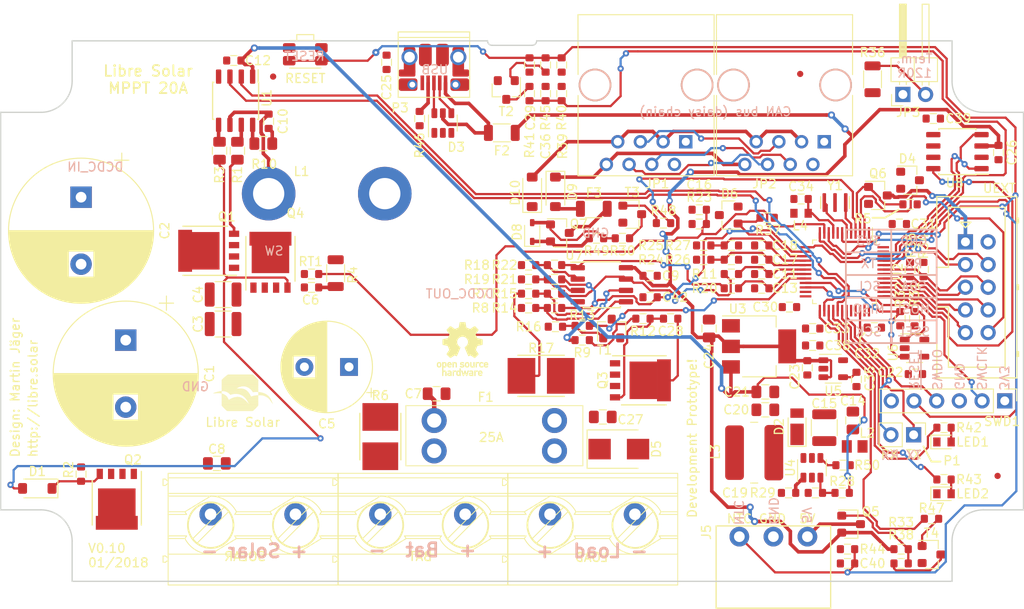
<source format=kicad_pcb>
(kicad_pcb (version 20171130) (host pcbnew "(5.0.0-rc2-dev-444-g2974a2c10)")
  (title_block (title "MPPT Charger 20A") (date 2017-02-16) (rev 0.9) (company "Libre Solar") (comment 1 "Design: Martin Jäger") (comment 2 "Website: http://libre.solar"))
  (layers (0 Top signal) (31 Bottom signal) (34 B.Paste user hide) (35 F.Paste user hide) (36 B.SilkS user hide) (37 F.SilkS user) (38 B.Mask user) (39 F.Mask user hide) (44 Edge.Cuts user))
  (net 0 "")
  (net 1 GND)
  (net 2 +3V3)
  (net 3 +5V)
  (net 4 "Net-(C10-Pad1)")
  (net 5 "Net-(C19-Pad1)")
  (net 6 "Net-(C19-Pad2)")
  (net 7 "Net-(D1-Pad1)")
  (net 8 "/DCDC power stage/DCDC_IN")
  (net 9 "/DCDC power stage/SW_NODE")
  (net 10 "Net-(C15-Pad1)")
  (net 11 /MCU/~RESET)
  (net 12 "Net-(C34-Pad1)")
  (net 13 /MCU/BOOT0)
  (net 14 "Net-(D1-Pad2)")
  (net 15 "Net-(D3-Pad4)")
  (net 16 "Net-(D3-Pad6)")
  (net 17 /MCU/V_REF)
  (net 18 "/DCDC power stage/LOAD-")
  (net 19 "/Communication Interfaces/UEXT_TX")
  (net 20 "/Communication Interfaces/UEXT_RX")
  (net 21 /MCU/I2C1_SCL)
  (net 22 /MCU/I2C1_SDA)
  (net 23 /MCU/SPI1_MISO)
  (net 24 /MCU/SPI1_MOSI)
  (net 25 /MCU/SPI1_SCK)
  (net 26 /MCU/SSEL)
  (net 27 "/Communication Interfaces/CAN_H")
  (net 28 "/Communication Interfaces/CAN_L")
  (net 29 "/Communication Interfaces/CAN_GND")
  (net 30 "/Communication Interfaces/CAN_SHLD")
  (net 31 "/Communication Interfaces/CAN_V+")
  (net 32 "/DCDC power stage/HS_DRV")
  (net 33 "/DCDC power stage/LS_DRV")
  (net 34 "Net-(R15-Pad1)")
  (net 35 "Net-(R14-Pad2)")
  (net 36 "Net-(R12-Pad2)")
  (net 37 "Net-(R10-Pad2)")
  (net 38 "Net-(R11-Pad1)")
  (net 39 "Net-(R13-Pad1)")
  (net 40 "/DCDC power stage/~LOAD_EN")
  (net 41 "Net-(R18-Pad1)")
  (net 42 "Net-(R19-Pad1)")
  (net 43 "Net-(R20-Pad1)")
  (net 44 "Net-(R28-Pad2)")
  (net 45 "/Communication Interfaces/USB_DM")
  (net 46 "/Communication Interfaces/USB_DP")
  (net 47 "Net-(R41-Pad1)")
  (net 48 /MCU/LED1)
  (net 49 /MCU/LED2)
  (net 50 "Net-(R45-Pad2)")
  (net 51 "/DCDC power stage/PWM_LS")
  (net 52 "/DCDC power stage/PWM_HS")
  (net 53 /MCU/OSC_IN)
  (net 54 /MCU/OSC_OUT)
  (net 55 /MCU/USART1_TX)
  (net 56 /MCU/USART1_RX)
  (net 57 /MCU/SWDIO)
  (net 58 /MCU/SWCLK)
  (net 59 "/Communication Interfaces/CAN_STB")
  (net 60 "/Communication Interfaces/CAN_RX")
  (net 61 "/Communication Interfaces/CAN_TX")
  (net 62 "Net-(Q1-PadG)")
  (net 63 "/DCDC power stage/SOLAR-")
  (net 64 "/DCDC power stage/BAT+")
  (net 65 "/DCDC power stage/BAT-")
  (net 66 "Net-(LED1-Pad2)")
  (net 67 "Net-(LED2-Pad2)")
  (net 68 /MCU/I_LOAD)
  (net 69 /MCU/I_DCDC)
  (net 70 "/Analog Frontend/TEMP_INT")
  (net 71 /MCU/V_SOLAR)
  (net 72 /MCU/V_BAT)
  (net 73 "/Analog Frontend/TEMP_BAT")
  (net 74 "/DCDC power stage/LOAD-SW")
  (net 75 "Net-(C35-Pad1)")
  (net 76 "Net-(D3-Pad5)")
  (net 77 "Net-(SWD1-Pad6)")
  (net 78 /MCU/I2C2_SDA)
  (net 79 /MCU/I2C2_SCL)
  (net 80 /MCU/DAC)
  (net 81 "/Communication Interfaces/RJ45_4")
  (net 82 "/Communication Interfaces/RJ45_5")
  (net 83 +10V)
  (net 84 "Net-(P3-Pad4)")
  (net 85 "/Communication Interfaces/5V_OUT")
  (net 86 "Net-(Q5-Pad1)")
  (net 87 "Net-(R47-Pad1)")
  (net 88 "Net-(R38-Pad2)")
  (net 89 "Net-(D9-Pad2)")
  (net 90 "/Communication Interfaces/5V_OUT_EN")
  (net 91 "Net-(C6-Pad1)")
  (net 92 "Net-(C25-Pad1)")
  (net 93 /DCDC_OUT)
  (net 94 "Net-(F3-Pad2)")
  (net 95 "Net-(D8-Pad2)")
  (net 96 "/Communication Interfaces/UEXT_EN")
  (net 97 "Net-(J4-Pad1)")
  (net 98 "Net-(R30-Pad2)")
  (net 99 "Net-(R48-Pad1)")
  (net 100 "/Communication Interfaces/V_BUS_EN")
  (net 101 "Net-(C28-Pad1)")
  (net 102 "Net-(JP3-Pad2)")
  (net 103 "Net-(R50-Pad1)")
  (module Connector_PinHeader_2.54mm:PinHeader_1x02_P2.54mm_Horizontal (layer Top) (at 199.5 83.5 90)
    (fp_text reference JP3 (at -2 0.6 180) (layer F.SilkS))
    (fp_text value Jumper_NC_Small)
    (pad 2 thru_hole oval (at 0 2.54 90) (size 1.7 1.7) (drill 1) (layers *.Cu *.Mask) (net 102 "Net-(JP3-Pad2)"))
    (pad 1 thru_hole rect (at 0 0 90) (size 1.7 1.7) (drill 1) (layers *.Cu *.Mask))
  )
  (module LibreSolar:SOIC-8_3.9x4.9mm_Pitch1.27mm (layer Top) (at 165.8 104.8)
    (fp_text reference U7 (at -3.1 -3.3) (layer F.SilkS))
    (fp_text value LM258)
    (pad 8 smd roundrect (at 2.7 -1.905) (size 1.6 0.6) (layers Top F.Paste F.Mask) (roundrect_rratio 0.2) (net 3 +5V))
    (pad 7 smd roundrect (at 2.7 -0.635) (size 1.6 0.6) (layers Top F.Paste F.Mask) (roundrect_rratio 0.2) (net 38 "Net-(R11-Pad1)"))
    (pad 6 smd roundrect (at 2.7 0.635) (size 1.6 0.6) (layers Top F.Paste F.Mask) (roundrect_rratio 0.2) (net 34 "Net-(R15-Pad1)"))
    (pad 5 smd roundrect (at 2.7 1.905) (size 1.6 0.6) (layers Top F.Paste F.Mask) (roundrect_rratio 0.2) (net 35 "Net-(R14-Pad2)"))
    (pad 4 smd roundrect (at -2.7 1.905) (size 1.6 0.6) (layers Top F.Paste F.Mask) (roundrect_rratio 0.2))
    (pad 3 smd roundrect (at -2.7 0.635) (size 1.6 0.6) (layers Top F.Paste F.Mask) (roundrect_rratio 0.2) (net 42 "Net-(R19-Pad1)"))
    (pad 2 smd roundrect (at -2.7 -0.635) (size 1.6 0.6) (layers Top F.Paste F.Mask) (roundrect_rratio 0.2) (net 41 "Net-(R18-Pad1)"))
    (pad 1 smd roundrect (at -2.7 -1.905) (size 1.6 0.6) (layers Top F.Paste F.Mask) (roundrect_rratio 0.2) (net 43 "Net-(R20-Pad1)"))
  )
  (module LibreSolar:SOIC-8_3.9x4.9mm_Pitch1.27mm (layer Top) (at 124.8 84.2 270)
    (fp_text reference U1 (at -0.3 -3.5 90) (layer F.SilkS))
    (fp_text value LM5107)
    (pad 8 smd roundrect (at 2.7 -1.905 270) (size 1.6 0.6) (layers Top F.Paste F.Mask) (roundrect_rratio 0.2) (net 37 "Net-(R10-Pad2)"))
    (pad 7 smd roundrect (at 2.7 -0.635 270) (size 1.6 0.6) (layers Top F.Paste F.Mask) (roundrect_rratio 0.2) (net 32 "/DCDC power stage/HS_DRV"))
    (pad 6 smd roundrect (at 2.7 0.635 270) (size 1.6 0.6) (layers Top F.Paste F.Mask) (roundrect_rratio 0.2) (net 9 "/DCDC power stage/SW_NODE"))
    (pad 5 smd roundrect (at 2.7 1.905 270) (size 1.6 0.6) (layers Top F.Paste F.Mask) (roundrect_rratio 0.2) (net 33 "/DCDC power stage/LS_DRV"))
    (pad 4 smd roundrect (at -2.7 1.905 270) (size 1.6 0.6) (layers Top F.Paste F.Mask) (roundrect_rratio 0.2))
    (pad 3 smd roundrect (at -2.7 0.635 270) (size 1.6 0.6) (layers Top F.Paste F.Mask) (roundrect_rratio 0.2) (net 51 "/DCDC power stage/PWM_LS"))
    (pad 2 smd roundrect (at -2.7 -0.635 270) (size 1.6 0.6) (layers Top F.Paste F.Mask) (roundrect_rratio 0.2) (net 52 "/DCDC power stage/PWM_HS"))
    (pad 1 smd roundrect (at -2.7 -1.905 270) (size 1.6 0.6) (layers Top F.Paste F.Mask) (roundrect_rratio 0.2) (net 83 +10V))
  )
  (module LibreSolar:SOIC-8_3.9x4.9mm_Pitch1.27mm (layer Top) (at 205.6 89.9 180)
    (fp_text reference U8 (at 0.3 -3.5) (layer F.SilkS))
    (fp_text value TJA1042T/3)
    (pad 8 smd roundrect (at 2.7 -1.905 180) (size 1.6 0.6) (layers Top F.Paste F.Mask) (roundrect_rratio 0.2) (net 59 "/Communication Interfaces/CAN_STB"))
    (pad 7 smd roundrect (at 2.7 -0.635 180) (size 1.6 0.6) (layers Top F.Paste F.Mask) (roundrect_rratio 0.2))
    (pad 6 smd roundrect (at 2.7 0.635 180) (size 1.6 0.6) (layers Top F.Paste F.Mask) (roundrect_rratio 0.2))
    (pad 5 smd roundrect (at 2.7 1.905 180) (size 1.6 0.6) (layers Top F.Paste F.Mask) (roundrect_rratio 0.2))
    (pad 4 smd roundrect (at -2.7 1.905 180) (size 1.6 0.6) (layers Top F.Paste F.Mask) (roundrect_rratio 0.2) (net 60 "/Communication Interfaces/CAN_RX"))
    (pad 3 smd roundrect (at -2.7 0.635 180) (size 1.6 0.6) (layers Top F.Paste F.Mask) (roundrect_rratio 0.2) (net 3 +5V))
    (pad 2 smd roundrect (at -2.7 -0.635 180) (size 1.6 0.6) (layers Top F.Paste F.Mask) (roundrect_rratio 0.2))
    (pad 1 smd roundrect (at -2.7 -1.905 180) (size 1.6 0.6) (layers Top F.Paste F.Mask) (roundrect_rratio 0.2) (net 61 "/Communication Interfaces/CAN_TX"))
  )
  (module Capacitor_THT:CP_Radial_D10.0mm_P5.00mm (layer Top) (at 137.5 114 180)
    (fp_text reference C5 (at 2.5 -6.37 180) (layer F.SilkS))
    (fp_text value 820u)
    (pad 2 thru_hole circle (at 5 0 180) (size 2 2) (drill 1) (layers *.Cu *.Mask))
    (pad 1 thru_hole rect (at 0 0 180) (size 2 2) (drill 1) (layers *.Cu *.Mask))
  )
  (module Capacitor_THT:CP_Radial_D16.0mm_P7.50mm (layer Top) (at 107.5 95 270)
    (fp_text reference C2 (at 3.75 -9.37 270) (layer F.SilkS))
    (fp_text value 1000u)
    (pad 2 thru_hole circle (at 7.5 0 270) (size 2.4 2.4) (drill 1.2) (layers *.Cu *.Mask))
    (pad 1 thru_hole rect (at 0 0 270) (size 2.4 2.4) (drill 1.2) (layers *.Cu *.Mask))
  )
  (module Capacitor_THT:CP_Radial_D16.0mm_P7.50mm (layer Top) (at 112.5 111 270)
    (fp_text reference C1 (at 3.75 -9.37 270) (layer F.SilkS))
    (fp_text value 1000u)
    (pad 2 thru_hole circle (at 7.5 0 270) (size 2.4 2.4) (drill 1.2) (layers *.Cu *.Mask))
    (pad 1 thru_hole rect (at 0 0 270) (size 2.4 2.4) (drill 1.2) (layers *.Cu *.Mask))
  )
  (module Connector_PinHeader_2.54mm:PinHeader_1x02_P2.54mm_Vertical (layer Top) (at 200.7 121.6 270)
    (fp_text reference P1 (at 2.9 -4.3) (layer F.SilkS))
    (fp_text value CONN_01X02)
    (pad 2 thru_hole oval (at 0 2.54 270) (size 1.7 1.7) (drill 1) (layers *.Cu *.Mask) (net 56 /MCU/USART1_RX))
    (pad 1 thru_hole rect (at 0 0 270) (size 1.7 1.7) (drill 1) (layers *.Cu *.Mask) (net 55 /MCU/USART1_TX))
  )
  (module Connector_PinHeader_2.54mm:PinHeader_1x06_P2.54mm_Vertical (layer Top) (at 210.9 117.8 270)
    (fp_text reference SWD1 (at 2.3 0.3) (layer F.SilkS))
    (fp_text value ST_Nucleo_SWD)
    (pad 6 thru_hole oval (at 0 12.7 270) (size 1.7 1.7) (drill 1) (layers *.Cu *.Mask))
    (pad 5 thru_hole oval (at 0 10.16 270) (size 1.7 1.7) (drill 1) (layers *.Cu *.Mask) (net 11 /MCU/~RESET))
    (pad 4 thru_hole oval (at 0 7.62 270) (size 1.7 1.7) (drill 1) (layers *.Cu *.Mask) (net 57 /MCU/SWDIO))
    (pad 3 thru_hole oval (at 0 5.08 270) (size 1.7 1.7) (drill 1) (layers *.Cu *.Mask))
    (pad 2 thru_hole oval (at 0 2.54 270) (size 1.7 1.7) (drill 1) (layers *.Cu *.Mask) (net 58 /MCU/SWCLK))
    (pad 1 thru_hole rect (at 0 0 270) (size 1.7 1.7) (drill 1) (layers *.Cu *.Mask))
  )
  (module Diode_SMD:D_PowerDI-123 (layer Top) (at 187.652468 120.698646 90)
    (fp_text reference D2 (at 0 -2 90) (layer F.SilkS))
    (fp_text value SS16FP)
    (pad 2 smd rect (at 1.525 0 270) (size 1.05 1.5) (layers Top F.Paste F.Mask))
    (pad 1 smd rect (at -0.85 0 270) (size 2.4 1.5) (layers Top F.Paste F.Mask))
  )
  (module Inductor_SMD:L_0603_1608Metric (layer Top) (at 188.1 96.8)
    (fp_text reference L4 (at -0.1 1.4) (layer F.SilkS))
    (fp_text value 600R)
    (pad 2 smd rect (at 0.8 0) (size 0.82 1) (layers Top F.Paste F.Mask))
    (pad 1 smd rect (at -0.8 0) (size 0.82 1) (layers Top F.Paste F.Mask))
  )
  (module Inductor_SMD:L_0805_2012Metric (layer Top) (at 194.1 122.9 180)
    (fp_text reference L2 (at -1.4 1.5 180) (layer F.SilkS))
    (fp_text value 4.7uH)
    (pad 2 smd rect (at 0.88 0 180) (size 1.12 1.4) (layers Top F.Paste F.Mask))
    (pad 1 smd rect (at -0.88 0 180) (size 1.12 1.4) (layers Top F.Paste F.Mask))
  )
  (module LED_SMD:LED_0603_1608Metric (layer Top) (at 204.1 122.4)
    (fp_text reference LED1 (at 3.2 0) (layer F.SilkS))
    (fp_text value LED_red)
    (pad 2 smd rect (at 0.8 0) (size 0.82 1) (layers Top F.Paste F.Mask) (net 66 "Net-(LED1-Pad2)"))
    (pad 1 smd rect (at -0.8 0) (size 0.82 1) (layers Top F.Paste F.Mask))
  )
  (module LED_SMD:LED_0603_1608Metric (layer Top) (at 204.1 128.2)
    (fp_text reference LED2 (at 3.2 0) (layer F.SilkS))
    (fp_text value LED_green)
    (pad 2 smd rect (at 0.8 0) (size 0.82 1) (layers Top F.Paste F.Mask) (net 67 "Net-(LED2-Pad2)"))
    (pad 1 smd rect (at -0.8 0) (size 0.82 1) (layers Top F.Paste F.Mask))
  )
  (module LibreSolar:SOT-23-5 (layer Top) (at 200.8 111.9)
    (fp_text reference U6 (at -2.4 0.5 90) (layer F.SilkS))
    (fp_text value 24AA01)
    (pad 5 smd roundrect (at 1.1 -0.95) (size 1.1 0.65) (layers Top F.Paste F.Mask) (roundrect_rratio 0.2))
    (pad 4 smd roundrect (at 1.1 0.95) (size 1.1 0.65) (layers Top F.Paste F.Mask) (roundrect_rratio 0.2))
    (pad 3 smd roundrect (at -1.1 0.95) (size 1.1 0.65) (layers Top F.Paste F.Mask) (roundrect_rratio 0.2) (net 78 /MCU/I2C2_SDA))
    (pad 2 smd roundrect (at -1.1 0) (size 1.1 0.65) (layers Top F.Paste F.Mask) (roundrect_rratio 0.2))
    (pad 1 smd roundrect (at -1.1 -0.95) (size 1.1 0.65) (layers Top F.Paste F.Mask) (roundrect_rratio 0.2) (net 79 /MCU/I2C2_SCL))
  )
  (module MountingHole:MountingHole_3.2mm_M3 (layer Top) (at 113.5 88)
    (fp_text reference MK1 (at 0 0) (layer F.SilkS))
    (fp_text value Mounting_Hole)
    (pad 1 np_thru_hole circle (at 0 0) (size 3.2 3.2) (drill 3.2) (layers *.Cu *.Mask))
  )
  (module MountingHole:MountingHole_3.2mm_M3 (layer Top) (at 198 88)
    (fp_text reference MK2 (at 0 0) (layer F.SilkS))
    (fp_text value Mounting_Hole)
    (pad 1 np_thru_hole circle (at 0 0) (size 3.2 3.2) (drill 3.2) (layers *.Cu *.Mask))
  )
  (module MountingHole:MountingHole_3.2mm_M3 (layer Top) (at 198 127.5)
    (fp_text reference MK3 (at 0 0) (layer F.SilkS))
    (fp_text value Mounting_Hole)
    (pad 1 np_thru_hole circle (at 0 0) (size 3.2 3.2) (drill 3.2) (layers *.Cu *.Mask))
  )
  (module Package_QFP:LQFP-48_7x7mm_P0.5mm (layer Top) (at 192.95 103.35 270)
    (fp_text reference U2 (at 0 -6 270) (layer F.SilkS))
    (fp_text value STM32F072CB)
    (pad 48 smd rect (at -2.75 -4.35) (size 1.3 0.25) (layers Top F.Paste F.Mask))
    (pad 47 smd rect (at -2.25 -4.35) (size 1.3 0.25) (layers Top F.Paste F.Mask))
    (pad 46 smd rect (at -1.75 -4.35) (size 1.3 0.25) (layers Top F.Paste F.Mask) (net 61 "/Communication Interfaces/CAN_TX"))
    (pad 45 smd rect (at -1.25 -4.35) (size 1.3 0.25) (layers Top F.Paste F.Mask) (net 60 "/Communication Interfaces/CAN_RX"))
    (pad 44 smd rect (at -0.75 -4.35) (size 1.3 0.25) (layers Top F.Paste F.Mask) (net 13 /MCU/BOOT0))
    (pad 43 smd rect (at -0.25 -4.35) (size 1.3 0.25) (layers Top F.Paste F.Mask) (net 22 /MCU/I2C1_SDA))
    (pad 42 smd rect (at 0.25 -4.35) (size 1.3 0.25) (layers Top F.Paste F.Mask) (net 21 /MCU/I2C1_SCL))
    (pad 41 smd rect (at 0.75 -4.35) (size 1.3 0.25) (layers Top F.Paste F.Mask) (net 24 /MCU/SPI1_MOSI))
    (pad 40 smd rect (at 1.25 -4.35) (size 1.3 0.25) (layers Top F.Paste F.Mask) (net 23 /MCU/SPI1_MISO))
    (pad 39 smd rect (at 1.75 -4.35) (size 1.3 0.25) (layers Top F.Paste F.Mask) (net 25 /MCU/SPI1_SCK))
    (pad 38 smd rect (at 2.25 -4.35) (size 1.3 0.25) (layers Top F.Paste F.Mask) (net 59 "/Communication Interfaces/CAN_STB"))
    (pad 37 smd rect (at 2.75 -4.35) (size 1.3 0.25) (layers Top F.Paste F.Mask) (net 58 /MCU/SWCLK))
    (pad 36 smd rect (at 4.35 -2.75 270) (size 1.3 0.25) (layers Top F.Paste F.Mask))
    (pad 35 smd rect (at 4.35 -2.25 270) (size 1.3 0.25) (layers Top F.Paste F.Mask))
    (pad 34 smd rect (at 4.35 -1.75 270) (size 1.3 0.25) (layers Top F.Paste F.Mask) (net 57 /MCU/SWDIO))
    (pad 33 smd rect (at 4.35 -1.25 270) (size 1.3 0.25) (layers Top F.Paste F.Mask))
    (pad 32 smd rect (at 4.35 -0.75 270) (size 1.3 0.25) (layers Top F.Paste F.Mask))
    (pad 31 smd rect (at 4.35 -0.25 270) (size 1.3 0.25) (layers Top F.Paste F.Mask) (net 56 /MCU/USART1_RX))
    (pad 30 smd rect (at 4.35 0.25 270) (size 1.3 0.25) (layers Top F.Paste F.Mask) (net 55 /MCU/USART1_TX))
    (pad 29 smd rect (at 4.35 0.75 270) (size 1.3 0.25) (layers Top F.Paste F.Mask) (net 52 "/DCDC power stage/PWM_HS"))
    (pad 28 smd rect (at 4.35 1.25 270) (size 1.3 0.25) (layers Top F.Paste F.Mask) (net 49 /MCU/LED2))
    (pad 27 smd rect (at 4.35 1.75 270) (size 1.3 0.25) (layers Top F.Paste F.Mask) (net 48 /MCU/LED1))
    (pad 26 smd rect (at 4.35 2.25 270) (size 1.3 0.25) (layers Top F.Paste F.Mask) (net 51 "/DCDC power stage/PWM_LS"))
    (pad 25 smd rect (at 4.35 2.75 270) (size 1.3 0.25) (layers Top F.Paste F.Mask) (net 90 "/Communication Interfaces/5V_OUT_EN"))
    (pad 24 smd rect (at 2.75 4.35) (size 1.3 0.25) (layers Top F.Paste F.Mask))
    (pad 23 smd rect (at 2.25 4.35) (size 1.3 0.25) (layers Top F.Paste F.Mask))
    (pad 22 smd rect (at 1.75 4.35) (size 1.3 0.25) (layers Top F.Paste F.Mask) (net 78 /MCU/I2C2_SDA))
    (pad 21 smd rect (at 1.25 4.35) (size 1.3 0.25) (layers Top F.Paste F.Mask) (net 79 /MCU/I2C2_SCL))
    (pad 20 smd rect (at 0.75 4.35) (size 1.3 0.25) (layers Top F.Paste F.Mask) (net 40 "/DCDC power stage/~LOAD_EN"))
    (pad 19 smd rect (at 0.25 4.35) (size 1.3 0.25) (layers Top F.Paste F.Mask) (net 69 /MCU/I_DCDC))
    (pad 18 smd rect (at -0.25 4.35) (size 1.3 0.25) (layers Top F.Paste F.Mask) (net 68 /MCU/I_LOAD))
    (pad 17 smd rect (at -0.75 4.35) (size 1.3 0.25) (layers Top F.Paste F.Mask) (net 71 /MCU/V_SOLAR))
    (pad 16 smd rect (at -1.25 4.35) (size 1.3 0.25) (layers Top F.Paste F.Mask) (net 72 /MCU/V_BAT))
    (pad 15 smd rect (at -1.75 4.35) (size 1.3 0.25) (layers Top F.Paste F.Mask) (net 17 /MCU/V_REF))
    (pad 14 smd rect (at -2.25 4.35) (size 1.3 0.25) (layers Top F.Paste F.Mask) (net 80 /MCU/DAC))
    (pad 13 smd rect (at -2.75 4.35) (size 1.3 0.25) (layers Top F.Paste F.Mask) (net 20 "/Communication Interfaces/UEXT_RX"))
    (pad 12 smd rect (at -4.35 2.75 270) (size 1.3 0.25) (layers Top F.Paste F.Mask) (net 19 "/Communication Interfaces/UEXT_TX"))
    (pad 11 smd rect (at -4.35 2.25 270) (size 1.3 0.25) (layers Top F.Paste F.Mask) (net 70 "/Analog Frontend/TEMP_INT"))
    (pad 10 smd rect (at -4.35 1.75 270) (size 1.3 0.25) (layers Top F.Paste F.Mask) (net 73 "/Analog Frontend/TEMP_BAT"))
    (pad 9 smd rect (at -4.35 1.25 270) (size 1.3 0.25) (layers Top F.Paste F.Mask) (net 12 "Net-(C34-Pad1)"))
    (pad 8 smd rect (at -4.35 0.75 270) (size 1.3 0.25) (layers Top F.Paste F.Mask))
    (pad 7 smd rect (at -4.35 0.25 270) (size 1.3 0.25) (layers Top F.Paste F.Mask) (net 11 /MCU/~RESET))
    (pad 6 smd rect (at -4.35 -0.25 270) (size 1.3 0.25) (layers Top F.Paste F.Mask) (net 54 /MCU/OSC_OUT))
    (pad 5 smd rect (at -4.35 -0.75 270) (size 1.3 0.25) (layers Top F.Paste F.Mask) (net 53 /MCU/OSC_IN))
    (pad 4 smd rect (at -4.35 -1.25 270) (size 1.3 0.25) (layers Top F.Paste F.Mask) (net 100 "/Communication Interfaces/V_BUS_EN"))
    (pad 3 smd rect (at -4.35 -1.75 270) (size 1.3 0.25) (layers Top F.Paste F.Mask) (net 96 "/Communication Interfaces/UEXT_EN"))
    (pad 2 smd rect (at -4.35 -2.25 270) (size 1.3 0.25) (layers Top F.Paste F.Mask) (net 26 /MCU/SSEL))
    (pad 1 smd rect (at -4.35 -2.75 270) (size 1.3 0.25) (layers Top F.Paste F.Mask))
  )
  (module Package_TO_SOT_SMD:SOT-223-3_TabPin2 (layer Top) (at 183.4 111.7)
    (fp_text reference U3 (at -2.4 -4.2) (layer F.SilkS))
    (fp_text value AZ1117)
    (pad 1 smd rect (at -3.15 -2.3) (size 2 1.5) (layers Top F.Paste F.Mask))
    (pad 3 smd rect (at -3.15 2.3) (size 2 1.5) (layers Top F.Paste F.Mask) (net 83 +10V))
    (pad 2 smd rect (at -3.15 0) (size 2 1.5) (layers Top F.Paste F.Mask) (net 3 +5V))
    (pad 2 smd rect (at 3.15 0) (size 2 3.8) (layers Top F.Paste F.Mask) (net 3 +5V))
  )
  (module Symbol:OSHW-Logo_5.7x6mm_SilkScreen (layer Top) (at 150.2 112)
    (fp_text reference LOGO2 hide)
    (fp_text value OPEN_HARDWARE hide)
  )
  (module LibreSolar:Bourns_SRN6045TA (layer Top) (at 182.852468 123.598646 180)
    (fp_text reference L3 (at 4.352468 0.098646 90) (layer F.SilkS))
    (fp_text value 47uH)
    (pad 1 smd roundrect (at -2.2 0 180) (size 2.1 6.2) (layers Top F.Paste F.Mask) (roundrect_rratio 0.2))
    (pad 2 smd roundrect (at 2.2 0 180) (size 2.1 6.1) (layers Top F.Paste F.Mask) (roundrect_rratio 0.2))
  )
  (module LibreSolar:R_0603_1608 (layer Top) (at 192.8 125)
    (fp_text reference R50 (at 2.7 0) (layer F.SilkS))
    (fp_text value 1M)
    (pad 2 smd roundrect (at 0.8 0) (size 0.8 0.9) (layers Top F.Paste F.Mask) (roundrect_rratio 0.2))
    (pad 1 smd roundrect (at -0.8 0) (size 0.8 0.9) (layers Top F.Paste F.Mask) (roundrect_rratio 0.2) (net 103 "Net-(R50-Pad1)"))
  )
  (module LibreSolar:L-FERYSTER-DTMSS-27 (layer Top) (at 145.5 94.6)
    (fp_text reference L1 (at -14.3 -1.9) (layer F.SilkS) (effects (justify left bottom)))
    (fp_text value 22uH hide)
    (pad 1 thru_hole circle (at -17 0 90) (size 6 6) (drill 3.5) (layers *.Cu *.Mask) (net 9 "/DCDC power stage/SW_NODE"))
    (pad 2 thru_hole circle (at -4 0 90) (size 6 6) (drill 3.5) (layers *.Cu *.Mask))
  )
  (module LibreSolar:C_0603_1608 (layer Top) (at 124.6 79.7 180)
    (fp_text reference C12 (at -2.7 0) (layer F.SilkS))
    (fp_text value 2.2u)
    (pad 2 smd roundrect (at 0.8 0 180) (size 0.8 0.9) (layers Top F.Paste F.Mask) (roundrect_rratio 0.2))
    (pad 1 smd roundrect (at -0.8 0 180) (size 0.8 0.9) (layers Top F.Paste F.Mask) (roundrect_rratio 0.2) (net 83 +10V))
  )
  (module LibreSolar:C_0603_1608 (layer Top) (at 188.8 114.1 270)
    (fp_text reference C23 (at 1 1.4 90) (layer F.SilkS))
    (fp_text value 2.2u)
    (pad 2 smd roundrect (at 0.8 0 270) (size 0.8 0.9) (layers Top F.Paste F.Mask) (roundrect_rratio 0.2))
    (pad 1 smd roundrect (at -0.8 0 270) (size 0.8 0.9) (layers Top F.Paste F.Mask) (roundrect_rratio 0.2) (net 3 +5V))
  )
  (module LibreSolar:Phoenix_Contact_MKDS_5-2-952 (layer Top) (at 122 130.5)
    (fp_text reference J1 hide)
    (fp_text value SOLAR (at 6.3 5.3) (layer F.SilkS) (effects (justify left bottom mirror)))
    (pad 2 thru_hole circle (at 9.5 0) (size 2.5 2.5) (drill 1.3) (layers *.Cu *.Mask))
    (pad 1 thru_hole circle (at 0 0) (size 2.5 2.5) (drill 1.3) (layers *.Cu *.Mask))
  )
  (module LibreSolar:Phoenix_Contact_MKDS_5-2-952 (layer Top) (at 160 130.5)
    (fp_text reference J2 hide)
    (fp_text value LOAD (at 6.6 5.4) (layer F.SilkS) (effects (justify left bottom mirror)))
    (pad 2 thru_hole circle (at 9.5 0) (size 2.5 2.5) (drill 1.3) (layers *.Cu *.Mask))
    (pad 1 thru_hole circle (at 0 0) (size 2.5 2.5) (drill 1.3) (layers *.Cu *.Mask))
  )
  (module LibreSolar:Phoenix_Contact_MKDS_5-2-952 (layer Top) (at 141 130.5)
    (fp_text reference J3 hide)
    (fp_text value BAT (at 5.9 5.3) (layer F.SilkS) (effects (justify left bottom mirror)))
    (pad 2 thru_hole circle (at 9.5 0) (size 2.5 2.5) (drill 1.3) (layers *.Cu *.Mask))
    (pad 1 thru_hole circle (at 0 0) (size 2.5 2.5) (drill 1.3) (layers *.Cu *.Mask))
  )
  (module LibreSolar:KEYSTONE-FUSE-3557-2 (layer Top) (at 153.765 121.7 180)
    (fp_text reference F1 (at -0.035 4.9) (layer F.SilkS) (effects (justify right top)))
    (fp_text value 25A (at -1.135 0.4) (layer F.SilkS) (effects (justify right top)))
    (pad 2 thru_hole circle (at 6.735 1.7 270) (size 2.8 2.8) (drill 1.6) (layers *.Cu *.Mask) (net 64 "/DCDC power stage/BAT+"))
    (pad 2 thru_hole circle (at 6.735 -1.7 270) (size 2.8 2.8) (drill 1.6) (layers *.Cu *.Mask))
    (pad 1 thru_hole circle (at -6.735 1.7 270) (size 2.8 2.8) (drill 1.6) (layers *.Cu *.Mask))
    (pad 1 thru_hole circle (at -6.735 -1.7 270) (size 2.8 2.8) (drill 1.6) (layers *.Cu *.Mask))
  )
  (module LibreSolar:5X6_MOSFET (layer Top) (at 170 115.5 270)
    (fp_text reference Q3 (at 0 4.1 90) (layer F.SilkS))
    (fp_text value CSD18540Q5B hide)
    (pad D smd rect (at -1.15 -0.3) (size 0.6 0.9) (layers Top F.Paste))
    (pad D smd rect (at -1.15 0.55) (size 0.6 0.9) (layers Top F.Paste))
    (pad D smd rect (at -1.15 -1.15) (size 0.6 0.9) (layers Top F.Paste))
    (pad D smd rect (at 1.15 -0.3) (size 0.6 0.9) (layers Top F.Paste))
    (pad D smd rect (at 1.15 0.55) (size 0.6 0.9) (layers Top F.Paste))
    (pad D smd rect (at 1.15 -1.15) (size 0.6 0.9) (layers Top F.Paste))
    (pad D smd rect (at 0 -1.15) (size 0.6 0.9) (layers Top F.Paste))
    (pad D smd rect (at 0 0.55) (size 0.6 0.9) (layers Top F.Paste))
    (pad D smd rect (at -1.875 -3 270) (size 0.6 0.9) (layers Top F.Paste))
    (pad D smd rect (at 1.875 -3 270) (size 0.6 0.9) (layers Top F.Paste))
    (pad D smd rect (at -0.6 -3 270) (size 0.6 0.9) (layers Top F.Paste))
    (pad S smd rect (at -0.635 2.725 270) (size 0.7 1.15) (layers Top F.Paste F.Mask))
    (pad S smd rect (at -1.905 2.725 270) (size 0.7 1.15) (layers Top F.Paste F.Mask))
    (pad S smd rect (at 0.635 2.725 270) (size 0.7 1.15) (layers Top F.Paste F.Mask))
    (pad D smd rect (at 0 -2.75 270) (size 4.7 1.55) (layers Top F.Mask) (net 18 "/DCDC power stage/LOAD-"))
    (pad D smd rect (at 0 -0.45 270) (size 4.2 3.1) (layers Top F.Mask))
    (pad G smd rect (at 1.905 2.725 270) (size 0.7 1.15) (layers Top F.Paste F.Mask) (net 101 "Net-(C28-Pad1)"))
    (pad D smd rect (at 0.6 -3 270) (size 0.6 0.9) (layers Top F.Paste))
    (pad D smd rect (at 0 -0.3) (size 0.6 0.9) (layers Top F.Paste))
  )
  (module LibreSolar:5X6_MOSFET (layer Top) (at 111.5 128.7 180)
    (fp_text reference Q2 (at -1.8 4.3) (layer F.SilkS))
    (fp_text value CSD18540Q5B hide)
    (pad D smd rect (at -1.15 -0.3 270) (size 0.6 0.9) (layers Top F.Paste))
    (pad D smd rect (at -1.15 0.55 270) (size 0.6 0.9) (layers Top F.Paste))
    (pad D smd rect (at -1.15 -1.15 270) (size 0.6 0.9) (layers Top F.Paste))
    (pad D smd rect (at 1.15 -0.3 270) (size 0.6 0.9) (layers Top F.Paste))
    (pad D smd rect (at 1.15 0.55 270) (size 0.6 0.9) (layers Top F.Paste))
    (pad D smd rect (at 1.15 -1.15 270) (size 0.6 0.9) (layers Top F.Paste))
    (pad D smd rect (at 0 -1.15 270) (size 0.6 0.9) (layers Top F.Paste))
    (pad D smd rect (at 0 0.55 270) (size 0.6 0.9) (layers Top F.Paste))
    (pad D smd rect (at -1.875 -3 180) (size 0.6 0.9) (layers Top F.Paste))
    (pad D smd rect (at 1.875 -3 180) (size 0.6 0.9) (layers Top F.Paste))
    (pad D smd rect (at -0.6 -3 180) (size 0.6 0.9) (layers Top F.Paste))
    (pad S smd rect (at -0.635 2.725 180) (size 0.7 1.15) (layers Top F.Paste F.Mask))
    (pad S smd rect (at -1.905 2.725 180) (size 0.7 1.15) (layers Top F.Paste F.Mask))
    (pad S smd rect (at 0.635 2.725 180) (size 0.7 1.15) (layers Top F.Paste F.Mask))
    (pad D smd rect (at 0 -2.75 180) (size 4.7 1.55) (layers Top F.Mask))
    (pad D smd rect (at 0 -0.45 180) (size 4.2 3.1) (layers Top F.Mask))
    (pad G smd rect (at 1.905 2.725 180) (size 0.7 1.15) (layers Top F.Paste F.Mask) (net 7 "Net-(D1-Pad1)"))
    (pad D smd rect (at 0.6 -3 180) (size 0.6 0.9) (layers Top F.Paste))
    (pad D smd rect (at 0 -0.3 270) (size 0.6 0.9) (layers Top F.Paste))
  )
  (module LibreSolar:5X6_MOSFET (layer Top) (at 121.9 101 90)
    (fp_text reference Q1 (at 3.8 1.9) (layer F.SilkS))
    (fp_text value CSD18540Q5B hide)
    (pad D smd rect (at -1.15 -0.3 180) (size 0.6 0.9) (layers Top F.Paste))
    (pad D smd rect (at -1.15 0.55 180) (size 0.6 0.9) (layers Top F.Paste))
    (pad D smd rect (at -1.15 -1.15 180) (size 0.6 0.9) (layers Top F.Paste))
    (pad D smd rect (at 1.15 -0.3 180) (size 0.6 0.9) (layers Top F.Paste))
    (pad D smd rect (at 1.15 0.55 180) (size 0.6 0.9) (layers Top F.Paste))
    (pad D smd rect (at 1.15 -1.15 180) (size 0.6 0.9) (layers Top F.Paste))
    (pad D smd rect (at 0 -1.15 180) (size 0.6 0.9) (layers Top F.Paste))
    (pad D smd rect (at 0 0.55 180) (size 0.6 0.9) (layers Top F.Paste))
    (pad D smd rect (at -1.875 -3 90) (size 0.6 0.9) (layers Top F.Paste))
    (pad D smd rect (at 1.875 -3 90) (size 0.6 0.9) (layers Top F.Paste))
    (pad D smd rect (at -0.6 -3 90) (size 0.6 0.9) (layers Top F.Paste))
    (pad S smd rect (at -0.635 2.725 90) (size 0.7 1.15) (layers Top F.Paste F.Mask))
    (pad S smd rect (at -1.905 2.725 90) (size 0.7 1.15) (layers Top F.Paste F.Mask))
    (pad S smd rect (at 0.635 2.725 90) (size 0.7 1.15) (layers Top F.Paste F.Mask))
    (pad D smd rect (at 0 -2.75 90) (size 4.7 1.55) (layers Top F.Mask))
    (pad D smd rect (at 0 -0.45 90) (size 4.2 3.1) (layers Top F.Mask))
    (pad G smd rect (at 1.905 2.725 90) (size 0.7 1.15) (layers Top F.Paste F.Mask) (net 62 "Net-(Q1-PadG)"))
    (pad D smd rect (at 0.6 -3 90) (size 0.6 0.9) (layers Top F.Paste))
    (pad D smd rect (at 0 -0.3 180) (size 0.6 0.9) (layers Top F.Paste))
  )
  (module LibreSolar:5X6_MOSFET (layer Top) (at 128.7 102.4)
    (fp_text reference Q4 (at 2.8 -5.6) (layer F.SilkS))
    (fp_text value CSD18540Q5B hide)
    (pad D smd rect (at -1.15 -0.3 90) (size 0.6 0.9) (layers Top F.Paste))
    (pad D smd rect (at -1.15 0.55 90) (size 0.6 0.9) (layers Top F.Paste))
    (pad D smd rect (at -1.15 -1.15 90) (size 0.6 0.9) (layers Top F.Paste))
    (pad D smd rect (at 1.15 -0.3 90) (size 0.6 0.9) (layers Top F.Paste))
    (pad D smd rect (at 1.15 0.55 90) (size 0.6 0.9) (layers Top F.Paste))
    (pad D smd rect (at 1.15 -1.15 90) (size 0.6 0.9) (layers Top F.Paste))
    (pad D smd rect (at 0 -1.15 90) (size 0.6 0.9) (layers Top F.Paste))
    (pad D smd rect (at 0 0.55 90) (size 0.6 0.9) (layers Top F.Paste))
    (pad D smd rect (at -1.875 -3) (size 0.6 0.9) (layers Top F.Paste))
    (pad D smd rect (at 1.875 -3) (size 0.6 0.9) (layers Top F.Paste))
    (pad D smd rect (at -0.6 -3) (size 0.6 0.9) (layers Top F.Paste))
    (pad S smd rect (at -0.635 2.725) (size 0.7 1.15) (layers Top F.Paste F.Mask))
    (pad S smd rect (at -1.905 2.725) (size 0.7 1.15) (layers Top F.Paste F.Mask))
    (pad S smd rect (at 0.635 2.725) (size 0.7 1.15) (layers Top F.Paste F.Mask))
    (pad D smd rect (at 0 -2.75) (size 4.7 1.55) (layers Top F.Mask))
    (pad D smd rect (at 0 -0.45) (size 4.2 3.1) (layers Top F.Mask))
    (pad G smd rect (at 1.905 2.725) (size 0.7 1.15) (layers Top F.Paste F.Mask) (net 14 "Net-(D1-Pad2)"))
    (pad D smd rect (at 0.6 -3) (size 0.6 0.9) (layers Top F.Paste))
    (pad D smd rect (at 0 -0.3 90) (size 0.6 0.9) (layers Top F.Paste))
  )
  (module LibreSolar:R_0603_1608 (layer Top) (at 200.3 103.1 90)
    (fp_text reference R35 (at 2.7 0.1 90) (layer F.SilkS))
    (fp_text value 2.2k)
    (pad 2 smd roundrect (at 0.8 0 90) (size 0.8 0.9) (layers Top F.Paste F.Mask) (roundrect_rratio 0.2))
    (pad 1 smd roundrect (at -0.8 0 90) (size 0.8 0.9) (layers Top F.Paste F.Mask) (roundrect_rratio 0.2) (net 21 /MCU/I2C1_SCL))
  )
  (module LibreSolar:SOT-23 (layer Top) (at 196.7 94.8)
    (fp_text reference Q6 (at 0 -2.45) (layer F.SilkS))
    (fp_text value BSS84)
    (pad 1 smd roundrect (at -1.05 -0.95) (size 1 0.9) (layers Top F.Paste F.Mask) (roundrect_rratio 0.2) (net 96 "/Communication Interfaces/UEXT_EN"))
    (pad 2 smd roundrect (at -1.05 0.95) (size 1 0.9) (layers Top F.Paste F.Mask) (roundrect_rratio 0.2))
    (pad 3 smd roundrect (at 1.05 0) (size 1 0.9) (layers Top F.Paste F.Mask) (roundrect_rratio 0.2) (net 97 "Net-(J4-Pad1)"))
  )
  (module LibreSolar:C_0603_1608 (layer Top) (at 173.5 108.6)
    (fp_text reference C28 (at 0 1.4) (layer F.SilkS))
    (fp_text value 10n)
    (pad 2 smd roundrect (at 0.8 0) (size 0.8 0.9) (layers Top F.Paste F.Mask) (roundrect_rratio 0.2) (net 18 "/DCDC power stage/LOAD-"))
    (pad 1 smd roundrect (at -0.8 0) (size 0.8 0.9) (layers Top F.Paste F.Mask) (roundrect_rratio 0.2) (net 101 "Net-(C28-Pad1)"))
  )
  (module LibreSolar:C_0805_2012 (layer Top) (at 165.9 119.6)
    (fp_text reference C27 (at 3.1 0.3) (layer F.SilkS))
    (fp_text value 1u)
    (pad 2 smd roundrect (at 1 0) (size 1.1 1.4) (layers Top F.Paste F.Mask) (roundrect_rratio 0.2))
    (pad 1 smd roundrect (at -1 0) (size 1.1 1.4) (layers Top F.Paste F.Mask) (roundrect_rratio 0.2))
  )
  (module LibreSolar:C_0805_2012 (layer Top) (at 147.3 117)
    (fp_text reference C7 (at -2.6 0) (layer F.SilkS))
    (fp_text value 1u)
    (pad 2 smd roundrect (at 1 0) (size 1.1 1.4) (layers Top F.Paste F.Mask) (roundrect_rratio 0.2))
    (pad 1 smd roundrect (at -1 0) (size 1.1 1.4) (layers Top F.Paste F.Mask) (roundrect_rratio 0.2) (net 64 "/DCDC power stage/BAT+"))
  )
  (module LibreSolar:D_SMB (layer Top) (at 167.7 123.2)
    (fp_text reference D5 (at 4.2 0 90) (layer F.SilkS))
    (fp_text value SMBJ36A)
    (pad 2 smd rect (at 2.15 0) (size 2.5 2.3) (layers Top F.Paste F.Mask))
    (pad 1 smd rect (at -2.15 0) (size 2.5 2.3) (layers Top F.Paste F.Mask))
  )
  (module LibreSolar:D_SOD-323 (layer Top) (at 158 98.9 90)
    (fp_text reference D8 (at 0 -1.7 90) (layer F.SilkS))
    (fp_text value MM3Z12VT1G)
    (pad 1 smd roundrect (at -1.05 0 90) (size 0.8 0.5) (layers Top F.Paste F.Mask) (roundrect_rratio 0.2) (net 93 /DCDC_OUT))
    (pad 2 smd roundrect (at 1.05 0 90) (size 0.8 0.5) (layers Top F.Paste F.Mask) (roundrect_rratio 0.2) (net 95 "Net-(D8-Pad2)"))
  )
  (module LibreSolar:R_0603_1608 (layer Top) (at 200.3 95.8 180)
    (fp_text reference R5 (at 5.3 -1.6) (layer F.SilkS))
    (fp_text value 100k)
    (pad 2 smd roundrect (at 0.8 0 180) (size 0.8 0.9) (layers Top F.Paste F.Mask) (roundrect_rratio 0.2) (net 96 "/Communication Interfaces/UEXT_EN"))
    (pad 1 smd roundrect (at -0.8 0 180) (size 0.8 0.9) (layers Top F.Paste F.Mask) (roundrect_rratio 0.2))
  )
  (module LibreSolar:R_0603_1608 (layer Top) (at 165.2 99.6)
    (fp_text reference R49 (at 0 1.4) (layer F.SilkS))
    (fp_text value 56k)
    (pad 2 smd roundrect (at 0.8 0) (size 0.8 0.9) (layers Top F.Paste F.Mask) (roundrect_rratio 0.2) (net 95 "Net-(D8-Pad2)"))
    (pad 1 smd roundrect (at -0.8 0) (size 0.8 0.9) (layers Top F.Paste F.Mask) (roundrect_rratio 0.2) (net 93 /DCDC_OUT))
  )
  (module LibreSolar:R_0603_1608 (layer Top) (at 172.7 97.9)
    (fp_text reference R48 (at 0 -1.4) (layer F.SilkS))
    (fp_text value 10k)
    (pad 2 smd roundrect (at 0.8 0) (size 0.8 0.9) (layers Top F.Paste F.Mask) (roundrect_rratio 0.2) (net 100 "/Communication Interfaces/V_BUS_EN"))
    (pad 1 smd roundrect (at -0.8 0) (size 0.8 0.9) (layers Top F.Paste F.Mask) (roundrect_rratio 0.2) (net 99 "Net-(R48-Pad1)"))
  )
  (module LibreSolar:R_0603_1608 (layer Top) (at 168.1 99.6)
    (fp_text reference R30 (at 0 1.4) (layer F.SilkS))
    (fp_text value 56k)
    (pad 2 smd roundrect (at 0.8 0) (size 0.8 0.9) (layers Top F.Paste F.Mask) (roundrect_rratio 0.2) (net 98 "Net-(R30-Pad2)"))
    (pad 1 smd roundrect (at -0.8 0) (size 0.8 0.9) (layers Top F.Paste F.Mask) (roundrect_rratio 0.2) (net 95 "Net-(D8-Pad2)"))
  )
  (module LibreSolar:SOT-23 (layer Top) (at 169.2 96.9)
    (fp_text reference T3 (at 0 -2.45) (layer F.SilkS))
    (fp_text value MMBT3904)
    (pad 1 smd roundrect (at -1.05 -0.95) (size 1 0.9) (layers Top F.Paste F.Mask) (roundrect_rratio 0.2) (net 99 "Net-(R48-Pad1)"))
    (pad 2 smd roundrect (at -1.05 0.95) (size 1 0.9) (layers Top F.Paste F.Mask) (roundrect_rratio 0.2))
    (pad 3 smd roundrect (at 1.05 0) (size 1 0.9) (layers Top F.Paste F.Mask) (roundrect_rratio 0.2) (net 98 "Net-(R30-Pad2)"))
  )
  (module LibreSolar:SOT-23 (layer Top) (at 161.1 99)
    (fp_text reference Q7 (at 2.1 -1) (layer F.SilkS))
    (fp_text value BSS84)
    (pad 1 smd roundrect (at -1.05 -0.95) (size 1 0.9) (layers Top F.Paste F.Mask) (roundrect_rratio 0.2) (net 95 "Net-(D8-Pad2)"))
    (pad 2 smd roundrect (at -1.05 0.95) (size 1 0.9) (layers Top F.Paste F.Mask) (roundrect_rratio 0.2) (net 93 /DCDC_OUT))
    (pad 3 smd roundrect (at 1.05 0) (size 1 0.9) (layers Top F.Paste F.Mask) (roundrect_rratio 0.2) (net 94 "Net-(F3-Pad2)"))
  )
  (module LibreSolar:C_1210_3225 (layer Top) (at 123.4 105.9)
    (fp_text reference C4 (at -2.8 0 90) (layer F.SilkS))
    (fp_text value 4.7u)
    (pad 2 smd roundrect (at 1.5 0) (size 1.1 2.7) (layers Top F.Paste F.Mask) (roundrect_rratio 0.2))
    (pad 1 smd roundrect (at -1.5 0) (size 1.1 2.7) (layers Top F.Paste F.Mask) (roundrect_rratio 0.2))
  )
  (module LibreSolar:Fiducial_0.7mm (layer Top) (at 210.1 126.2)
    (fp_text reference REF** hide)
    (fp_text value Fiducial_0.7mm)
    (pad ~ smd circle (at 0 0) (size 0.7 0.7) (layers Top F.Mask) (clearance 0.7))
  )
  (module LibreSolar:Fiducial_0.7mm (layer Top) (at 129 81.5)
    (fp_text reference REF** hide)
    (fp_text value Fiducial_0.7mm)
    (pad ~ smd circle (at 0 0) (size 0.7 0.7) (layers Top F.Mask) (clearance 0.7))
  )
  (module LibreSolar:Fiducial_0.7mm (layer Top) (at 188 81.2)
    (fp_text reference REF** hide)
    (fp_text value Fiducial_0.7mm)
    (pad ~ smd circle (at 0 0) (size 0.7 0.7) (layers Top F.Mask) (clearance 0.7))
  )
  (module LibreSolar:SOT-23-6 (layer Top) (at 148 86.7 90)
    (fp_text reference D3 (at -2.7 1.5) (layer F.SilkS))
    (fp_text value USBLC6-2SC6Y)
    (pad 5 smd roundrect (at 1.1 0 90) (size 1.1 0.65) (layers Top F.Paste F.Mask) (roundrect_rratio 0.2) (net 76 "Net-(D3-Pad5)"))
    (pad 6 smd roundrect (at 1.1 -0.95 90) (size 1.1 0.65) (layers Top F.Paste F.Mask) (roundrect_rratio 0.2) (net 16 "Net-(D3-Pad6)"))
    (pad 4 smd roundrect (at 1.1 0.95 90) (size 1.1 0.65) (layers Top F.Paste F.Mask) (roundrect_rratio 0.2) (net 15 "Net-(D3-Pad4)"))
    (pad 3 smd roundrect (at -1.1 0.95 90) (size 1.1 0.65) (layers Top F.Paste F.Mask) (roundrect_rratio 0.2))
    (pad 2 smd roundrect (at -1.1 0 90) (size 1.1 0.65) (layers Top F.Paste F.Mask) (roundrect_rratio 0.2))
    (pad 1 smd roundrect (at -1.1 -0.95 90) (size 1.1 0.65) (layers Top F.Paste F.Mask) (roundrect_rratio 0.2))
  )
  (module LibreSolar:SOT-23-6 (layer Top) (at 189.315391 125.292647 90)
    (fp_text reference U4 (at 0 -2.415391 90) (layer F.SilkS))
    (fp_text value MP2459)
    (pad 5 smd roundrect (at 1.1 0 90) (size 1.1 0.65) (layers Top F.Paste F.Mask) (roundrect_rratio 0.2))
    (pad 6 smd roundrect (at 1.1 -0.95 90) (size 1.1 0.65) (layers Top F.Paste F.Mask) (roundrect_rratio 0.2))
    (pad 4 smd roundrect (at 1.1 0.95 90) (size 1.1 0.65) (layers Top F.Paste F.Mask) (roundrect_rratio 0.2) (net 103 "Net-(R50-Pad1)"))
    (pad 3 smd roundrect (at -1.1 0.95 90) (size 1.1 0.65) (layers Top F.Paste F.Mask) (roundrect_rratio 0.2) (net 44 "Net-(R28-Pad2)"))
    (pad 2 smd roundrect (at -1.1 0 90) (size 1.1 0.65) (layers Top F.Paste F.Mask) (roundrect_rratio 0.2))
    (pad 1 smd roundrect (at -1.1 -0.95 90) (size 1.1 0.65) (layers Top F.Paste F.Mask) (roundrect_rratio 0.2) (net 5 "Net-(C19-Pad1)"))
  )
  (module LibreSolar:Resonator_Murata_CSTCE_G (layer Top) (at 191.9 95.6 180)
    (fp_text reference Y1 (at 0 1.9) (layer F.SilkS))
    (fp_text value 8MHz)
    (pad 1 smd roundrect (at -1.2 0 180) (size 0.4 2.1) (layers Top F.Paste F.Mask) (roundrect_rratio 0.2) (net 53 /MCU/OSC_IN))
    (pad 3 smd roundrect (at 1.2 0 180) (size 0.4 2.1) (layers Top F.Paste F.Mask) (roundrect_rratio 0.2) (net 54 /MCU/OSC_OUT))
    (pad 2 smd roundrect (at 0 0 180) (size 0.4 2.1) (layers Top F.Paste F.Mask) (roundrect_rratio 0.2))
  )
  (module LibreSolar:C_1210_3225 (layer Top) (at 190.7 120.8 90)
    (fp_text reference C15 (at 2.7 0) (layer F.SilkS))
    (fp_text value 4.7u)
    (pad 2 smd roundrect (at 1.5 0 90) (size 1.1 2.7) (layers Top F.Paste F.Mask) (roundrect_rratio 0.2))
    (pad 1 smd roundrect (at -1.5 0 90) (size 1.1 2.7) (layers Top F.Paste F.Mask) (roundrect_rratio 0.2))
  )
  (module LibreSolar:SW_SPST_EVQP7A (layer Top) (at 132.6 79 180)
    (fp_text reference SW1 hide)
    (fp_text value SW_PUSH)
    (pad 1 smd roundrect (at 1.8 -0.72 180) (size 1.4 1.05) (layers Top F.Paste F.Mask) (roundrect_rratio 0.2) (net 11 /MCU/~RESET))
    (pad 1 smd roundrect (at -1.8 -0.72 180) (size 1.4 1.05) (layers Top F.Paste F.Mask) (roundrect_rratio 0.2) (net 11 /MCU/~RESET))
    (pad 2 smd roundrect (at 1.8 0.72 180) (size 1.4 1.05) (layers Top F.Paste F.Mask) (roundrect_rratio 0.2))
    (pad 2 smd roundrect (at -1.8 0.72 180) (size 1.4 1.05) (layers Top F.Paste F.Mask) (roundrect_rratio 0.2))
  )
  (module LibreSolar:SOT-23 (layer Top) (at 200.3 93.1)
    (fp_text reference D4 (at -0.3 -2.4) (layer F.SilkS))
    (fp_text value NUP2105L)
    (pad 1 smd roundrect (at -1.05 -0.95) (size 1 0.9) (layers Top F.Paste F.Mask) (roundrect_rratio 0.2))
    (pad 2 smd roundrect (at -1.05 0.95) (size 1 0.9) (layers Top F.Paste F.Mask) (roundrect_rratio 0.2))
    (pad 3 smd roundrect (at 1.05 0) (size 1 0.9) (layers Top F.Paste F.Mask) (roundrect_rratio 0.2))
  )
  (module LibreSolar:D_SOD-123 (layer Top) (at 102.6 127.6 180)
    (fp_text reference D1 (at 0 1.9) (layer F.SilkS))
    (fp_text value 1N4148)
    (pad 1 smd roundrect (at -1.65 0 180) (size 1 1.2) (layers Top F.Paste F.Mask) (roundrect_rratio 0.2) (net 7 "Net-(D1-Pad1)"))
    (pad 2 smd roundrect (at 1.65 0 180) (size 1 1.2) (layers Top F.Paste F.Mask) (roundrect_rratio 0.2) (net 14 "Net-(D1-Pad2)"))
  )
  (module LibreSolar:D_SOD-123 (layer Top) (at 160.6 94.4 270)
    (fp_text reference D9 (at 0 -1.9 90) (layer F.SilkS))
    (fp_text value 1N4148)
    (pad 1 smd roundrect (at -1.65 0 270) (size 1 1.2) (layers Top F.Paste F.Mask) (roundrect_rratio 0.2) (net 31 "/Communication Interfaces/CAN_V+"))
    (pad 2 smd roundrect (at 1.65 0 270) (size 1 1.2) (layers Top F.Paste F.Mask) (roundrect_rratio 0.2) (net 89 "Net-(D9-Pad2)"))
  )
  (module LibreSolar:D_SOD-123 (layer Top) (at 158 94.4 90)
    (fp_text reference D10 (at -0.1 -1.9 90) (layer F.SilkS))
    (fp_text value 1N4148)
    (pad 1 smd roundrect (at -1.65 0 90) (size 1 1.2) (layers Top F.Paste F.Mask) (roundrect_rratio 0.2))
    (pad 2 smd roundrect (at 1.65 0 90) (size 1 1.2) (layers Top F.Paste F.Mask) (roundrect_rratio 0.2) (net 29 "/Communication Interfaces/CAN_GND"))
  )
  (module LibreSolar:R_0603_1608 (layer Top) (at 200.8 108.6 270)
    (fp_text reference R31 (at -2.7 0 90) (layer F.SilkS))
    (fp_text value 2.2k)
    (pad 2 smd roundrect (at 0.8 0 270) (size 0.8 0.9) (layers Top F.Paste F.Mask) (roundrect_rratio 0.2))
    (pad 1 smd roundrect (at -0.8 0 270) (size 0.8 0.9) (layers Top F.Paste F.Mask) (roundrect_rratio 0.2) (net 79 /MCU/I2C2_SCL))
  )
  (module LibreSolar:C_0603_1608 (layer Top) (at 171.2 106.2 180)
    (fp_text reference C42 (at -2.8 0) (layer F.SilkS))
    (fp_text value 100n)
    (pad 2 smd roundrect (at 0.8 0 180) (size 0.8 0.9) (layers Top F.Paste F.Mask) (roundrect_rratio 0.2))
    (pad 1 smd roundrect (at -0.8 0 180) (size 0.8 0.9) (layers Top F.Paste F.Mask) (roundrect_rratio 0.2) (net 80 /MCU/DAC))
  )
  (module LibreSolar:Box_Header_2x05x2.54mm_Straight (layer Top) (at 206.5 100 270)
    (fp_text reference J4 hide)
    (fp_text value UEXT)
    (pad 1 thru_hole rect (at 0 0 270) (size 1.7 1.7) (drill 1) (layers *.Cu *.Mask) (net 97 "Net-(J4-Pad1)"))
    (pad 2 thru_hole circle (at 0 -2.54 270) (size 1.7 1.7) (drill 1) (layers *.Cu *.Mask))
    (pad 3 thru_hole circle (at 2.54 0 270) (size 1.7 1.7) (drill 1) (layers *.Cu *.Mask) (net 19 "/Communication Interfaces/UEXT_TX"))
    (pad 4 thru_hole circle (at 2.54 -2.54 270) (size 1.7 1.7) (drill 1) (layers *.Cu *.Mask) (net 20 "/Communication Interfaces/UEXT_RX"))
    (pad 5 thru_hole circle (at 5.08 0 270) (size 1.7 1.7) (drill 1) (layers *.Cu *.Mask) (net 21 /MCU/I2C1_SCL))
    (pad 6 thru_hole circle (at 5.08 -2.54 270) (size 1.7 1.7) (drill 1) (layers *.Cu *.Mask) (net 22 /MCU/I2C1_SDA))
    (pad 7 thru_hole circle (at 7.62 0 270) (size 1.7 1.7) (drill 1) (layers *.Cu *.Mask) (net 23 /MCU/SPI1_MISO))
    (pad 8 thru_hole circle (at 7.62 -2.54 270) (size 1.7 1.7) (drill 1) (layers *.Cu *.Mask) (net 24 /MCU/SPI1_MOSI))
    (pad 9 thru_hole circle (at 10.16 0 270) (size 1.7 1.7) (drill 1) (layers *.Cu *.Mask) (net 25 /MCU/SPI1_SCK))
    (pad 10 thru_hole circle (at 10.16 -2.54 270) (size 1.7 1.7) (drill 1) (layers *.Cu *.Mask) (net 26 /MCU/SSEL))
  )
  (module LibreSolar:C_0603_1608 (layer Top) (at 183.7 103.6 180)
    (fp_text reference C11 (at -2.6 0) (layer F.SilkS))
    (fp_text value 10n)
    (pad 2 smd roundrect (at 0.8 0 180) (size 0.8 0.9) (layers Top F.Paste F.Mask) (roundrect_rratio 0.2))
    (pad 1 smd roundrect (at -0.8 0 180) (size 0.8 0.9) (layers Top F.Paste F.Mask) (roundrect_rratio 0.2) (net 68 /MCU/I_LOAD))
  )
  (module LibreSolar:R_Bourns_CRE2512 (layer Top) (at 141 121.8 270)
    (fp_text reference R6 (at -4.6 0) (layer F.SilkS))
    (fp_text value 2m)
    (pad 2 smd rect (at 2.2 0 270) (size 3.1 4) (layers Top F.Paste F.Mask))
    (pad 1 smd rect (at -2.2 0 270) (size 3.1 4) (layers Top F.Paste F.Mask))
  )
  (module LibreSolar:R_0805_2012 (layer Top) (at 127.9 89 180)
    (fp_text reference R10 (at -0.1 -2.3) (layer F.SilkS))
    (fp_text value 3.3)
    (pad 2 smd roundrect (at 1 0 180) (size 1.1 1.4) (layers Top F.Paste F.Mask) (roundrect_rratio 0.2) (net 37 "Net-(R10-Pad2)"))
    (pad 1 smd roundrect (at -1 0 180) (size 1.1 1.4) (layers Top F.Paste F.Mask) (roundrect_rratio 0.2) (net 4 "Net-(C10-Pad1)"))
  )
  (module LibreSolar:SOT-23 (layer Top) (at 193.7 131.6)
    (fp_text reference Q5 (at 2.2 -1.4) (layer F.SilkS))
    (fp_text value BSS84)
    (pad 1 smd roundrect (at -1.05 -0.95) (size 1 0.9) (layers Top F.Paste F.Mask) (roundrect_rratio 0.2) (net 86 "Net-(Q5-Pad1)"))
    (pad 2 smd roundrect (at -1.05 0.95) (size 1 0.9) (layers Top F.Paste F.Mask) (roundrect_rratio 0.2) (net 3 +5V))
    (pad 3 smd roundrect (at 1.05 0) (size 1 0.9) (layers Top F.Paste F.Mask) (roundrect_rratio 0.2) (net 85 "/Communication Interfaces/5V_OUT"))
  )
  (module LibreSolar:SOT-23 (layer Top) (at 202.7 135)
    (fp_text reference T4 (at 0 -2.4) (layer F.SilkS))
    (fp_text value MMBT3904)
    (pad 1 smd roundrect (at -1.05 -0.95) (size 1 0.9) (layers Top F.Paste F.Mask) (roundrect_rratio 0.2) (net 87 "Net-(R47-Pad1)"))
    (pad 2 smd roundrect (at -1.05 0.95) (size 1 0.9) (layers Top F.Paste F.Mask) (roundrect_rratio 0.2))
    (pad 3 smd roundrect (at 1.05 0) (size 1 0.9) (layers Top F.Paste F.Mask) (roundrect_rratio 0.2) (net 88 "Net-(R38-Pad2)"))
  )
  (module LibreSolar:R_1206_3216 (layer Top) (at 164.9 96.3)
    (fp_text reference F3 (at 0 -1.8) (layer F.SilkS))
    (fp_text value 200mA)
    (pad 2 smd roundrect (at 1.5 0) (size 1 1.8) (layers Top F.Paste F.Mask) (roundrect_rratio 0.2) (net 94 "Net-(F3-Pad2)"))
    (pad 1 smd roundrect (at -1.5 0) (size 1 1.8) (layers Top F.Paste F.Mask) (roundrect_rratio 0.2) (net 89 "Net-(D9-Pad2)"))
  )
  (module LibreSolar:R_0603_1608 (layer Top) (at 199.3 134.4)
    (fp_text reference R33 (at 0 -3) (layer F.SilkS))
    (fp_text value 100k)
    (pad 2 smd roundrect (at 0.8 0) (size 0.8 0.9) (layers Top F.Paste F.Mask) (roundrect_rratio 0.2) (net 86 "Net-(Q5-Pad1)"))
    (pad 1 smd roundrect (at -0.8 0) (size 0.8 0.9) (layers Top F.Paste F.Mask) (roundrect_rratio 0.2) (net 3 +5V))
  )
  (module LibreSolar:R_0603_1608 (layer Top) (at 199.3 136 180)
    (fp_text reference R38 (at 0 3.2) (layer F.SilkS))
    (fp_text value 2.2k)
    (pad 2 smd roundrect (at 0.8 0 180) (size 0.8 0.9) (layers Top F.Paste F.Mask) (roundrect_rratio 0.2) (net 88 "Net-(R38-Pad2)"))
    (pad 1 smd roundrect (at -0.8 0 180) (size 0.8 0.9) (layers Top F.Paste F.Mask) (roundrect_rratio 0.2) (net 86 "Net-(Q5-Pad1)"))
  )
  (module LibreSolar:R_0603_1608 (layer Top) (at 202.7 131 180)
    (fp_text reference R47 (at 0 1.2) (layer F.SilkS))
    (fp_text value 100k)
    (pad 2 smd roundrect (at 0.8 0 180) (size 0.8 0.9) (layers Top F.Paste F.Mask) (roundrect_rratio 0.2) (net 90 "/Communication Interfaces/5V_OUT_EN"))
    (pad 1 smd roundrect (at -0.8 0 180) (size 0.8 0.9) (layers Top F.Paste F.Mask) (roundrect_rratio 0.2) (net 87 "Net-(R47-Pad1)"))
  )
  (module LibreSolar:Phoenix_Contact_MC_1,5_3-G-3,81 (layer Top) (at 185 133)
    (fp_text reference J5 (at -7.5 -0.5 90) (layer F.SilkS))
    (fp_text value CONN_01X03)
    (pad 3 thru_hole circle (at 3.81 0) (size 2.2 2.2) (drill 1.2) (layers *.Cu *.Mask) (net 85 "/Communication Interfaces/5V_OUT"))
    (pad 1 thru_hole circle (at -3.81 0) (size 2.2 2.2) (drill 1.2) (layers *.Cu *.Mask) (net 73 "/Analog Frontend/TEMP_BAT"))
    (pad 2 thru_hole circle (at 0 0) (size 2.2 2.2) (drill 1.2) (layers *.Cu *.Mask))
  )
  (module LibreSolar:R_0805_2012 (layer Top) (at 125 89.8 90)
    (fp_text reference R1 (at -2.7 0 90) (layer F.SilkS))
    (fp_text value 3.3)
    (pad 2 smd roundrect (at 1 0 90) (size 1.1 1.4) (layers Top F.Paste F.Mask) (roundrect_rratio 0.2) (net 32 "/DCDC power stage/HS_DRV"))
    (pad 1 smd roundrect (at -1 0 90) (size 1.1 1.4) (layers Top F.Paste F.Mask) (roundrect_rratio 0.2) (net 62 "Net-(Q1-PadG)"))
  )
  (module LibreSolar:C_1210_3225 (layer Top) (at 123.4 109.2)
    (fp_text reference C3 (at -2.8 0 90) (layer F.SilkS))
    (fp_text value 4.7u)
    (pad 2 smd roundrect (at 1.5 0) (size 1.1 2.7) (layers Top F.Paste F.Mask) (roundrect_rratio 0.2))
    (pad 1 smd roundrect (at -1.5 0) (size 1.1 2.7) (layers Top F.Paste F.Mask) (roundrect_rratio 0.2))
  )
  (module LibreSolar:SOT-23 (layer Top) (at 155.1 83 270)
    (fp_text reference T2 (at 2.4 0) (layer F.SilkS))
    (fp_text value MMBT3904)
    (pad 1 smd roundrect (at -1.05 -0.95 270) (size 1 0.9) (layers Top F.Paste F.Mask) (roundrect_rratio 0.2) (net 50 "Net-(R45-Pad2)"))
    (pad 2 smd roundrect (at -1.05 0.95 270) (size 1 0.9) (layers Top F.Paste F.Mask) (roundrect_rratio 0.2))
    (pad 3 smd roundrect (at 1.05 0 270) (size 1 0.9) (layers Top F.Paste F.Mask) (roundrect_rratio 0.2) (net 47 "Net-(R41-Pad1)"))
  )
  (module LibreSolar:SOT-23 (layer Top) (at 166.9 109.7 90)
    (fp_text reference T1 (at -2.4 -0.8) (layer F.SilkS))
    (fp_text value MMBT3904)
    (pad 1 smd roundrect (at -1.05 -0.95 90) (size 1 0.9) (layers Top F.Paste F.Mask) (roundrect_rratio 0.2) (net 39 "Net-(R13-Pad1)"))
    (pad 2 smd roundrect (at -1.05 0.95 90) (size 1 0.9) (layers Top F.Paste F.Mask) (roundrect_rratio 0.2))
    (pad 3 smd roundrect (at 1.05 0 90) (size 1 0.9) (layers Top F.Paste F.Mask) (roundrect_rratio 0.2) (net 36 "Net-(R12-Pad2)"))
  )
  (module LibreSolar:USB_Micro-B_10103594-0001LF (layer Top) (at 147 80.7 180)
    (fp_text reference P3 (at 3.8 -4.3) (layer F.SilkS))
    (fp_text value "USB Micro B")
    (pad 6 smd roundrect (at 0.96 1.62 270) (size 2.5 1.43) (layers Top F.Paste F.Mask))
    (pad 6 smd roundrect (at -0.96 1.62 270) (size 2.5 1.43) (layers Top F.Paste F.Mask))
    (pad 6 thru_hole oval (at 2.73 1.38 270) (size 1.8 1.8) (drill 1.2) (layers *.Cu *.Mask))
    (pad 6 thru_hole oval (at -2.73 1.38 270) (size 1.8 1.8) (drill 1.2) (layers *.Cu *.Mask))
    (pad 6 thru_hole circle (at 2.42 -1.7 270) (size 1.1 1.1) (drill 0.65) (layers *.Cu *.Mask))
    (pad 6 thru_hole circle (at -2.42 -1.7 270) (size 1.1 1.1) (drill 0.65) (layers *.Cu *.Mask))
    (pad 5 smd rect (at 1.3 -1.5 270) (size 1.65 0.4) (layers Top F.Paste F.Mask))
    (pad 4 smd rect (at 0.65 -1.5 270) (size 1.65 0.4) (layers Top F.Paste F.Mask) (net 84 "Net-(P3-Pad4)"))
    (pad 3 smd rect (at 0 -1.5 270) (size 1.65 0.4) (layers Top F.Paste F.Mask) (net 16 "Net-(D3-Pad6)"))
    (pad 2 smd rect (at -0.65 -1.5 270) (size 1.65 0.4) (layers Top F.Paste F.Mask) (net 15 "Net-(D3-Pad4)"))
    (pad 1 smd rect (at -1.3 -1.5 270) (size 1.65 0.4) (layers Top F.Paste F.Mask) (net 76 "Net-(D3-Pad5)"))
    (pad 6 smd roundrect (at 2.9 -1.7 180) (size 2.1 1.4) (layers Top F.Paste F.Mask) (roundrect_rratio 0.2))
    (pad 6 smd roundrect (at -2.9 -1.7 180) (size 2.1 1.4) (layers Top F.Paste F.Mask) (roundrect_rratio 0.2))
    (pad 6 smd roundrect (at -2.725 1 270) (size 3.05 1.3) (layers Top F.Paste F.Mask) (roundrect_rratio 0.2))
    (pad 6 smd roundrect (at 2.725 1 270) (size 3.05 1.3) (layers Top F.Paste F.Mask) (roundrect_rratio 0.2))
    (pad 6 smd roundrect (at 3 -0.4 180) (size 1.85 0.8) (layers Top F.Paste F.Mask) (roundrect_rratio 0.2))
    (pad 6 smd roundrect (at -3 -0.4 180) (size 1.85 0.8) (layers Top F.Paste F.Mask) (roundrect_rratio 0.2))
  )
  (module LibreSolar:R_1206_3216 (layer Top) (at 196.1 81.8 270)
    (fp_text reference R36 (at -3 0) (layer F.SilkS))
    (fp_text value 120)
    (pad 2 smd roundrect (at 1.5 0 270) (size 1 1.8) (layers Top F.Paste F.Mask) (roundrect_rratio 0.2))
    (pad 1 smd roundrect (at -1.5 0 270) (size 1 1.8) (layers Top F.Paste F.Mask) (roundrect_rratio 0.2) (net 102 "Net-(JP3-Pad2)"))
  )
  (module LibreSolar:R_1206_3216 (layer Top) (at 154.6 87.8 180)
    (fp_text reference F2 (at 0 -2) (layer F.SilkS))
    (fp_text value 200mA)
    (pad 2 smd roundrect (at 1.5 0 180) (size 1 1.8) (layers Top F.Paste F.Mask) (roundrect_rratio 0.2) (net 76 "Net-(D3-Pad5)"))
    (pad 1 smd roundrect (at -1.5 0 180) (size 1 1.8) (layers Top F.Paste F.Mask) (roundrect_rratio 0.2) (net 3 +5V))
  )
  (module LibreSolar:C_0603_1608 (layer Top) (at 200.9 114.8 180)
    (fp_text reference C22 (at 2.8 0.2) (layer F.SilkS))
    (fp_text value 100n)
    (pad 2 smd roundrect (at 0.8 0 180) (size 0.8 0.9) (layers Top F.Paste F.Mask) (roundrect_rratio 0.2))
    (pad 1 smd roundrect (at -0.8 0 180) (size 0.8 0.9) (layers Top F.Paste F.Mask) (roundrect_rratio 0.2))
  )
  (module LibreSolar:C_0805_2012 (layer Top) (at 177.8 109.7 90)
    (fp_text reference C24 (at -3.1 0 90) (layer F.SilkS))
    (fp_text value 10u)
    (pad 2 smd roundrect (at 1 0 90) (size 1.1 1.4) (layers Top F.Paste F.Mask) (roundrect_rratio 0.2))
    (pad 1 smd roundrect (at -1 0 90) (size 1.1 1.4) (layers Top F.Paste F.Mask) (roundrect_rratio 0.2) (net 3 +5V))
  )
  (module LibreSolar:RJ45_8P8C (layer Top) (at 170.75 86.25 180)
    (fp_text reference JP1 (at -1.25 -7.25) (layer F.SilkS))
    (fp_text value RJ45_NS)
    (pad 8 thru_hole circle (at 4.445 -5.08 180) (size 1.5 1.5) (drill 0.9) (layers *.Cu *.Mask) (net 31 "/Communication Interfaces/CAN_V+"))
    (pad 7 thru_hole circle (at 3.175 -2.54 180) (size 1.5 1.5) (drill 0.9) (layers *.Cu *.Mask) (net 29 "/Communication Interfaces/CAN_GND"))
    (pad 6 thru_hole circle (at 1.905 -5.08 180) (size 1.5 1.5) (drill 0.9) (layers *.Cu *.Mask) (net 30 "/Communication Interfaces/CAN_SHLD"))
    (pad 5 thru_hole circle (at 0.635 -2.54 180) (size 1.5 1.5) (drill 0.9) (layers *.Cu *.Mask) (net 82 "/Communication Interfaces/RJ45_5"))
    (pad 4 thru_hole circle (at -0.635 -5.08 180) (size 1.5 1.5) (drill 0.9) (layers *.Cu *.Mask) (net 81 "/Communication Interfaces/RJ45_4"))
    (pad 3 thru_hole circle (at -1.905 -2.54 180) (size 1.5 1.5) (drill 0.9) (layers *.Cu *.Mask) (net 29 "/Communication Interfaces/CAN_GND"))
    (pad 2 thru_hole circle (at -3.175 -5.08 180) (size 1.5 1.5) (drill 0.9) (layers *.Cu *.Mask))
    (pad 1 thru_hole rect (at -4.445 -2.54 180) (size 1.5 1.5) (drill 0.9) (layers *.Cu *.Mask))
    (pad "" np_thru_hole circle (at -5.715 3.81 180) (size 3.65 3.65) (drill 3.25) (layers *.Cu *.SilkS *.Mask))
    (pad "" np_thru_hole circle (at 5.715 3.81 180) (size 3.65 3.65) (drill 3.25) (layers *.Cu *.SilkS *.Mask))
  )
  (module LibreSolar:RJ45_8P8C (layer Top) (at 186.25 86.25 180)
    (fp_text reference JP2 (at 2.25 -7.25) (layer F.SilkS))
    (fp_text value RJ45_NS)
    (pad 8 thru_hole circle (at 4.445 -5.08 180) (size 1.5 1.5) (drill 0.9) (layers *.Cu *.Mask) (net 31 "/Communication Interfaces/CAN_V+"))
    (pad 7 thru_hole circle (at 3.175 -2.54 180) (size 1.5 1.5) (drill 0.9) (layers *.Cu *.Mask) (net 29 "/Communication Interfaces/CAN_GND"))
    (pad 6 thru_hole circle (at 1.905 -5.08 180) (size 1.5 1.5) (drill 0.9) (layers *.Cu *.Mask) (net 30 "/Communication Interfaces/CAN_SHLD"))
    (pad 5 thru_hole circle (at 0.635 -2.54 180) (size 1.5 1.5) (drill 0.9) (layers *.Cu *.Mask) (net 82 "/Communication Interfaces/RJ45_5"))
    (pad 4 thru_hole circle (at -0.635 -5.08 180) (size 1.5 1.5) (drill 0.9) (layers *.Cu *.Mask) (net 81 "/Communication Interfaces/RJ45_4"))
    (pad 3 thru_hole circle (at -1.905 -2.54 180) (size 1.5 1.5) (drill 0.9) (layers *.Cu *.Mask) (net 29 "/Communication Interfaces/CAN_GND"))
    (pad 2 thru_hole circle (at -3.175 -5.08 180) (size 1.5 1.5) (drill 0.9) (layers *.Cu *.Mask))
    (pad 1 thru_hole rect (at -4.445 -2.54 180) (size 1.5 1.5) (drill 0.9) (layers *.Cu *.Mask))
    (pad "" np_thru_hole circle (at -5.715 3.81 180) (size 3.65 3.65) (drill 3.25) (layers *.Cu *.SilkS *.Mask))
    (pad "" np_thru_hole circle (at 5.715 3.81 180) (size 3.65 3.65) (drill 3.25) (layers *.Cu *.SilkS *.Mask))
  )
  (module LibreSolar:C_0603_1608 (layer Top) (at 189.4 109.7 180)
    (fp_text reference C33 (at -2.7 0) (layer F.SilkS))
    (fp_text value 2.2u)
    (pad 2 smd roundrect (at 0.8 0 180) (size 0.8 0.9) (layers Top F.Paste F.Mask) (roundrect_rratio 0.2))
    (pad 1 smd roundrect (at -0.8 0 180) (size 0.8 0.9) (layers Top F.Paste F.Mask) (roundrect_rratio 0.2))
  )
  (module LibreSolar:C_0603_1608 (layer Top) (at 186.8 107.3 180)
    (fp_text reference C30 (at 2.7 0) (layer F.SilkS))
    (fp_text value 100n)
    (pad 2 smd roundrect (at 0.8 0 180) (size 0.8 0.9) (layers Top F.Paste F.Mask) (roundrect_rratio 0.2))
    (pad 1 smd roundrect (at -0.8 0 180) (size 0.8 0.9) (layers Top F.Paste F.Mask) (roundrect_rratio 0.2))
  )
  (module LibreSolar:C_0603_1608 (layer Top) (at 171.2 103.8)
    (fp_text reference C9 (at 2.3 0) (layer F.SilkS))
    (fp_text value 100n)
    (pad 2 smd roundrect (at 0.8 0) (size 0.8 0.9) (layers Top F.Paste F.Mask) (roundrect_rratio 0.2))
    (pad 1 smd roundrect (at -0.8 0) (size 0.8 0.9) (layers Top F.Paste F.Mask) (roundrect_rratio 0.2) (net 3 +5V))
  )
  (module LibreSolar:C_0603_1608 (layer Top) (at 183.7 100.4 180)
    (fp_text reference C18 (at -2.6 0) (layer F.SilkS))
    (fp_text value 10n)
    (pad 2 smd roundrect (at 0.8 0 180) (size 0.8 0.9) (layers Top F.Paste F.Mask) (roundrect_rratio 0.2))
    (pad 1 smd roundrect (at -0.8 0 180) (size 0.8 0.9) (layers Top F.Paste F.Mask) (roundrect_rratio 0.2) (net 72 /MCU/V_BAT))
  )
  (module LibreSolar:C_0603_1608 (layer Top) (at 141.7 79.9 270)
    (fp_text reference C25 (at 2.8 0 90) (layer F.SilkS))
    (fp_text value 100n)
    (pad 2 smd roundrect (at 0.8 0 270) (size 0.8 0.9) (layers Top F.Paste F.Mask) (roundrect_rratio 0.2))
    (pad 1 smd roundrect (at -0.8 0 270) (size 0.8 0.9) (layers Top F.Paste F.Mask) (roundrect_rratio 0.2))
  )
  (module LibreSolar:C_0603_1608 (layer Top) (at 128.5 86.5 90)
    (fp_text reference C10 (at 0 1.6 90) (layer F.SilkS))
    (fp_text value 100n)
    (pad 2 smd roundrect (at 0.8 0 90) (size 0.8 0.9) (layers Top F.Paste F.Mask) (roundrect_rratio 0.2) (net 9 "/DCDC power stage/SW_NODE"))
    (pad 1 smd roundrect (at -0.8 0 90) (size 0.8 0.9) (layers Top F.Paste F.Mask) (roundrect_rratio 0.2) (net 4 "Net-(C10-Pad1)"))
  )
  (module LibreSolar:C_0603_1608 (layer Top) (at 210.2 90 270)
    (fp_text reference C26 (at 0 -1.5 90) (layer F.SilkS))
    (fp_text value 100n)
    (pad 2 smd roundrect (at 0.8 0 270) (size 0.8 0.9) (layers Top F.Paste F.Mask) (roundrect_rratio 0.2))
    (pad 1 smd roundrect (at -0.8 0 270) (size 0.8 0.9) (layers Top F.Paste F.Mask) (roundrect_rratio 0.2) (net 3 +5V))
  )
  (module LibreSolar:C_0603_1608 (layer Top) (at 157.7 80.2 270)
    (fp_text reference C29 (at 5.9 -0.1 90) (layer F.SilkS))
    (fp_text value 100n)
    (pad 2 smd roundrect (at 0.8 0 270) (size 0.8 0.9) (layers Top F.Paste F.Mask) (roundrect_rratio 0.2))
    (pad 1 smd roundrect (at -0.8 0 270) (size 0.8 0.9) (layers Top F.Paste F.Mask) (roundrect_rratio 0.2) (net 11 /MCU/~RESET))
  )
  (module LibreSolar:C_0603_1608 (layer Top) (at 199.1 98)
    (fp_text reference C31 (at 2.7 0) (layer F.SilkS))
    (fp_text value 100n)
    (pad 2 smd roundrect (at 0.8 0) (size 0.8 0.9) (layers Top F.Paste F.Mask) (roundrect_rratio 0.2))
    (pad 1 smd roundrect (at -0.8 0) (size 0.8 0.9) (layers Top F.Paste F.Mask) (roundrect_rratio 0.2))
  )
  (module LibreSolar:C_0603_1608 (layer Top) (at 196.3 109.6 180)
    (fp_text reference C32 (at 0.8 -2.9) (layer F.SilkS))
    (fp_text value 100n)
    (pad 2 smd roundrect (at 0.8 0 180) (size 0.8 0.9) (layers Top F.Paste F.Mask) (roundrect_rratio 0.2))
    (pad 1 smd roundrect (at -0.8 0 180) (size 0.8 0.9) (layers Top F.Paste F.Mask) (roundrect_rratio 0.2))
  )
  (module LibreSolar:C_0603_1608 (layer Top) (at 176.7 96.4 180)
    (fp_text reference C16 (at 0 2.8) (layer F.SilkS))
    (fp_text value 100n)
    (pad 2 smd roundrect (at 0.8 0 180) (size 0.8 0.9) (layers Top F.Paste F.Mask) (roundrect_rratio 0.2))
    (pad 1 smd roundrect (at -0.8 0 180) (size 0.8 0.9) (layers Top F.Paste F.Mask) (roundrect_rratio 0.2) (net 70 "/Analog Frontend/TEMP_INT"))
  )
  (module LibreSolar:C_0603_1608 (layer Top) (at 183.7 102 180)
    (fp_text reference C17 (at -2.6 0) (layer F.SilkS))
    (fp_text value 10n)
    (pad 2 smd roundrect (at 0.8 0 180) (size 0.8 0.9) (layers Top F.Paste F.Mask) (roundrect_rratio 0.2))
    (pad 1 smd roundrect (at -0.8 0 180) (size 0.8 0.9) (layers Top F.Paste F.Mask) (roundrect_rratio 0.2) (net 71 /MCU/V_SOLAR))
  )
  (module LibreSolar:C_0603_1608 (layer Top) (at 194.3 115.4 270)
    (fp_text reference C35 (at -0.1 -1.5 90) (layer F.SilkS))
    (fp_text value 100p)
    (pad 2 smd roundrect (at 0.8 0 270) (size 0.8 0.9) (layers Top F.Paste F.Mask) (roundrect_rratio 0.2))
    (pad 1 smd roundrect (at -0.8 0 270) (size 0.8 0.9) (layers Top F.Paste F.Mask) (roundrect_rratio 0.2) (net 75 "Net-(C35-Pad1)"))
  )
  (module LibreSolar:C_0603_1608 (layer Top) (at 193.3 136 180)
    (fp_text reference C40 (at -2.8 0) (layer F.SilkS))
    (fp_text value 100n)
    (pad 2 smd roundrect (at 0.8 0 180) (size 0.8 0.9) (layers Top F.Paste F.Mask) (roundrect_rratio 0.2))
    (pad 1 smd roundrect (at -0.8 0 180) (size 0.8 0.9) (layers Top F.Paste F.Mask) (roundrect_rratio 0.2) (net 73 "/Analog Frontend/TEMP_BAT"))
  )
  (module LibreSolar:C_0603_1608 (layer Top) (at 202.9 86.2 180)
    (fp_text reference C39 (at -2.8 0) (layer F.SilkS))
    (fp_text value 100n)
    (pad 2 smd roundrect (at 0.8 0 180) (size 0.8 0.9) (layers Top F.Paste F.Mask) (roundrect_rratio 0.2))
    (pad 1 smd roundrect (at -0.8 0 180) (size 0.8 0.9) (layers Top F.Paste F.Mask) (roundrect_rratio 0.2))
  )
  (module LibreSolar:C_0603_1608 (layer Top) (at 189.4 111.6 180)
    (fp_text reference C38 (at -2.8 0) (layer F.SilkS))
    (fp_text value 2.2u)
    (pad 2 smd roundrect (at 0.8 0 180) (size 0.8 0.9) (layers Top F.Paste F.Mask) (roundrect_rratio 0.2))
    (pad 1 smd roundrect (at -0.8 0 180) (size 0.8 0.9) (layers Top F.Paste F.Mask) (roundrect_rratio 0.2))
  )
  (module LibreSolar:C_0603_1608 (layer Top) (at 159.5 83.4 90)
    (fp_text reference C36 (at -5.9 0 90) (layer F.SilkS))
    (fp_text value 2.2u)
    (pad 2 smd roundrect (at 0.8 0 90) (size 0.8 0.9) (layers Top F.Paste F.Mask) (roundrect_rratio 0.2))
    (pad 1 smd roundrect (at -0.8 0 90) (size 0.8 0.9) (layers Top F.Paste F.Mask) (roundrect_rratio 0.2) (net 13 /MCU/BOOT0))
  )
  (module LibreSolar:C_0603_1608 (layer Top) (at 183.7 105.2 180)
    (fp_text reference C13 (at -2.6 0) (layer F.SilkS))
    (fp_text value 10n)
    (pad 2 smd roundrect (at 0.8 0 180) (size 0.8 0.9) (layers Top F.Paste F.Mask) (roundrect_rratio 0.2))
    (pad 1 smd roundrect (at -0.8 0 180) (size 0.8 0.9) (layers Top F.Paste F.Mask) (roundrect_rratio 0.2) (net 69 /MCU/I_DCDC))
  )
  (module LibreSolar:C_0603_1608 (layer Top) (at 133.3 105.1 180)
    (fp_text reference C6 (at 0.1 -1.4) (layer F.SilkS))
    (fp_text value 1n)
    (pad 2 smd roundrect (at 0.8 0 180) (size 0.8 0.9) (layers Top F.Paste F.Mask) (roundrect_rratio 0.2))
    (pad 1 smd roundrect (at -0.8 0 180) (size 0.8 0.9) (layers Top F.Paste F.Mask) (roundrect_rratio 0.2) (net 91 "Net-(C6-Pad1)"))
  )
  (module LibreSolar:C_0603_1608 (layer Top) (at 186.7 128.1 180)
    (fp_text reference C19 (at 6 0) (layer F.SilkS))
    (fp_text value 100n)
    (pad 2 smd roundrect (at 0.8 0 180) (size 0.8 0.9) (layers Top F.Paste F.Mask) (roundrect_rratio 0.2))
    (pad 1 smd roundrect (at -0.8 0 180) (size 0.8 0.9) (layers Top F.Paste F.Mask) (roundrect_rratio 0.2) (net 5 "Net-(C19-Pad1)"))
  )
  (module LibreSolar:C_0603_1608 (layer Top) (at 188.1 95.2 180)
    (fp_text reference C34 (at 0 1.4) (layer F.SilkS))
    (fp_text value 100n)
    (pad 2 smd roundrect (at 0.8 0 180) (size 0.8 0.9) (layers Top F.Paste F.Mask) (roundrect_rratio 0.2))
    (pad 1 smd roundrect (at -0.8 0 180) (size 0.8 0.9) (layers Top F.Paste F.Mask) (roundrect_rratio 0.2) (net 12 "Net-(C34-Pad1)"))
  )
  (module LibreSolar:C_0805_2012 (layer Top) (at 184.1 116.798646)
    (fp_text reference C21 (at -3.2 0.001354) (layer F.SilkS))
    (fp_text value 10u)
    (pad 2 smd roundrect (at 1 0) (size 1.1 1.4) (layers Top F.Paste F.Mask) (roundrect_rratio 0.2))
    (pad 1 smd roundrect (at -1 0) (size 1.1 1.4) (layers Top F.Paste F.Mask) (roundrect_rratio 0.2))
  )
  (module LibreSolar:C_0805_2012 (layer Top) (at 184.1 118.8)
    (fp_text reference C20 (at -3.252468 0) (layer F.SilkS))
    (fp_text value 10u)
    (pad 2 smd roundrect (at 1 0) (size 1.1 1.4) (layers Top F.Paste F.Mask) (roundrect_rratio 0.2))
    (pad 1 smd roundrect (at -1 0) (size 1.1 1.4) (layers Top F.Paste F.Mask) (roundrect_rratio 0.2))
  )
  (module LibreSolar:C_0805_2012 (layer Top) (at 122.7 124.8 180)
    (fp_text reference C8 (at 0 1.6) (layer F.SilkS))
    (fp_text value 1u)
    (pad 2 smd roundrect (at 1 0 180) (size 1.1 1.4) (layers Top F.Paste F.Mask) (roundrect_rratio 0.2))
    (pad 1 smd roundrect (at -1 0 180) (size 1.1 1.4) (layers Top F.Paste F.Mask) (roundrect_rratio 0.2))
  )
  (module LibreSolar:C_0805_2012 (layer Top) (at 193.9 120 90)
    (fp_text reference C14 (at 2.2 0) (layer F.SilkS))
    (fp_text value 1u)
    (pad 2 smd roundrect (at 1 0 90) (size 1.1 1.4) (layers Top F.Paste F.Mask) (roundrect_rratio 0.2))
    (pad 1 smd roundrect (at -1 0 90) (size 1.1 1.4) (layers Top F.Paste F.Mask) (roundrect_rratio 0.2))
  )
  (module LibreSolar:R_0603_1608 (layer Top) (at 204.1 126.6 180)
    (fp_text reference R43 (at -2.8 0) (layer F.SilkS))
    (fp_text value 330)
    (pad 2 smd roundrect (at 0.8 0 180) (size 0.8 0.9) (layers Top F.Paste F.Mask) (roundrect_rratio 0.2) (net 49 /MCU/LED2))
    (pad 1 smd roundrect (at -0.8 0 180) (size 0.8 0.9) (layers Top F.Paste F.Mask) (roundrect_rratio 0.2) (net 67 "Net-(LED2-Pad2)"))
  )
  (module LibreSolar:R_0603_1608 (layer Top) (at 201.8 103.1 90)
    (fp_text reference R34 (at 2.6 0 90) (layer F.SilkS))
    (fp_text value 2.2k)
    (pad 2 smd roundrect (at 0.8 0 90) (size 0.8 0.9) (layers Top F.Paste F.Mask) (roundrect_rratio 0.2))
    (pad 1 smd roundrect (at -0.8 0 90) (size 0.8 0.9) (layers Top F.Paste F.Mask) (roundrect_rratio 0.2) (net 22 /MCU/I2C1_SDA))
  )
  (module LibreSolar:R_0603_1608 (layer Top) (at 184.3 97.3)
    (fp_text reference R37 (at 0.1 1.4) (layer F.SilkS))
    (fp_text value 10k)
    (pad 2 smd roundrect (at 0.8 0) (size 0.8 0.9) (layers Top F.Paste F.Mask) (roundrect_rratio 0.2))
    (pad 1 smd roundrect (at -0.8 0) (size 0.8 0.9) (layers Top F.Paste F.Mask) (roundrect_rratio 0.2) (net 17 /MCU/V_REF))
  )
  (module LibreSolar:R_0603_1608 (layer Top) (at 161.3 83.4 90)
    (fp_text reference R39 (at -5.9 0.1 90) (layer F.SilkS))
    (fp_text value 1M)
    (pad 2 smd roundrect (at 0.8 0 90) (size 0.8 0.9) (layers Top F.Paste F.Mask) (roundrect_rratio 0.2))
    (pad 1 smd roundrect (at -0.8 0 90) (size 0.8 0.9) (layers Top F.Paste F.Mask) (roundrect_rratio 0.2) (net 13 /MCU/BOOT0))
  )
  (module LibreSolar:R_0603_1608 (layer Top) (at 157.7 83.4 270)
    (fp_text reference R41 (at 5.8 0 90) (layer F.SilkS))
    (fp_text value 2.2k)
    (pad 2 smd roundrect (at 0.8 0 270) (size 0.8 0.9) (layers Top F.Paste F.Mask) (roundrect_rratio 0.2) (net 13 /MCU/BOOT0))
    (pad 1 smd roundrect (at -0.8 0 270) (size 0.8 0.9) (layers Top F.Paste F.Mask) (roundrect_rratio 0.2) (net 47 "Net-(R41-Pad1)"))
  )
  (module LibreSolar:R_0603_1608 (layer Top) (at 204.1 120.8 180)
    (fp_text reference R42 (at -2.8 0) (layer F.SilkS))
    (fp_text value 330)
    (pad 2 smd roundrect (at 0.8 0 180) (size 0.8 0.9) (layers Top F.Paste F.Mask) (roundrect_rratio 0.2) (net 48 /MCU/LED1))
    (pad 1 smd roundrect (at -0.8 0 180) (size 0.8 0.9) (layers Top F.Paste F.Mask) (roundrect_rratio 0.2) (net 66 "Net-(LED1-Pad2)"))
  )
  (module LibreSolar:R_0603_1608 (layer Top) (at 193.3 134.4)
    (fp_text reference R44 (at 2.8 0) (layer F.SilkS))
    (fp_text value 10k)
    (pad 2 smd roundrect (at 0.8 0) (size 0.8 0.9) (layers Top F.Paste F.Mask) (roundrect_rratio 0.2) (net 73 "/Analog Frontend/TEMP_BAT"))
    (pad 1 smd roundrect (at -0.8 0) (size 0.8 0.9) (layers Top F.Paste F.Mask) (roundrect_rratio 0.2))
  )
  (module LibreSolar:R_0603_1608 (layer Top) (at 159.5 80.2 270)
    (fp_text reference R45 (at 5.9 0 90) (layer F.SilkS))
    (fp_text value 56k)
    (pad 2 smd roundrect (at 0.8 0 270) (size 0.8 0.9) (layers Top F.Paste F.Mask) (roundrect_rratio 0.2) (net 50 "Net-(R45-Pad2)"))
    (pad 1 smd roundrect (at -0.8 0 270) (size 0.8 0.9) (layers Top F.Paste F.Mask) (roundrect_rratio 0.2) (net 11 /MCU/~RESET))
  )
  (module LibreSolar:R_0603_1608 (layer Top) (at 180.3 103.6)
    (fp_text reference R11 (at -3 0) (layer F.SilkS))
    (fp_text value 2.2k)
    (pad 2 smd roundrect (at 0.8 0) (size 0.8 0.9) (layers Top F.Paste F.Mask) (roundrect_rratio 0.2) (net 68 /MCU/I_LOAD))
    (pad 1 smd roundrect (at -0.8 0) (size 0.8 0.9) (layers Top F.Paste F.Mask) (roundrect_rratio 0.2) (net 38 "Net-(R11-Pad1)"))
  )
  (module LibreSolar:R_0603_1608 (layer Top) (at 145.4 86.2 270)
    (fp_text reference R46 (at 3 0 90) (layer F.SilkS))
    (fp_text value 100k)
    (pad 2 smd roundrect (at 0.8 0 270) (size 0.8 0.9) (layers Top F.Paste F.Mask) (roundrect_rratio 0.2))
    (pad 1 smd roundrect (at -0.8 0 270) (size 0.8 0.9) (layers Top F.Paste F.Mask) (roundrect_rratio 0.2) (net 84 "Net-(P3-Pad4)"))
  )
  (module LibreSolar:R_0603_1608 (layer Top) (at 133.3 103.6 180)
    (fp_text reference RT1 (at 0.1 1.4) (layer F.SilkS))
    (fp_text value 10k)
    (pad 2 smd roundrect (at 0.8 0 180) (size 0.8 0.9) (layers Top F.Paste F.Mask) (roundrect_rratio 0.2))
    (pad 1 smd roundrect (at -0.8 0 180) (size 0.8 0.9) (layers Top F.Paste F.Mask) (roundrect_rratio 0.2) (net 70 "/Analog Frontend/TEMP_INT"))
  )
  (module LibreSolar:R_0603_1608 (layer Top) (at 157.6 105.8 180)
    (fp_text reference R7 (at 5.4 0) (layer F.SilkS))
    (fp_text value 2.2k)
    (pad 2 smd roundrect (at 0.8 0 180) (size 0.8 0.9) (layers Top F.Paste F.Mask) (roundrect_rratio 0.2) (net 65 "/DCDC power stage/BAT-"))
    (pad 1 smd roundrect (at -0.8 0 180) (size 0.8 0.9) (layers Top F.Paste F.Mask) (roundrect_rratio 0.2) (net 34 "Net-(R15-Pad1)"))
  )
  (module LibreSolar:R_0603_1608 (layer Top) (at 157.6 107.4 180)
    (fp_text reference R8 (at 5.4 0) (layer F.SilkS))
    (fp_text value 2.2k)
    (pad 2 smd roundrect (at 0.8 0 180) (size 0.8 0.9) (layers Top F.Paste F.Mask) (roundrect_rratio 0.2))
    (pad 1 smd roundrect (at -0.8 0 180) (size 0.8 0.9) (layers Top F.Paste F.Mask) (roundrect_rratio 0.2) (net 35 "Net-(R14-Pad2)"))
  )
  (module LibreSolar:R_0603_1608 (layer Top) (at 163.6 111 180)
    (fp_text reference R9 (at 0 -1.4) (layer F.SilkS))
    (fp_text value 56k)
    (pad 2 smd roundrect (at 0.8 0 180) (size 0.8 0.9) (layers Top F.Paste F.Mask) (roundrect_rratio 0.2) (net 83 +10V))
    (pad 1 smd roundrect (at -0.8 0 180) (size 0.8 0.9) (layers Top F.Paste F.Mask) (roundrect_rratio 0.2) (net 36 "Net-(R12-Pad2)"))
  )
  (module LibreSolar:R_0603_1608 (layer Top) (at 180.3 102)
    (fp_text reference R26 (at -6 0) (layer F.SilkS))
    (fp_text value 5.6k)
    (pad 2 smd roundrect (at 0.8 0) (size 0.8 0.9) (layers Top F.Paste F.Mask) (roundrect_rratio 0.2))
    (pad 1 smd roundrect (at -0.8 0) (size 0.8 0.9) (layers Top F.Paste F.Mask) (roundrect_rratio 0.2) (net 71 /MCU/V_SOLAR))
  )
  (module LibreSolar:R_0603_1608 (layer Top) (at 199.2 108.6 270)
    (fp_text reference R32 (at -2.7 0 90) (layer F.SilkS))
    (fp_text value 2.2k)
    (pad 2 smd roundrect (at 0.8 0 270) (size 0.8 0.9) (layers Top F.Paste F.Mask) (roundrect_rratio 0.2))
    (pad 1 smd roundrect (at -0.8 0 270) (size 0.8 0.9) (layers Top F.Paste F.Mask) (roundrect_rratio 0.2) (net 78 /MCU/I2C2_SDA))
  )
  (module LibreSolar:R_0603_1608 (layer Top) (at 170.4 108.6 180)
    (fp_text reference R12 (at 0 -1.4) (layer F.SilkS))
    (fp_text value 2.2k)
    (pad 2 smd roundrect (at 0.8 0 180) (size 0.8 0.9) (layers Top F.Paste F.Mask) (roundrect_rratio 0.2) (net 36 "Net-(R12-Pad2)"))
    (pad 1 smd roundrect (at -0.8 0 180) (size 0.8 0.9) (layers Top F.Paste F.Mask) (roundrect_rratio 0.2) (net 101 "Net-(C28-Pad1)"))
  )
  (module LibreSolar:R_0603_1608 (layer Top) (at 160.5 104.2)
    (fp_text reference R21 (at -5.6 0) (layer F.SilkS))
    (fp_text value 150k)
    (pad 2 smd roundrect (at 0.8 0) (size 0.8 0.9) (layers Top F.Paste F.Mask) (roundrect_rratio 0.2) (net 80 /MCU/DAC))
    (pad 1 smd roundrect (at -0.8 0) (size 0.8 0.9) (layers Top F.Paste F.Mask) (roundrect_rratio 0.2) (net 42 "Net-(R19-Pad1)"))
  )
  (module LibreSolar:R_0603_1608 (layer Top) (at 160.5 102.6)
    (fp_text reference R22 (at -5.6 0) (layer F.SilkS))
    (fp_text value 150k)
    (pad 2 smd roundrect (at 0.8 0) (size 0.8 0.9) (layers Top F.Paste F.Mask) (roundrect_rratio 0.2) (net 43 "Net-(R20-Pad1)"))
    (pad 1 smd roundrect (at -0.8 0) (size 0.8 0.9) (layers Top F.Paste F.Mask) (roundrect_rratio 0.2) (net 41 "Net-(R18-Pad1)"))
  )
  (module LibreSolar:R_0603_1608 (layer Top) (at 176.7 98)
    (fp_text reference R23 (at 0 -3) (layer F.SilkS))
    (fp_text value 10k)
    (pad 2 smd roundrect (at 0.8 0) (size 0.8 0.9) (layers Top F.Paste F.Mask) (roundrect_rratio 0.2) (net 70 "/Analog Frontend/TEMP_INT"))
    (pad 1 smd roundrect (at -0.8 0) (size 0.8 0.9) (layers Top F.Paste F.Mask) (roundrect_rratio 0.2))
  )
  (module LibreSolar:R_0603_1608 (layer Top) (at 177.2 102)
    (fp_text reference R24 (at -5.9 0) (layer F.SilkS))
    (fp_text value 100k)
    (pad 2 smd roundrect (at 0.8 0) (size 0.8 0.9) (layers Top F.Paste F.Mask) (roundrect_rratio 0.2) (net 71 /MCU/V_SOLAR))
    (pad 1 smd roundrect (at -0.8 0) (size 0.8 0.9) (layers Top F.Paste F.Mask) (roundrect_rratio 0.2))
  )
  (module LibreSolar:R_0603_1608 (layer Top) (at 177.2 100.4)
    (fp_text reference R25 (at -5.9 0) (layer F.SilkS))
    (fp_text value 100k)
    (pad 2 smd roundrect (at 0.8 0) (size 0.8 0.9) (layers Top F.Paste F.Mask) (roundrect_rratio 0.2) (net 72 /MCU/V_BAT))
    (pad 1 smd roundrect (at -0.8 0) (size 0.8 0.9) (layers Top F.Paste F.Mask) (roundrect_rratio 0.2))
  )
  (module LibreSolar:R_0603_1608 (layer Top) (at 180.3 105.2)
    (fp_text reference R20 (at -3 0) (layer F.SilkS))
    (fp_text value 2.2k)
    (pad 2 smd roundrect (at 0.8 0) (size 0.8 0.9) (layers Top F.Paste F.Mask) (roundrect_rratio 0.2) (net 69 /MCU/I_DCDC))
    (pad 1 smd roundrect (at -0.8 0) (size 0.8 0.9) (layers Top F.Paste F.Mask) (roundrect_rratio 0.2) (net 43 "Net-(R20-Pad1)"))
  )
  (module LibreSolar:R_0603_1608 (layer Top) (at 180.3 100.4)
    (fp_text reference R27 (at -6 0) (layer F.SilkS))
    (fp_text value 10k)
    (pad 2 smd roundrect (at 0.8 0) (size 0.8 0.9) (layers Top F.Paste F.Mask) (roundrect_rratio 0.2))
    (pad 1 smd roundrect (at -0.8 0) (size 0.8 0.9) (layers Top F.Paste F.Mask) (roundrect_rratio 0.2) (net 72 /MCU/V_BAT))
  )
  (module LibreSolar:R_0603_1608 (layer Top) (at 192.7 128.1 180)
    (fp_text reference R28 (at 0 1.3) (layer F.SilkS))
    (fp_text value 110k)
    (pad 2 smd roundrect (at 0.8 0 180) (size 0.8 0.9) (layers Top F.Paste F.Mask) (roundrect_rratio 0.2) (net 44 "Net-(R28-Pad2)"))
    (pad 1 smd roundrect (at -0.8 0 180) (size 0.8 0.9) (layers Top F.Paste F.Mask) (roundrect_rratio 0.2) (net 83 +10V))
  )
  (module LibreSolar:R_0603_1608 (layer Top) (at 157.6 104.2 180)
    (fp_text reference R19 (at 5.8 0) (layer F.SilkS))
    (fp_text value 2.2k)
    (pad 2 smd roundrect (at 0.8 0 180) (size 0.8 0.9) (layers Top F.Paste F.Mask) (roundrect_rratio 0.2))
    (pad 1 smd roundrect (at -0.8 0 180) (size 0.8 0.9) (layers Top F.Paste F.Mask) (roundrect_rratio 0.2) (net 42 "Net-(R19-Pad1)"))
  )
  (module LibreSolar:R_0603_1608 (layer Top) (at 189.7 128.1 180)
    (fp_text reference R29 (at 5.9 0) (layer F.SilkS))
    (fp_text value 10k)
    (pad 2 smd roundrect (at 0.8 0 180) (size 0.8 0.9) (layers Top F.Paste F.Mask) (roundrect_rratio 0.2))
    (pad 1 smd roundrect (at -0.8 0 180) (size 0.8 0.9) (layers Top F.Paste F.Mask) (roundrect_rratio 0.2) (net 44 "Net-(R28-Pad2)"))
  )
  (module LibreSolar:R_0603_1608 (layer Top) (at 157.6 102.6 180)
    (fp_text reference R18 (at 5.8 0) (layer F.SilkS))
    (fp_text value 2.2k)
    (pad 2 smd roundrect (at 0.8 0 180) (size 0.8 0.9) (layers Top F.Paste F.Mask) (roundrect_rratio 0.2))
    (pad 1 smd roundrect (at -0.8 0 180) (size 0.8 0.9) (layers Top F.Paste F.Mask) (roundrect_rratio 0.2) (net 41 "Net-(R18-Pad1)"))
  )
  (module LibreSolar:R_0603_1608 (layer Top) (at 160.6 109.5)
    (fp_text reference R16 (at -3 0) (layer F.SilkS))
    (fp_text value 10k)
    (pad 2 smd roundrect (at 0.8 0) (size 0.8 0.9) (layers Top F.Paste F.Mask) (roundrect_rratio 0.2) (net 39 "Net-(R13-Pad1)"))
    (pad 1 smd roundrect (at -0.8 0) (size 0.8 0.9) (layers Top F.Paste F.Mask) (roundrect_rratio 0.2))
  )
  (module LibreSolar:R_0603_1608 (layer Top) (at 160.5 105.8)
    (fp_text reference R15 (at -5.6 0) (layer F.SilkS))
    (fp_text value 150k)
    (pad 2 smd roundrect (at 0.8 0) (size 0.8 0.9) (layers Top F.Paste F.Mask) (roundrect_rratio 0.2) (net 38 "Net-(R11-Pad1)"))
    (pad 1 smd roundrect (at -0.8 0) (size 0.8 0.9) (layers Top F.Paste F.Mask) (roundrect_rratio 0.2) (net 34 "Net-(R15-Pad1)"))
  )
  (module LibreSolar:R_0603_1608 (layer Top) (at 160.5 107.4 180)
    (fp_text reference R14 (at 5.6 0) (layer F.SilkS))
    (fp_text value 150k)
    (pad 2 smd roundrect (at 0.8 0 180) (size 0.8 0.9) (layers Top F.Paste F.Mask) (roundrect_rratio 0.2) (net 35 "Net-(R14-Pad2)"))
    (pad 1 smd roundrect (at -0.8 0 180) (size 0.8 0.9) (layers Top F.Paste F.Mask) (roundrect_rratio 0.2) (net 80 /MCU/DAC))
  )
  (module LibreSolar:R_0603_1608 (layer Top) (at 163.6 109.4)
    (fp_text reference R13 (at 0 -1.2) (layer F.SilkS))
    (fp_text value 2.2k)
    (pad 2 smd roundrect (at 0.8 0) (size 0.8 0.9) (layers Top F.Paste F.Mask) (roundrect_rratio 0.2) (net 40 "/DCDC power stage/~LOAD_EN"))
    (pad 1 smd roundrect (at -0.8 0) (size 0.8 0.9) (layers Top F.Paste F.Mask) (roundrect_rratio 0.2) (net 39 "Net-(R13-Pad1)"))
  )
  (module LibreSolar:R_0603_1608 (layer Top) (at 107.5 126 270)
    (fp_text reference R2 (at -0.5 1.4 90) (layer F.SilkS))
    (fp_text value 1M)
    (pad 2 smd roundrect (at 0.8 0 270) (size 0.8 0.9) (layers Top F.Paste F.Mask) (roundrect_rratio 0.2) (net 7 "Net-(D1-Pad1)"))
    (pad 1 smd roundrect (at -0.8 0 270) (size 0.8 0.9) (layers Top F.Paste F.Mask) (roundrect_rratio 0.2))
  )
  (module LibreSolar:R_0603_1608 (layer Top) (at 161.3 80.2 270)
    (fp_text reference R40 (at 5.9 0 90) (layer F.SilkS))
    (fp_text value 1M)
    (pad 2 smd roundrect (at 0.8 0 270) (size 0.8 0.9) (layers Top F.Paste F.Mask) (roundrect_rratio 0.2))
    (pad 1 smd roundrect (at -0.8 0 270) (size 0.8 0.9) (layers Top F.Paste F.Mask) (roundrect_rratio 0.2) (net 11 /MCU/~RESET))
  )
  (module LibreSolar:R_0805_2012 (layer Top) (at 123 89.8 90)
    (fp_text reference R3 (at -2.7 0 90) (layer F.SilkS))
    (fp_text value 3.3)
    (pad 2 smd roundrect (at 1 0 90) (size 1.1 1.4) (layers Top F.Paste F.Mask) (roundrect_rratio 0.2) (net 33 "/DCDC power stage/LS_DRV"))
    (pad 1 smd roundrect (at -1 0 90) (size 1.1 1.4) (layers Top F.Paste F.Mask) (roundrect_rratio 0.2) (net 14 "Net-(D1-Pad2)"))
  )
  (module LibreSolar:R_1206_3216 (layer Top) (at 136 103.5 90)
    (fp_text reference R4 (at -0.2 1.9 90) (layer F.SilkS))
    (fp_text value 2.2)
    (pad 2 smd roundrect (at 1.5 0 90) (size 1 1.8) (layers Top F.Paste F.Mask) (roundrect_rratio 0.2))
    (pad 1 smd roundrect (at -1.5 0 90) (size 1 1.8) (layers Top F.Paste F.Mask) (roundrect_rratio 0.2) (net 91 "Net-(C6-Pad1)"))
  )
  (module LibreSolar:SOT-23 (layer Top) (at 180 97 180)
    (fp_text reference D6 (at -0.1 2.4) (layer F.SilkS))
    (fp_text value LM4040CYM3-2.5)
    (pad 1 smd roundrect (at -1.05 -0.95 180) (size 1 0.9) (layers Top F.Paste F.Mask) (roundrect_rratio 0.2) (net 17 /MCU/V_REF))
    (pad 2 smd roundrect (at -1.05 0.95 180) (size 1 0.9) (layers Top F.Paste F.Mask) (roundrect_rratio 0.2))
    (pad 3 smd roundrect (at 1.05 0 180) (size 1 0.9) (layers Top F.Paste F.Mask) (roundrect_rratio 0.2))
  )
  (module LibreSolar:SOT-23-5 (layer Top) (at 191.7 114.2)
    (fp_text reference U5 (at 0 2.5) (layer F.SilkS))
    (fp_text value AP2210-3.3)
    (pad 5 smd roundrect (at 1.1 -0.95) (size 1.1 0.65) (layers Top F.Paste F.Mask) (roundrect_rratio 0.2))
    (pad 4 smd roundrect (at 1.1 0.95) (size 1.1 0.65) (layers Top F.Paste F.Mask) (roundrect_rratio 0.2) (net 75 "Net-(C35-Pad1)"))
    (pad 3 smd roundrect (at -1.1 0.95) (size 1.1 0.65) (layers Top F.Paste F.Mask) (roundrect_rratio 0.2) (net 3 +5V))
    (pad 2 smd roundrect (at -1.1 0) (size 1.1 0.65) (layers Top F.Paste F.Mask) (roundrect_rratio 0.2))
    (pad 1 smd roundrect (at -1.1 -0.95) (size 1.1 0.65) (layers Top F.Paste F.Mask) (roundrect_rratio 0.2) (net 3 +5V))
  )
  (module LibreSolar:R_Bourns_CRE2512 (layer Top) (at 159 115)
    (fp_text reference R17 (at 0 -3.1) (layer F.SilkS))
    (fp_text value 2m)
    (pad 2 smd rect (at 2.2 0) (size 3.1 4) (layers Top F.Paste F.Mask))
    (pad 1 smd rect (at -2.2 0) (size 3.1 4) (layers Top F.Paste F.Mask) (net 65 "/DCDC power stage/BAT-"))
  )
  (module LibreSolar:LIBRESOLAR_LOGO (layer Top) (at 123.3 118.9)
    (fp_text reference LOGO1 hide)
    (fp_text value LIBRE_SOLAR hide)
    (fp_text user "Libre Solar" (at 2.3 1.3) (layer F.SilkS))
  )
  (gr_line (start 202.7 124.6) (end 201.8 122.9) (layer F.SilkS) (width 0.2))
  (gr_line (start 203.7 124.6) (end 202.7 124.6) (layer F.SilkS) (width 0.2))
  (gr_line (start 197.5 97.3) (end 196.1 97.3) (layer F.SilkS) (width 0.2))
  (gr_line (start 197.5 97.3) (end 199 96.4) (layer F.SilkS) (width 0.2))
  (gr_line (start 203.275 108.79) (end 193.115 108.79) (layer B.SilkS) (width 0.2))
  (gr_line (start 203.275 106.25) (end 193.115 106.25) (layer B.SilkS) (width 0.2))
  (gr_line (start 203.275 103.71) (end 193.115 103.71) (layer B.SilkS) (width 0.2))
  (gr_line (start 203.275 101.17) (end 193.115 101.17) (layer B.SilkS) (width 0.2))
  (gr_line (start 198.195 98.63) (end 198.195 111.33) (layer B.SilkS) (width 0.2))
  (gr_line (start 203.275 111.33) (end 203.275 98.63) (layer B.SilkS) (width 0.2))
  (gr_line (start 193.115 111.33) (end 203.275 111.33) (layer B.SilkS) (width 0.2))
  (gr_line (start 193.115 98.63) (end 193.115 111.33) (layer B.SilkS) (width 0.2))
  (gr_line (start 203.275 98.63) (end 193.115 98.63) (layer B.SilkS) (width 0.2))
  (gr_line (start 158 78) (end 153.5 78) (layer Edge.Cuts) (width 0.15))
  (gr_line (start 158.5 77.5) (end 205 77.5) (layer Edge.Cuts) (width 0.15))
  (gr_line (start 195.2 110.2) (end 195.2 110.2) (layer F.SilkS) (width 0.2))
  (gr_line (start 194.7 110.7) (end 195.2 110.2) (layer F.SilkS) (width 0.2))
  (gr_line (start 194.7 111.6) (end 194.7 110.7) (layer F.SilkS) (width 0.2))
  (gr_line (start 106.5 77.5) (end 153 77.5) (layer Edge.Cuts) (width 0.15))
  (gr_line (start 205 82) (end 205 77.5) (layer Edge.Cuts) (width 0.15))
  (gr_line (start 208.5 130) (end 213 130) (layer Edge.Cuts) (width 0.15))
  (gr_line (start 205 138) (end 205 133.5) (layer Edge.Cuts) (width 0.15))
  (gr_line (start 103 130) (end 98.5 130) (layer Edge.Cuts) (width 0.15))
  (gr_line (start 106.5 133.5) (end 106.5 138) (layer Edge.Cuts) (width 0.15))
  (gr_line (start 106.5 82) (end 106.5 77.5) (layer Edge.Cuts) (width 0.15))
  (gr_line (start 98.5 85.5) (end 103 85.5) (layer Edge.Cuts) (width 0.15))
  (gr_line (start 98.5 130) (end 98.5 85.5) (angle 90) (layer Edge.Cuts) (width 0.15))
  (gr_line (start 213 85.5) (end 208.5 85.5) (angle 90) (layer Edge.Cuts) (width 0.15))
  (gr_line (start 213 130) (end 213 85.5) (angle 90) (layer Edge.Cuts) (width 0.15))
  (gr_line (start 106.5 138) (end 205 138) (angle 90) (layer Edge.Cuts) (width 0.15))
  (gr_text GND (at 165.1 99.6) (layer B.SilkS) (effects (font (size 1 1)) (justify bottom mirror)))
  (gr_text DCDC_OUT (at 149.9 106.4) (layer B.SilkS) (effects (font (size 1 1)) (justify bottom mirror)))
  (gr_text SW (at 129.1 101.6) (layer B.SilkS) (effects (font (size 1 1)) (justify bottom mirror)))
  (gr_text DCDC_IN (at 109.1 92.2) (layer B.SilkS) (effects (font (size 1 1)) (justify bottom mirror)))
  (gr_text GND (at 120.3 116.8) (layer B.SilkS) (effects (font (size 1 1)) (justify bottom mirror)))
  (gr_text RESET (at 132.5 79.8) (layer B.SilkS) (effects (font (size 1 1)) (justify bottom mirror)))
  (gr_text USB (at 147.1 81.3) (layer B.SilkS) (effects (font (size 1 1)) (justify bottom mirror)))
  (gr_text MISO (at 195.655 107.52) (layer B.SilkS) (effects (font (size 1 1)) (justify mirror)))
  (gr_text SCK (at 195.655 110.06) (layer B.SilkS) (effects (font (size 1 1)) (justify mirror)))
  (gr_text SSEL (at 200.735 110.06) (layer B.SilkS) (effects (font (size 1 1)) (justify mirror)))
  (gr_text MOSI (at 200.735 107.52) (layer B.SilkS) (effects (font (size 1 1)) (justify mirror)))
  (gr_text SCL (at 195.655 104.98) (layer B.SilkS) (effects (font (size 1 1)) (justify mirror)))
  (gr_text SDA (at 200.735 104.98) (layer B.SilkS) (effects (font (size 1 1)) (justify mirror)))
  (gr_text TX (at 195.655 102.44) (layer B.SilkS) (effects (font (size 1 1)) (justify mirror)))
  (gr_text RX (at 200.735 102.44) (layer B.SilkS) (effects (font (size 1 1)) (justify mirror)))
  (gr_text 3V3 (at 195.655 99.9) (layer B.SilkS) (effects (font (size 1 1)) (justify mirror)))
  (gr_text GND (at 200.735 99.9) (layer B.SilkS) (effects (font (size 1 1)) (justify mirror)))
  (gr_text NTC (at 181.2 131) (layer F.SilkS) (effects (font (size 1 1))))
  (gr_text GND (at 184.9 131) (layer F.SilkS) (effects (font (size 1 1))))
  (gr_text 5V (at 188.8 131) (layer F.SilkS) (effects (font (size 1 1))))
  (gr_text TX (at 200.7 123.8) (layer F.SilkS) (effects (font (size 1 1))))
  (gr_text RX (at 198 123.8) (layer F.SilkS) (effects (font (size 1 1))))
  (gr_text "Term.\n120R" (at 200.8 80.3) (layer B.SilkS) (effects (font (size 1 1)) (justify mirror)))
  (gr_text ~RESET (at 200.7 116.7 270) (layer B.SilkS) (effects (font (size 1 1)) (justify left mirror)))
  (gr_text SWDIO (at 203.3 116.7 270) (layer B.SilkS) (effects (font (size 1 1)) (justify left mirror)))
  (gr_text GND (at 205.8 116.7 270) (layer B.SilkS) (effects (font (size 1 1)) (justify left mirror)))
  (gr_text 3V3 (at 210.8 116.7 270) (layer B.SilkS) (effects (font (size 1 1)) (justify left mirror)))
  (gr_text SWCLK (at 208.3 116.7 270) (layer B.SilkS) (effects (font (size 1 1)) (justify left mirror)))
  (gr_text 5V (at 188.7 130.6 270) (layer B.SilkS) (effects (font (size 1 1)) (justify mirror)))
  (gr_text GND (at 185 130.1 270) (layer B.SilkS) (effects (font (size 1 1)) (justify mirror)))
  (gr_text "+ Solar -" (at 126.9 134.6) (layer B.SilkS) (effects (font (size 1.5 1.5) (thickness 0.3)) (justify mirror)))
  (gr_text "V0.10\n01/2018" (at 108.2 136.5) (layer F.SilkS) (effects (font (size 1 1)) (justify left bottom)))
  (gr_text UEXT (at 210.3 94) (layer F.SilkS) (effects (font (size 1 1))))
  (gr_text RESET (at 132.6 81.7) (layer F.SilkS) (effects (font (size 1 1))))
  (gr_text TX (at 200.7 123.9) (layer B.SilkS) (effects (font (size 1 1)) (justify mirror)))
  (gr_text RX (at 198.1 123.9) (layer B.SilkS) (effects (font (size 1 1)) (justify mirror)))
  (gr_text NTC (at 181.1 130.3 270) (layer B.SilkS) (effects (font (size 1 1)) (justify mirror)))
  (gr_text "- Load  +" (at 164.7 134.6) (layer B.SilkS) (effects (font (size 1.5 1.5) (thickness 0.3)) (justify mirror)))
  (gr_text "+  Bat  -" (at 145.7 134.5) (layer B.SilkS) (effects (font (size 1.5 1.5) (thickness 0.3)) (justify mirror)))
  (gr_text "Design: Martin Jäger" (at 100.7 124.2 90) (layer F.SilkS) (effects (font (size 1 1)) (justify left bottom)))
  (gr_text "Libre Solar\nMPPT 20A" (at 115 83.5) (layer F.SilkS) (effects (font (size 1.2 1.2) (thickness 0.2)) (justify bottom)))
  (gr_text "Development Prototype!" (at 176.5 131 90) (layer F.SilkS) (effects (font (size 1 1)) (justify left bottom)))
  (gr_text "CAN bus (daisy chain)" (at 178.5 86) (layer B.SilkS) (effects (font (size 1 1)) (justify bottom mirror)))
  (gr_text http://libre.solar (at 102.7 124.2 90) (layer F.SilkS) (effects (font (size 1 1)) (justify left bottom)))
  (gr_arc (start 153.5 77.5) (end 153 77.5) (angle -90) (layer Edge.Cuts) (width 0.15))
  (gr_arc (start 158 77.5) (end 158 78) (angle -90) (layer Edge.Cuts) (width 0.15))
  (gr_arc (start 103 82) (end 106.5 82) (angle 90) (layer Edge.Cuts) (width 0.15))
  (gr_arc (start 208.5 82) (end 208.5 85.5) (angle 90) (layer Edge.Cuts) (width 0.15))
  (gr_arc (start 208.5 133.5) (end 205 133.5) (angle 90) (layer Edge.Cuts) (width 0.15))
  (gr_arc (start 103 133.5) (end 103 130) (angle 90) (layer Edge.Cuts) (width 0.15))
  (segment (start 178.1 111) (end 178.1 127.9) (width 0.4) (layer Top) (net 3))
  (segment (start 177.8 110.7) (end 178.1 111) (width 0.4) (layer Top) (net 3))
  (segment (start 178.1 127.9) (end 179.9 129.7) (width 0.4) (layer Top) (net 3))
  (segment (start 179.9 129.7) (end 182.4 129.7) (width 0.4) (layer Top) (net 3))
  (segment (start 182.4 130.8) (end 182.9 131.3) (width 0.4) (layer Bottom) (net 3))
  (segment (start 182.4 129.7) (end 182.4 130.8) (width 0.4) (layer Bottom) (net 3))
  (segment (start 192.65 132.55) (end 190.5 134.7) (width 0.4) (layer Top) (net 3))
  (segment (start 187.8 134.7) (end 186.9 133.8) (width 0.4) (layer Top) (net 3))
  (segment (start 186.9 133.8) (end 186.9 132.4) (width 0.4) (layer Top) (net 3))
  (segment (start 186.9 132.4) (end 185.8 131.3) (width 0.4) (layer Top) (net 3))
  (segment (start 183.465685 131.3) (end 182.9 131.3) (width 0.4) (layer Top) (net 3))
  (segment (start 185.8 131.3) (end 183.465685 131.3) (width 0.4) (layer Top) (net 3))
  (segment (start 190.5 134.7) (end 187.8 134.7) (width 0.4) (layer Top) (net 3))
  (segment (start 176.49 110.7) (end 175.95 110.16) (width 0.4) (layer Top) (net 3))
  (segment (start 177.8 110.7) (end 176.49 110.7) (width 0.4) (layer Top) (net 3))
  (segment (start 175.95 110.16) (end 175.95 107.241529) (width 0.4) (layer Top) (net 3))
  (segment (start 175.95 107.241529) (end 175.108471 106.4) (width 0.4) (layer Top) (net 3))
  (segment (start 175.108471 106.4) (end 173.358481 104.65001) (width 0.4) (layer Top) (net 3))
  (segment (start 156.1 87.5) (end 157.8 85.8) (width 0.4) (layer Top) (net 3))
  (segment (start 156.1 87.8) (end 156.1 87.5) (width 0.4) (layer Top) (net 3))
  (segment (start 157.8 85.8) (end 190.934315 85.8) (width 0.4) (layer Top) (net 3))
  (segment (start 190.934315 85.8) (end 191.5 85.8) (width 0.4) (layer Top) (net 3))
  (segment (start 191.5 85.833661) (end 191.5 85.8) (width 0.4) (layer Bottom) (net 3))
  (segment (start 193.027825 87.361486) (end 191.5 85.833661) (width 0.4) (layer Bottom) (net 3))
  (segment (start 210.2 88.099998) (end 209.200002 87.1) (width 0.4) (layer Top) (net 3))
  (segment (start 210.2 89.2) (end 210.2 88.099998) (width 0.4) (layer Top) (net 3))
  (segment (start 209.200002 87.1) (end 206.321112 87.1) (width 0.4) (layer Top) (net 3))
  (segment (start 206.321112 87.1) (end 204.421112 85.2) (width 0.4) (layer Top) (net 3))
  (segment (start 204.421112 85.2) (end 196.9 85.2) (width 0.4) (layer Top) (net 3))
  (segment (start 196.9 85.2) (end 193.8 88.3) (width 0.4) (layer Top) (net 3))
  (segment (start 193 89.1) (end 193.8 88.3) (width 0.4) (layer Top) (net 3))
  (segment (start 193.8 88.3) (end 193.8 88.133661) (width 0.4) (layer Top) (net 3))
  (segment (start 193.8 88.133661) (end 193.027825 87.361486) (width 0.4) (layer Top) (net 3))
  (segment (start 193 90.389998) (end 193 89.1) (width 0.4) (layer Top) (net 3))
  (segment (start 180.970879 92.197881) (end 181.252999 92.480001) (width 0.4) (layer Top) (net 3))
  (segment (start 181.252999 92.480001) (end 190.909997 92.480001) (width 0.4) (layer Top) (net 3))
  (segment (start 175.719607 92.197881) (end 180.970879 92.197881) (width 0.4) (layer Top) (net 3))
  (segment (start 190.909997 92.480001) (end 193 90.389998) (width 0.4) (layer Top) (net 3))
  (segment (start 173.381833 95.400008) (end 173.381833 94.535655) (width 0.4) (layer Bottom) (net 3))
  (segment (start 175.319608 92.59788) (end 175.719607 92.197881) (width 0.4) (layer Bottom) (net 3))
  (segment (start 173.381833 94.535655) (end 175.319608 92.59788) (width 0.4) (layer Bottom) (net 3))
  (segment (start 173.450001 101.545885) (end 173.450001 104.55849) (width 0.4) (layer Top) (net 3))
  (segment (start 172.979839 101.075723) (end 173.450001 101.545885) (width 0.4) (layer Top) (net 3))
  (segment (start 173.450001 104.55849) (end 173.358481 104.65001) (width 0.4) (layer Top) (net 3))
  (segment (start 173.358481 104.65001) (end 173.108512 104.899979) (width 0.4) (layer Top) (net 3))
  (segment (start 170.845939 104.245939) (end 170.4 103.8) (width 0.4) (layer Top) (net 3))
  (segment (start 171.499979 104.899979) (end 170.845939 104.245939) (width 0.4) (layer Top) (net 3))
  (segment (start 173.108512 104.899979) (end 171.499979 104.899979) (width 0.4) (layer Top) (net 3))
  (segment (start 173.381833 96.459857) (end 174.30001 97.378034) (width 0.4) (layer Top) (net 3))
  (segment (start 172.979839 99.479839) (end 172.949999 99.449999) (width 0.4) (layer Bottom) (net 3))
  (segment (start 174.30001 98.421966) (end 173.621976 99.1) (width 0.4) (layer Top) (net 3))
  (segment (start 173.381833 95.400008) (end 173.381833 96.459857) (width 0.4) (layer Top) (net 3))
  (segment (start 172.949999 99.449999) (end 172.6 99.1) (width 0.4) (layer Bottom) (net 3))
  (segment (start 172.979839 101.075723) (end 172.979839 99.479839) (width 0.4) (layer Bottom) (net 3))
  (segment (start 173.621976 99.1) (end 173.094974 99.1) (width 0.4) (layer Top) (net 3))
  (segment (start 173.094974 99.1) (end 172.6 99.1) (width 0.4) (layer Top) (net 3))
  (segment (start 174.30001 97.378034) (end 174.30001 98.421966) (width 0.4) (layer Top) (net 3))
  (segment (start 197.848108 134.4) (end 198 134.4) (width 0.4) (layer Top) (net 3))
  (segment (start 192.65 132.55) (end 195.998108 132.55) (width 0.4) (layer Top) (net 3))
  (segment (start 198 134.4) (end 198.5 134.4) (width 0.4) (layer Top) (net 3))
  (segment (start 195.998108 132.55) (end 197.848108 134.4) (width 0.4) (layer Top) (net 3))
  (segment (start 188.8 113.3) (end 190.55 113.3) (width 0.4) (layer Top) (net 3))
  (segment (start 190.55 113.3) (end 190.6 113.25) (width 0.4) (layer Top) (net 3))
  (segment (start 187.2 113.3) (end 186.55 112.65) (width 0.4) (layer Top) (net 3))
  (segment (start 188.8 113.3) (end 187.2 113.3) (width 0.4) (layer Top) (net 3))
  (segment (start 186.55 112.65) (end 186.55 111.7) (width 0.4) (layer Top) (net 3))
  (segment (start 190.6 113.25) (end 191.38 113.25) (width 0.25) (layer Top) (net 3))
  (segment (start 191.38 113.25) (end 191.455001 113.325001) (width 0.25) (layer Top) (net 3))
  (segment (start 191.455001 113.325001) (end 191.455001 115.074999) (width 0.25) (layer Top) (net 3))
  (segment (start 191.455001 115.074999) (end 191.38 115.15) (width 0.25) (layer Top) (net 3))
  (segment (start 191.38 115.15) (end 190.6 115.15) (width 0.25) (layer Top) (net 3))
  (segment (start 168.5 102.895) (end 169.495 102.895) (width 0.4) (layer Top) (net 3))
  (segment (start 169.495 102.895) (end 170.4 103.8) (width 0.4) (layer Top) (net 3))
  (segment (start 208.3 89.265) (end 210.135 89.265) (width 0.4) (layer Top) (net 3))
  (segment (start 210.135 89.265) (end 210.2 89.2) (width 0.4) (layer Top) (net 3))
  (segment (start 180 111.7) (end 178.85 110.55) (width 0.4) (layer Top) (net 3))
  (segment (start 178.85 110.55) (end 177.95 110.55) (width 0.4) (layer Top) (net 3))
  (segment (start 177.95 110.55) (end 177.8 110.7) (width 0.4) (layer Top) (net 3))
  (segment (start 180.25 111.7) (end 180 111.7) (width 0.4) (layer Top) (net 3))
  (segment (start 180.25 111.7) (end 181.65 111.7) (width 0.4) (layer Top) (net 3))
  (segment (start 181.65 111.7) (end 186.55 111.7) (width 0.4) (layer Top) (net 3))
  (segment (start 128.9 89) (end 128.9 87.7) (width 0.4) (layer Top) (net 4))
  (segment (start 128.9 87.7) (end 128.5 87.3) (width 0.4) (layer Top) (net 4))
  (segment (start 187.5 128.1) (end 187.5 127.258038) (width 0.4) (layer Top) (net 5))
  (segment (start 187.5 127.258038) (end 188.365391 126.392647) (width 0.4) (layer Top) (net 5))
  (segment (start 107.5 126.8) (end 105.05 126.8) (width 0.25) (layer Top) (net 7))
  (segment (start 105.05 126.8) (end 104.25 127.6) (width 0.25) (layer Top) (net 7))
  (segment (start 107.5 126.8) (end 108.995 126.8) (width 0.25) (layer Top) (net 7))
  (segment (start 108.995 126.8) (end 109.595 126.2) (width 0.25) (layer Top) (net 7))
  (segment (start 109.595 126.2) (end 109.595 125.975) (width 0.25) (layer Top) (net 7))
  (segment (start 127.9 88.1) (end 127.9 90.110913) (width 0.4) (layer Top) (net 9))
  (segment (start 127.7 87.9) (end 127.9 88.1) (width 0.4) (layer Top) (net 9))
  (segment (start 127.7 87.821976) (end 127.7 87.9) (width 0.4) (layer Top) (net 9))
  (segment (start 127.64999 87.771966) (end 127.7 87.821976) (width 0.4) (layer Top) (net 9))
  (segment (start 127.9 90.110913) (end 128.5 90.710913) (width 0.4) (layer Top) (net 9))
  (segment (start 128.5 90.710913) (end 128.5 94.6) (width 0.4) (layer Top) (net 9))
  (segment (start 128.5 85.7) (end 127.64999 86.55001) (width 0.4) (layer Top) (net 9))
  (segment (start 127.64999 86.55001) (end 127.64999 87.771966) (width 0.4) (layer Top) (net 9))
  (segment (start 128.3 85.5) (end 124.665 85.5) (width 0.4) (layer Top) (net 9))
  (segment (start 128.5 85.7) (end 128.3 85.5) (width 0.4) (layer Top) (net 9))
  (segment (start 124.665 85.5) (end 124.165 86) (width 0.4) (layer Top) (net 9))
  (segment (start 124.165 86) (end 124.165 86.9) (width 0.4) (layer Top) (net 9))
  (segment (start 210.129994 96.049643) (end 210.624968 96.049643) (width 0.25) (layer Top) (net 11))
  (segment (start 204.149999 98.450001) (end 204.149999 97.850997) (width 0.25) (layer Top) (net 11))
  (segment (start 204.149999 97.850997) (end 205.951353 96.049643) (width 0.25) (layer Top) (net 11))
  (segment (start 200.74 117.8) (end 202.515012 119.575012) (width 0.25) (layer Top) (net 11))
  (segment (start 210.850355 96.049643) (end 210.624968 96.049643) (width 0.25) (layer Bottom) (net 11))
  (segment (start 212.099998 94.8) (end 210.850355 96.049643) (width 0.25) (layer Bottom) (net 11))
  (segment (start 203.4 99.2) (end 204.149999 98.450001) (width 0.25) (layer Top) (net 11))
  (segment (start 205.951353 96.049643) (end 210.129994 96.049643) (width 0.25) (layer Top) (net 11))
  (segment (start 202.515012 119.575012) (end 211.40999 119.575012) (width 0.25) (layer Top) (net 11))
  (segment (start 211.40999 119.575012) (end 212.2 118.785002) (width 0.25) (layer Top) (net 11))
  (segment (start 212.2 118.785002) (end 212.2 95) (width 0.25) (layer Top) (net 11))
  (segment (start 212.2 95) (end 212.1 94.9) (width 0.25) (layer Top) (net 11))
  (segment (start 212.1 94.9) (end 212.1 94.800002) (width 0.25) (layer Top) (net 11))
  (segment (start 212.1 94.800002) (end 212.099998 94.8) (width 0.25) (layer Top) (net 11))
  (segment (start 206.7 86.1) (end 211 86.1) (width 0.25) (layer Top) (net 11))
  (segment (start 204.4 83.8) (end 206.7 86.1) (width 0.25) (layer Top) (net 11))
  (segment (start 204.4 79.5) (end 204.4 83.8) (width 0.25) (layer Top) (net 11))
  (segment (start 203.1 78.2) (end 204.4 79.5) (width 0.25) (layer Top) (net 11))
  (segment (start 161.3 79.4) (end 162.5 78.2) (width 0.25) (layer Top) (net 11))
  (segment (start 162.5 78.2) (end 203.1 78.2) (width 0.25) (layer Top) (net 11))
  (segment (start 211 86.1) (end 212.099998 87.199998) (width 0.25) (layer Top) (net 11))
  (segment (start 212.099998 87.199998) (end 212.099998 94.305026) (width 0.25) (layer Top) (net 11))
  (segment (start 212.099998 94.305026) (end 212.099998 94.8) (width 0.25) (layer Top) (net 11))
  (segment (start 196.8 99.1) (end 203.3 99.1) (width 0.25) (layer Bottom) (net 11))
  (segment (start 203.3 99.1) (end 203.4 99.2) (width 0.25) (layer Bottom) (net 11))
  (segment (start 196.8 99.6) (end 196.8 99.1) (width 0.25) (layer Top) (net 11))
  (segment (start 196.4 100) (end 196.8 99.6) (width 0.25) (layer Top) (net 11))
  (segment (start 196 100) (end 196.4 100) (width 0.25) (layer Top) (net 11))
  (segment (start 192.7 99.860002) (end 192.839998 100) (width 0.25) (layer Top) (net 11))
  (segment (start 192.7 99) (end 192.7 99.860002) (width 0.25) (layer Top) (net 11))
  (segment (start 192.839998 100) (end 196 100) (width 0.25) (layer Top) (net 11))
  (segment (start 141.2 78.1) (end 143.676998 78.1) (width 0.25) (layer Bottom) (net 11))
  (segment (start 140.5 78.8) (end 141.2 78.1) (width 0.25) (layer Bottom) (net 11))
  (segment (start 143.676998 78.1) (end 143.681999 78.094999) (width 0.25) (layer Bottom) (net 11))
  (segment (start 143.681999 78.094999) (end 151.894999 78.094999) (width 0.25) (layer Bottom) (net 11))
  (segment (start 151.894999 78.094999) (end 152.150001 78.350001) (width 0.25) (layer Bottom) (net 11))
  (segment (start 152.150001 78.350001) (end 152.5 78.7) (width 0.25) (layer Bottom) (net 11))
  (segment (start 140.5 78.8) (end 139.58 79.72) (width 0.25) (layer Top) (net 11))
  (segment (start 139.58 79.72) (end 134.4 79.72) (width 0.25) (layer Top) (net 11))
  (segment (start 134.4 79.72) (end 130.8 79.72) (width 0.25) (layer Top) (net 11))
  (segment (start 157.7 79.4) (end 153.2 79.4) (width 0.25) (layer Top) (net 11))
  (segment (start 152.849999 79.049999) (end 152.5 78.7) (width 0.25) (layer Top) (net 11))
  (segment (start 153.2 79.4) (end 152.849999 79.049999) (width 0.25) (layer Top) (net 11))
  (segment (start 159.5 79.4) (end 161.3 79.4) (width 0.25) (layer Top) (net 11))
  (segment (start 157.7 79.4) (end 159.5 79.4) (width 0.25) (layer Top) (net 11))
  (segment (start 188.9 95.2) (end 188.9 96.75) (width 0.25) (layer Top) (net 12))
  (segment (start 188.9 96.75) (end 188.85 96.8) (width 0.25) (layer Top) (net 12))
  (segment (start 191.7 98.139998) (end 191.13499 97.574988) (width 0.25) (layer Top) (net 12))
  (segment (start 191.7 99) (end 191.7 98.139998) (width 0.25) (layer Top) (net 12))
  (segment (start 191.13499 97.574988) (end 190.124988 97.574988) (width 0.25) (layer Top) (net 12))
  (segment (start 190.124988 97.574988) (end 189.35 96.8) (width 0.25) (layer Top) (net 12))
  (segment (start 189.35 96.8) (end 188.85 96.8) (width 0.25) (layer Top) (net 12))
  (segment (start 161.9 84.8) (end 166.784908 84.8) (width 0.25) (layer Top) (net 13))
  (segment (start 161.3 84.2) (end 161.9 84.8) (width 0.25) (layer Top) (net 13))
  (segment (start 166.784908 84.8) (end 167.9 83.684908) (width 0.25) (layer Top) (net 13))
  (segment (start 167.9 83.684908) (end 167.9 81.094974) (width 0.25) (layer Top) (net 13))
  (segment (start 167.9 81.094974) (end 167.9 80.6) (width 0.25) (layer Top) (net 13))
  (segment (start 168.5 78.9) (end 167.9 79.5) (width 0.25) (layer Bottom) (net 13))
  (segment (start 167.9 79.5) (end 167.9 80.105026) (width 0.25) (layer Bottom) (net 13))
  (segment (start 167.9 80.105026) (end 167.9 80.6) (width 0.25) (layer Bottom) (net 13))
  (segment (start 169.825021 78.674979) (end 168.725021 78.674979) (width 0.25) (layer Top) (net 13))
  (segment (start 168.725021 78.674979) (end 168.5 78.9) (width 0.25) (layer Top) (net 13))
  (segment (start 169.825021 78.674979) (end 202.874979 78.674979) (width 0.25) (layer Top) (net 13))
  (segment (start 198.609233 102.6) (end 198.2 102.6) (width 0.25) (layer Top) (net 13))
  (segment (start 211 92.3) (end 210.769999 92.530001) (width 0.25) (layer Top) (net 13))
  (segment (start 202.874979 78.674979) (end 203.949989 79.749989) (width 0.25) (layer Top) (net 13))
  (segment (start 206.5136 86.550011) (end 210.050011 86.550011) (width 0.25) (layer Top) (net 13))
  (segment (start 210.050011 86.550011) (end 211 87.5) (width 0.25) (layer Top) (net 13))
  (segment (start 206.570989 92.530001) (end 206.224999 92.875991) (width 0.25) (layer Top) (net 13))
  (segment (start 199.625034 100.675962) (end 199.625034 101.584199) (width 0.25) (layer Top) (net 13))
  (segment (start 198.2 102.6) (end 197.3 102.6) (width 0.25) (layer Top) (net 13))
  (segment (start 203.949989 79.749989) (end 203.949989 83.9864) (width 0.25) (layer Top) (net 13))
  (segment (start 210.769999 92.530001) (end 206.570989 92.530001) (width 0.25) (layer Top) (net 13))
  (segment (start 200.62601 99.674986) (end 199.625034 100.675962) (width 0.25) (layer Top) (net 13))
  (segment (start 206.224998 94.50218) (end 203.199978 97.5272) (width 0.25) (layer Top) (net 13))
  (segment (start 211 87.5) (end 211 92.3) (width 0.25) (layer Top) (net 13))
  (segment (start 203.949989 83.9864) (end 206.5136 86.550011) (width 0.25) (layer Top) (net 13))
  (segment (start 203.199978 97.5272) (end 203.199978 97.764607) (width 0.25) (layer Top) (net 13))
  (segment (start 206.224999 92.875991) (end 206.224998 94.50218) (width 0.25) (layer Top) (net 13))
  (segment (start 199.625034 101.584199) (end 198.609233 102.6) (width 0.25) (layer Top) (net 13))
  (segment (start 203.199978 97.764607) (end 201.289599 99.674986) (width 0.25) (layer Top) (net 13))
  (segment (start 201.289599 99.674986) (end 200.62601 99.674986) (width 0.25) (layer Top) (net 13))
  (segment (start 159.5 84.2) (end 161.3 84.2) (width 0.25) (layer Top) (net 13))
  (segment (start 157.7 84.2) (end 159.5 84.2) (width 0.25) (layer Top) (net 13))
  (segment (start 123.5 104.4) (end 123.5 111.2) (width 0.25) (layer Top) (net 14))
  (segment (start 123.5 111.2) (end 125 112.7) (width 0.25) (layer Top) (net 14))
  (segment (start 123.9 104) (end 123.5 104.4) (width 0.25) (layer Top) (net 14))
  (segment (start 130.3 104) (end 130.605 104.305) (width 0.25) (layer Top) (net 14))
  (segment (start 123.9 104) (end 130.3 104) (width 0.25) (layer Top) (net 14))
  (segment (start 123.5 103.6) (end 123.9 104) (width 0.25) (layer Top) (net 14))
  (segment (start 123.5 91.95) (end 123.5 103.6) (width 0.25) (layer Top) (net 14))
  (segment (start 123 90.8) (end 123 91.45) (width 0.25) (layer Top) (net 14))
  (segment (start 123 91.45) (end 123.5 91.95) (width 0.25) (layer Top) (net 14))
  (segment (start 130.605 104.305) (end 130.605 105.125) (width 0.25) (layer Top) (net 14))
  (segment (start 134.3 122) (end 125 112.7) (width 0.25) (layer Top) (net 14))
  (segment (start 127.8 122) (end 134.3 122) (width 0.25) (layer Bottom) (net 14))
  (segment (start 124.7 125.1) (end 127.8 122) (width 0.25) (layer Bottom) (net 14))
  (segment (start 100.4 125.1) (end 124.7 125.1) (width 0.25) (layer Bottom) (net 14))
  (segment (start 99.949999 125.550001) (end 100.4 125.1) (width 0.25) (layer Bottom) (net 14))
  (segment (start 99.6 127.2) (end 99.949999 126.850001) (width 0.25) (layer Bottom) (net 14))
  (segment (start 99.949999 126.850001) (end 99.949999 125.550001) (width 0.25) (layer Bottom) (net 14))
  (segment (start 100 127.6) (end 99.6 127.2) (width 0.25) (layer Top) (net 14))
  (segment (start 100.95 127.6) (end 100 127.6) (width 0.25) (layer Top) (net 14))
  (segment (start 147.65 82.2) (end 147.65 83.991518) (width 0.25) (layer Top) (net 15))
  (segment (start 147.65 83.991518) (end 148.95 85.291518) (width 0.25) (layer Top) (net 15))
  (segment (start 148.95 85.291518) (end 148.95 85.6) (width 0.25) (layer Top) (net 15))
  (segment (start 147 82.2) (end 147 85.55) (width 0.25) (layer Top) (net 16))
  (segment (start 147 85.55) (end 147.05 85.6) (width 0.25) (layer Top) (net 16))
  (segment (start 183.054061 97.745939) (end 181.254061 97.745939) (width 0.25) (layer Top) (net 17))
  (segment (start 183.5 97.3) (end 183.054061 97.745939) (width 0.25) (layer Top) (net 17))
  (segment (start 181.254061 97.745939) (end 181.05 97.95) (width 0.25) (layer Top) (net 17))
  (segment (start 182.274979 99.174979) (end 181.540501 98.440501) (width 0.25) (layer Top) (net 17))
  (segment (start 181.540501 98.440501) (end 181.05 97.95) (width 0.25) (layer Top) (net 17))
  (segment (start 186.91591 101.6) (end 184.490889 99.174979) (width 0.25) (layer Top) (net 17))
  (segment (start 184.490889 99.174979) (end 182.274979 99.174979) (width 0.25) (layer Top) (net 17))
  (segment (start 188.6 101.6) (end 186.91591 101.6) (width 0.25) (layer Top) (net 17))
  (segment (start 174.3 108.6) (end 174.3 114.975) (width 0.25) (layer Top) (net 18))
  (segment (start 174.3 114.975) (end 173.775 115.5) (width 0.25) (layer Top) (net 18))
  (segment (start 173.775 115.5) (end 172.75 115.5) (width 0.25) (layer Top) (net 18))
  (segment (start 206.5 102.54) (end 204.330587 102.54) (width 0.25) (layer Top) (net 19))
  (segment (start 201.574998 101.174998) (end 201.549999 101.149999) (width 0.25) (layer Top) (net 19))
  (segment (start 202.965585 101.174998) (end 201.574998 101.174998) (width 0.25) (layer Top) (net 19))
  (segment (start 204.330587 102.54) (end 202.965585 101.174998) (width 0.25) (layer Top) (net 19))
  (segment (start 201.549999 101.149999) (end 201.2 100.8) (width 0.25) (layer Top) (net 19))
  (segment (start 200.9 100.5) (end 199.9 100.5) (width 0.25) (layer Bottom) (net 19))
  (segment (start 201.2 100.8) (end 200.9 100.5) (width 0.25) (layer Bottom) (net 19))
  (segment (start 199.9 100.5) (end 199.049988 101.350012) (width 0.25) (layer Bottom) (net 19))
  (segment (start 199.049988 101.350012) (end 195.029823 101.350012) (width 0.25) (layer Bottom) (net 19))
  (segment (start 195.029823 101.350012) (end 194.94894 101.269129) (width 0.25) (layer Bottom) (net 19))
  (segment (start 190.2 99) (end 190.2 99.9) (width 0.25) (layer Top) (net 19))
  (segment (start 190.2 99.9) (end 190.275001 99.975001) (width 0.25) (layer Top) (net 19))
  (segment (start 190.275001 99.975001) (end 190.638593 99.975002) (width 0.25) (layer Top) (net 19))
  (segment (start 192.730789 101.800023) (end 194.418046 101.800023) (width 0.25) (layer Top) (net 19))
  (segment (start 194.418046 101.800023) (end 194.598941 101.619128) (width 0.25) (layer Top) (net 19))
  (segment (start 191.834229 100.903463) (end 192.730789 101.800023) (width 0.25) (layer Top) (net 19))
  (segment (start 191.567052 100.903463) (end 191.834229 100.903463) (width 0.25) (layer Top) (net 19))
  (segment (start 190.638593 99.975002) (end 191.567052 100.903463) (width 0.25) (layer Top) (net 19))
  (segment (start 194.598941 101.619128) (end 194.94894 101.269129) (width 0.25) (layer Top) (net 19))
  (segment (start 205.148002 101.925002) (end 204.352 101.925002) (width 0.25) (layer Top) (net 20))
  (segment (start 200.855103 100.124999) (end 200.300066 100.680036) (width 0.25) (layer Top) (net 20))
  (segment (start 200.300066 100.680036) (end 200.300066 101.17501) (width 0.25) (layer Top) (net 20))
  (segment (start 202.124987 100.724987) (end 201.524999 100.124999) (width 0.25) (layer Top) (net 20))
  (segment (start 203.151985 100.724987) (end 202.124987 100.724987) (width 0.25) (layer Top) (net 20))
  (segment (start 205.725002 101.348002) (end 205.148002 101.925002) (width 0.25) (layer Top) (net 20))
  (segment (start 207.848002 101.348002) (end 205.725002 101.348002) (width 0.25) (layer Top) (net 20))
  (segment (start 201.524999 100.124999) (end 200.855103 100.124999) (width 0.25) (layer Top) (net 20))
  (segment (start 209.04 102.54) (end 207.848002 101.348002) (width 0.25) (layer Top) (net 20))
  (segment (start 204.352 101.925002) (end 203.151985 100.724987) (width 0.25) (layer Top) (net 20))
  (segment (start 195.725022 101.9) (end 199.575076 101.9) (width 0.25) (layer Bottom) (net 20))
  (segment (start 195.6 102.025022) (end 195.725022 101.9) (width 0.25) (layer Bottom) (net 20))
  (segment (start 199.575076 101.9) (end 199.950067 101.525009) (width 0.25) (layer Bottom) (net 20))
  (segment (start 199.950067 101.525009) (end 200.300066 101.17501) (width 0.25) (layer Bottom) (net 20))
  (segment (start 188.6 100.6) (end 189.5 100.6) (width 0.25) (layer Top) (net 20))
  (segment (start 189.5 100.6) (end 189.674988 100.425012) (width 0.25) (layer Top) (net 20))
  (segment (start 192.544389 102.250034) (end 194.880014 102.250034) (width 0.25) (layer Top) (net 20))
  (segment (start 194.880014 102.250034) (end 195.105026 102.025022) (width 0.25) (layer Top) (net 20))
  (segment (start 191.647829 101.353474) (end 192.544389 102.250034) (width 0.25) (layer Top) (net 20))
  (segment (start 191.380652 101.353474) (end 191.647829 101.353474) (width 0.25) (layer Top) (net 20))
  (segment (start 190.452192 100.425012) (end 191.380652 101.353474) (width 0.25) (layer Top) (net 20))
  (segment (start 189.674988 100.425012) (end 190.452192 100.425012) (width 0.25) (layer Top) (net 20))
  (segment (start 195.105026 102.025022) (end 195.6 102.025022) (width 0.25) (layer Top) (net 20))
  (segment (start 201.3091 104.62501) (end 200.58409 103.9) (width 0.25) (layer Top) (net 21))
  (segment (start 205.650001 105.929999) (end 203.520586 105.929999) (width 0.25) (layer Top) (net 21))
  (segment (start 202.215597 104.62501) (end 201.3091 104.62501) (width 0.25) (layer Top) (net 21))
  (segment (start 200.58409 103.9) (end 200.3 103.9) (width 0.25) (layer Top) (net 21))
  (segment (start 206.5 105.08) (end 205.650001 105.929999) (width 0.25) (layer Top) (net 21))
  (segment (start 203.520586 105.929999) (end 202.215597 104.62501) (width 0.25) (layer Top) (net 21))
  (segment (start 198.98409 103.6) (end 199.28409 103.9) (width 0.25) (layer Top) (net 21))
  (segment (start 199.28409 103.9) (end 200.3 103.9) (width 0.25) (layer Top) (net 21))
  (segment (start 197.3 103.6) (end 198.98409 103.6) (width 0.25) (layer Top) (net 21))
  (segment (start 202.126998 103.9) (end 203.651999 105.425001) (width 0.25) (layer Top) (net 22))
  (segment (start 206.00471 103.868292) (end 207.828292 103.868292) (width 0.25) (layer Top) (net 22))
  (segment (start 201.8 103.9) (end 202.126998 103.9) (width 0.25) (layer Top) (net 22))
  (segment (start 207.828292 103.868292) (end 208.190001 104.230001) (width 0.25) (layer Top) (net 22))
  (segment (start 208.190001 104.230001) (end 209.04 105.08) (width 0.25) (layer Top) (net 22))
  (segment (start 203.651999 105.425001) (end 204.448001 105.425001) (width 0.25) (layer Top) (net 22))
  (segment (start 204.448001 105.425001) (end 206.00471 103.868292) (width 0.25) (layer Top) (net 22))
  (segment (start 197.3 103.1) (end 201 103.1) (width 0.25) (layer Top) (net 22))
  (segment (start 201 103.1) (end 201.8 103.9) (width 0.25) (layer Top) (net 22))
  (segment (start 203.354401 107.036636) (end 204.714555 107.036636) (width 0.25) (layer Top) (net 23))
  (segment (start 199.261235 105.149967) (end 200.561237 105.149968) (width 0.25) (layer Top) (net 23))
  (segment (start 201.842797 105.525032) (end 203.354401 107.036636) (width 0.25) (layer Top) (net 23))
  (segment (start 205.297919 107.62) (end 206.5 107.62) (width 0.25) (layer Top) (net 23))
  (segment (start 200.561237 105.149968) (end 200.9363 105.525032) (width 0.25) (layer Top) (net 23))
  (segment (start 198.711268 104.6) (end 199.261235 105.149967) (width 0.25) (layer Top) (net 23))
  (segment (start 204.714555 107.036636) (end 205.297919 107.62) (width 0.25) (layer Top) (net 23))
  (segment (start 197.3 104.6) (end 198.711268 104.6) (width 0.25) (layer Top) (net 23))
  (segment (start 200.9363 105.525032) (end 201.842797 105.525032) (width 0.25) (layer Top) (net 23))
  (segment (start 199.447635 104.699956) (end 200.747635 104.699956) (width 0.25) (layer Top) (net 24))
  (segment (start 200.747635 104.699956) (end 201.1227 105.075021) (width 0.25) (layer Top) (net 24))
  (segment (start 203.399175 106.444999) (end 207.864999 106.444999) (width 0.25) (layer Top) (net 24))
  (segment (start 201.1227 105.075021) (end 202.029197 105.075021) (width 0.25) (layer Top) (net 24))
  (segment (start 197.3 104.1) (end 198.847679 104.1) (width 0.25) (layer Top) (net 24))
  (segment (start 208.190001 106.770001) (end 209.04 107.62) (width 0.25) (layer Top) (net 24))
  (segment (start 202.029197 105.075021) (end 203.399175 106.444999) (width 0.25) (layer Top) (net 24))
  (segment (start 198.847679 104.1) (end 199.447635 104.699956) (width 0.25) (layer Top) (net 24))
  (segment (start 207.864999 106.444999) (end 208.190001 106.770001) (width 0.25) (layer Top) (net 24))
  (segment (start 203.168002 107.486647) (end 204.088458 107.486647) (width 0.25) (layer Top) (net 25))
  (segment (start 200.7499 105.975043) (end 201.656398 105.975043) (width 0.25) (layer Top) (net 25))
  (segment (start 198.574857 105.1) (end 199.074835 105.599978) (width 0.25) (layer Top) (net 25))
  (segment (start 205.650001 109.310001) (end 206.5 110.16) (width 0.25) (layer Top) (net 25))
  (segment (start 199.074835 105.599978) (end 200.374836 105.599978) (width 0.25) (layer Top) (net 25))
  (segment (start 197.3 105.1) (end 198.574857 105.1) (width 0.25) (layer Top) (net 25))
  (segment (start 201.656398 105.975043) (end 203.168002 107.486647) (width 0.25) (layer Top) (net 25))
  (segment (start 204.088458 107.486647) (end 205.650001 109.04819) (width 0.25) (layer Top) (net 25))
  (segment (start 200.374836 105.599978) (end 200.7499 105.975043) (width 0.25) (layer Top) (net 25))
  (segment (start 205.650001 109.04819) (end 205.650001 109.310001) (width 0.25) (layer Top) (net 25))
  (segment (start 210.750977 108.449023) (end 210.750977 98.950977) (width 0.25) (layer Top) (net 26))
  (segment (start 209.04 110.16) (end 210.750977 108.449023) (width 0.25) (layer Top) (net 26))
  (segment (start 210.750977 98.950977) (end 209.179363 97.379363) (width 0.25) (layer Top) (net 26))
  (segment (start 209.179363 97.379363) (end 206.073594 97.379363) (width 0.25) (layer Top) (net 26))
  (segment (start 206.073594 97.379363) (end 205.57862 97.379363) (width 0.25) (layer Top) (net 26))
  (segment (start 202.077291 95.566677) (end 203.765934 95.566677) (width 0.25) (layer Bottom) (net 26))
  (segment (start 205.228621 97.029364) (end 205.57862 97.379363) (width 0.25) (layer Bottom) (net 26))
  (segment (start 203.765934 95.566677) (end 205.228621 97.029364) (width 0.25) (layer Bottom) (net 26))
  (segment (start 194.800022 96.904214) (end 194.800022 95.295786) (width 0.25) (layer Top) (net 26))
  (segment (start 197.47501 96.57501) (end 200.02499 96.57501) (width 0.25) (layer Top) (net 26))
  (segment (start 195.2 99) (end 195.2 97.304192) (width 0.25) (layer Top) (net 26))
  (segment (start 200.37499 95.125009) (end 200.599999 94.9) (width 0.25) (layer Top) (net 26))
  (segment (start 200.37499 96.22501) (end 200.37499 95.125009) (width 0.25) (layer Top) (net 26))
  (segment (start 195.2 97.304192) (end 194.800022 96.904214) (width 0.25) (layer Top) (net 26))
  (segment (start 196.47501 95.57501) (end 197.47501 96.57501) (width 0.25) (layer Top) (net 26))
  (segment (start 196.47501 95.270818) (end 196.47501 95.57501) (width 0.25) (layer Top) (net 26))
  (segment (start 202.077291 95.071703) (end 202.077291 95.566677) (width 0.25) (layer Top) (net 26))
  (segment (start 194.800022 95.295786) (end 195.195808 94.9) (width 0.25) (layer Top) (net 26))
  (segment (start 200.599999 94.9) (end 201.905588 94.9) (width 0.25) (layer Top) (net 26))
  (segment (start 200.02499 96.57501) (end 200.37499 96.22501) (width 0.25) (layer Top) (net 26))
  (segment (start 195.195808 94.9) (end 196.104192 94.9) (width 0.25) (layer Top) (net 26))
  (segment (start 201.905588 94.9) (end 202.077291 95.071703) (width 0.25) (layer Top) (net 26))
  (segment (start 196.104192 94.9) (end 196.47501 95.270818) (width 0.25) (layer Top) (net 26))
  (segment (start 173.805001 87.639999) (end 181.924999 87.639999) (width 0.4) (layer Top) (net 29))
  (segment (start 172.655 88.79) (end 173.805001 87.639999) (width 0.4) (layer Top) (net 29))
  (segment (start 181.924999 87.639999) (end 182.325001 88.040001) (width 0.4) (layer Top) (net 29))
  (segment (start 182.325001 88.040001) (end 183.075 88.79) (width 0.4) (layer Top) (net 29))
  (segment (start 183.075 88.79) (end 184.225001 87.639999) (width 0.4) (layer Top) (net 29))
  (segment (start 184.225001 87.639999) (end 187.004999 87.639999) (width 0.4) (layer Top) (net 29))
  (segment (start 187.004999 87.639999) (end 187.405001 88.040001) (width 0.4) (layer Top) (net 29))
  (segment (start 187.405001 88.040001) (end 188.155 88.79) (width 0.4) (layer Top) (net 29))
  (segment (start 167.575 88.79) (end 168.725001 87.639999) (width 0.4) (layer Top) (net 29))
  (segment (start 168.725001 87.639999) (end 171.504999 87.639999) (width 0.4) (layer Top) (net 29))
  (segment (start 171.504999 87.639999) (end 171.905001 88.040001) (width 0.4) (layer Top) (net 29))
  (segment (start 171.905001 88.040001) (end 172.655 88.79) (width 0.4) (layer Top) (net 29))
  (segment (start 167.575 88.79) (end 161.96 88.79) (width 0.4) (layer Top) (net 29))
  (segment (start 161.96 88.79) (end 158 92.75) (width 0.4) (layer Top) (net 29))
  (segment (start 170.328129 92.079999) (end 169.594999 92.079999) (width 0.25) (layer Top) (net 30))
  (segment (start 170.653131 92.405001) (end 170.328129 92.079999) (width 0.25) (layer Top) (net 30))
  (segment (start 177.801872 91.4) (end 175.492169 91.4) (width 0.25) (layer Top) (net 30))
  (segment (start 174.487168 92.405001) (end 170.653131 92.405001) (width 0.25) (layer Top) (net 30))
  (segment (start 169.594999 92.079999) (end 168.845 91.33) (width 0.25) (layer Top) (net 30))
  (segment (start 175.492169 91.4) (end 174.487168 92.405001) (width 0.25) (layer Top) (net 30))
  (segment (start 178.031225 91.170647) (end 177.801872 91.4) (width 0.25) (layer Top) (net 30))
  (segment (start 184.345 91.33) (end 183.396002 91.33) (width 0.25) (layer Bottom) (net 30))
  (segment (start 183.396002 91.33) (end 182.321001 90.254999) (width 0.25) (layer Bottom) (net 30))
  (segment (start 182.321001 90.254999) (end 181.288999 90.254999) (width 0.25) (layer Bottom) (net 30))
  (segment (start 181.288999 90.254999) (end 180.373351 91.170647) (width 0.25) (layer Bottom) (net 30))
  (segment (start 180.373351 91.170647) (end 178.031225 91.170647) (width 0.25) (layer Bottom) (net 30))
  (segment (start 167.535 90.1) (end 178.2 90.1) (width 0.4) (layer Top) (net 31))
  (segment (start 166.305 91.33) (end 167.535 90.1) (width 0.4) (layer Top) (net 31))
  (segment (start 178.2 90.1) (end 179.43 91.33) (width 0.4) (layer Top) (net 31))
  (segment (start 179.43 91.33) (end 181.805 91.33) (width 0.4) (layer Top) (net 31))
  (segment (start 160.6 92.75) (end 164.885 92.75) (width 0.4) (layer Top) (net 31))
  (segment (start 164.885 92.75) (end 166.305 91.33) (width 0.4) (layer Top) (net 31))
  (segment (start 125.435 86.9) (end 125.435 88.365) (width 0.4) (layer Top) (net 32))
  (segment (start 125.435 88.365) (end 125 88.8) (width 0.4) (layer Top) (net 32))
  (segment (start 122.895 86.9) (end 122.895 88.695) (width 0.4) (layer Top) (net 33))
  (segment (start 122.895 88.695) (end 123 88.8) (width 0.4) (layer Top) (net 33))
  (segment (start 159.7 105.8) (end 160.47501 106.57501) (width 0.25) (layer Top) (net 34))
  (segment (start 160.47501 107.79092) (end 160.8591 108.17501) (width 0.25) (layer Top) (net 34))
  (segment (start 165.522495 107.522895) (end 165.872494 107.172896) (width 0.25) (layer Top) (net 34))
  (segment (start 161.865921 108.049989) (end 164.995401 108.049989) (width 0.25) (layer Top) (net 34))
  (segment (start 164.995401 108.049989) (end 165.522495 107.522895) (width 0.25) (layer Top) (net 34))
  (segment (start 161.7409 108.17501) (end 161.865921 108.049989) (width 0.25) (layer Top) (net 34))
  (segment (start 160.8591 108.17501) (end 161.7409 108.17501) (width 0.25) (layer Top) (net 34))
  (segment (start 160.47501 106.57501) (end 160.47501 107.79092) (width 0.25) (layer Top) (net 34))
  (segment (start 166.222493 106.822897) (end 165.872494 107.172896) (width 0.25) (layer Bottom) (net 34))
  (segment (start 166.3 105.8) (end 166.3 106.74539) (width 0.25) (layer Bottom) (net 34))
  (segment (start 166.3 106.74539) (end 166.222493 106.822897) (width 0.25) (layer Bottom) (net 34))
  (segment (start 168.5 105.435) (end 166.665 105.435) (width 0.25) (layer Top) (net 34))
  (segment (start 166.665 105.435) (end 166.3 105.8) (width 0.25) (layer Top) (net 34))
  (segment (start 158.4 105.8) (end 159.7 105.8) (width 0.25) (layer Top) (net 34))
  (segment (start 161.852321 108.7) (end 161.952321 108.6) (width 0.25) (layer Top) (net 35))
  (segment (start 160.747679 108.7) (end 161.852321 108.7) (width 0.25) (layer Top) (net 35))
  (segment (start 160.647679 108.6) (end 160.747679 108.7) (width 0.25) (layer Top) (net 35))
  (segment (start 160.35 108.6) (end 160.647679 108.6) (width 0.25) (layer Top) (net 35))
  (segment (start 159.7 107.4) (end 159.7 107.95) (width 0.25) (layer Top) (net 35))
  (segment (start 165.4 108.6) (end 167.3 106.7) (width 0.25) (layer Top) (net 35))
  (segment (start 159.7 107.95) (end 160.35 108.6) (width 0.25) (layer Top) (net 35))
  (segment (start 167.3 106.7) (end 168.495 106.7) (width 0.25) (layer Top) (net 35))
  (segment (start 161.952321 108.6) (end 165.4 108.6) (width 0.25) (layer Top) (net 35))
  (segment (start 168.495 106.7) (end 168.5 106.705) (width 0.25) (layer Top) (net 35))
  (segment (start 158.4 107.4) (end 159.7 107.4) (width 0.25) (layer Top) (net 35))
  (segment (start 167.07499 110.929202) (end 167.07499 110.220818) (width 0.25) (layer Top) (net 36))
  (segment (start 164.97501 111.57501) (end 166.429182 111.57501) (width 0.25) (layer Top) (net 36))
  (segment (start 164.4 111) (end 164.97501 111.57501) (width 0.25) (layer Top) (net 36))
  (segment (start 166.429182 111.57501) (end 167.07499 110.929202) (width 0.25) (layer Top) (net 36))
  (segment (start 167.07499 110.220818) (end 167.45 109.845808) (width 0.25) (layer Top) (net 36))
  (segment (start 167.45 109.845808) (end 167.45 109.2) (width 0.25) (layer Top) (net 36))
  (segment (start 169.1 108.6) (end 168.5 109.2) (width 0.25) (layer Top) (net 36))
  (segment (start 169.6 108.6) (end 169.1 108.6) (width 0.25) (layer Top) (net 36))
  (segment (start 168.5 109.2) (end 167.45 109.2) (width 0.25) (layer Top) (net 36))
  (segment (start 167.45 109.2) (end 166.9 108.65) (width 0.25) (layer Top) (net 36))
  (segment (start 126.705 86.9) (end 126.705 88.805) (width 0.4) (layer Top) (net 37))
  (segment (start 126.705 88.805) (end 126.9 89) (width 0.4) (layer Top) (net 37))
  (segment (start 164.533266 105.614253) (end 166.247519 103.9) (width 0.25) (layer Top) (net 38))
  (segment (start 164.440875 105.614253) (end 164.533266 105.614253) (width 0.25) (layer Top) (net 38))
  (segment (start 163.995118 106.06001) (end 164.440875 105.614253) (width 0.25) (layer Top) (net 38))
  (segment (start 162.06001 106.06001) (end 163.995118 106.06001) (width 0.25) (layer Top) (net 38))
  (segment (start 161.3 105.8) (end 161.8 105.8) (width 0.25) (layer Top) (net 38))
  (segment (start 161.8 105.8) (end 162.06001 106.06001) (width 0.25) (layer Top) (net 38))
  (segment (start 166.247519 103.9) (end 168.235 103.9) (width 0.25) (layer Top) (net 38))
  (segment (start 168.235 103.9) (end 168.5 104.165) (width 0.25) (layer Top) (net 38))
  (segment (start 171.204416 105.42499) (end 173.377319 105.42499) (width 0.25) (layer Top) (net 38))
  (segment (start 170.354436 104.57501) (end 171.204416 105.42499) (width 0.25) (layer Top) (net 38))
  (segment (start 168.535 104.2) (end 169 104.2) (width 0.25) (layer Top) (net 38))
  (segment (start 169.37501 104.57501) (end 170.354436 104.57501) (width 0.25) (layer Top) (net 38))
  (segment (start 169 104.2) (end 169.37501 104.57501) (width 0.25) (layer Top) (net 38))
  (segment (start 168.5 104.165) (end 168.535 104.2) (width 0.25) (layer Top) (net 38))
  (segment (start 173.377319 105.42499) (end 174 106.047671) (width 0.25) (layer Top) (net 38))
  (segment (start 174 106.047671) (end 174 106.105026) (width 0.25) (layer Top) (net 38))
  (segment (start 174 106.105026) (end 174 106.6) (width 0.25) (layer Top) (net 38))
  (segment (start 176.745627 105.3) (end 175.3 105.3) (width 0.25) (layer Bottom) (net 38))
  (segment (start 176.842255 105.396628) (end 176.745627 105.3) (width 0.25) (layer Bottom) (net 38))
  (segment (start 175.3 105.3) (end 174.349999 106.250001) (width 0.25) (layer Bottom) (net 38))
  (segment (start 174.349999 106.250001) (end 174 106.6) (width 0.25) (layer Bottom) (net 38))
  (segment (start 180.22501 104.32501) (end 180.22501 105.6909) (width 0.25) (layer Top) (net 38))
  (segment (start 179.9409 105.97501) (end 178.869984 105.97501) (width 0.25) (layer Top) (net 38))
  (segment (start 179.5 103.6) (end 180.22501 104.32501) (width 0.25) (layer Top) (net 38))
  (segment (start 178.291602 105.396628) (end 177.337229 105.396628) (width 0.25) (layer Top) (net 38))
  (segment (start 180.22501 105.6909) (end 179.9409 105.97501) (width 0.25) (layer Top) (net 38))
  (segment (start 178.869984 105.97501) (end 178.291602 105.396628) (width 0.25) (layer Top) (net 38))
  (segment (start 177.337229 105.396628) (end 176.842255 105.396628) (width 0.25) (layer Top) (net 38))
  (segment (start 162.8 109.4) (end 161.5 109.4) (width 0.25) (layer Top) (net 39))
  (segment (start 161.5 109.4) (end 161.4 109.5) (width 0.25) (layer Top) (net 39))
  (segment (start 162.8 109.4) (end 163.57501 110.17501) (width 0.25) (layer Top) (net 39))
  (segment (start 163.57501 110.17501) (end 165.37501 110.17501) (width 0.25) (layer Top) (net 39))
  (segment (start 165.37501 110.17501) (end 165.459499 110.259499) (width 0.25) (layer Top) (net 39))
  (segment (start 165.459499 110.259499) (end 165.95 110.75) (width 0.25) (layer Top) (net 39))
  (segment (start 175.694964 107.65001) (end 175.19999 107.65001) (width 0.25) (layer Bottom) (net 40))
  (segment (start 177.263337 107.65001) (end 175.694964 107.65001) (width 0.25) (layer Bottom) (net 40))
  (segment (start 178.340996 106.572351) (end 177.263337 107.65001) (width 0.25) (layer Bottom) (net 40))
  (segment (start 168.74999 107.65001) (end 174.705016 107.65001) (width 0.25) (layer Top) (net 40))
  (segment (start 168.1 108.3) (end 168.74999 107.65001) (width 0.25) (layer Top) (net 40))
  (segment (start 174.705016 107.65001) (end 175.19999 107.65001) (width 0.25) (layer Top) (net 40))
  (segment (start 168.1 108.3) (end 168.041198 108.3) (width 0.25) (layer Bottom) (net 40))
  (segment (start 168.041198 108.3) (end 166.63429 109.706908) (width 0.25) (layer Bottom) (net 40))
  (segment (start 164.4 109.4) (end 166.327382 109.4) (width 0.25) (layer Top) (net 40))
  (segment (start 166.327382 109.4) (end 166.427382 109.5) (width 0.25) (layer Top) (net 40))
  (segment (start 166.427382 109.5) (end 166.63429 109.706908) (width 0.25) (layer Top) (net 40))
  (segment (start 188.6 104.1) (end 186.81591 104.1) (width 0.25) (layer Top) (net 40))
  (segment (start 178.488326 106.425021) (end 178.340996 106.572351) (width 0.25) (layer Top) (net 40))
  (segment (start 184.490889 106.425021) (end 178.488326 106.425021) (width 0.25) (layer Top) (net 40))
  (segment (start 186.81591 104.1) (end 184.490889 106.425021) (width 0.25) (layer Top) (net 40))
  (segment (start 159.7 102.6) (end 160.47501 103.37501) (width 0.25) (layer Top) (net 41))
  (segment (start 160.47501 103.37501) (end 161.69092 103.37501) (width 0.25) (layer Top) (net 41))
  (segment (start 161.69092 103.37501) (end 162.1102 103.79429) (width 0.25) (layer Top) (net 41))
  (segment (start 162.1102 103.79429) (end 162.72929 103.79429) (width 0.25) (layer Top) (net 41))
  (segment (start 162.72929 103.79429) (end 163.1 104.165) (width 0.25) (layer Top) (net 41))
  (segment (start 158.4 102.6) (end 159.7 102.6) (width 0.25) (layer Top) (net 41))
  (segment (start 159.7 104.2) (end 160.47501 104.97501) (width 0.25) (layer Top) (net 42))
  (segment (start 160.47501 104.97501) (end 161.74001 104.97501) (width 0.25) (layer Top) (net 42))
  (segment (start 162.2 105.435) (end 163.1 105.435) (width 0.25) (layer Top) (net 42))
  (segment (start 161.74001 104.97501) (end 162.2 105.435) (width 0.25) (layer Top) (net 42))
  (segment (start 158.4 104.2) (end 159.7 104.2) (width 0.25) (layer Top) (net 42))
  (segment (start 179.021627 104.721627) (end 176.518254 104.721627) (width 0.25) (layer Top) (net 43))
  (segment (start 176.518254 104.721627) (end 176.464879 104.775002) (width 0.25) (layer Top) (net 43))
  (segment (start 176.464879 104.775002) (end 175.975998 104.775002) (width 0.25) (layer Top) (net 43))
  (segment (start 175.975998 104.775002) (end 175.4 104.199004) (width 0.25) (layer Top) (net 43))
  (segment (start 175.4 103.294974) (end 175.4 102.8) (width 0.25) (layer Top) (net 43))
  (segment (start 175.4 104.199004) (end 175.4 103.294974) (width 0.25) (layer Top) (net 43))
  (segment (start 179.5 105.2) (end 179.021627 104.721627) (width 0.25) (layer Top) (net 43))
  (segment (start 175.2 102.6) (end 175.4 102.8) (width 0.25) (layer Bottom) (net 43))
  (segment (start 172.7 102.6) (end 175.2 102.6) (width 0.25) (layer Bottom) (net 43))
  (segment (start 163.844999 102.150001) (end 172.250001 102.150001) (width 0.25) (layer Top) (net 43))
  (segment (start 172.250001 102.150001) (end 172.350001 102.250001) (width 0.25) (layer Top) (net 43))
  (segment (start 163.1 102.895) (end 163.844999 102.150001) (width 0.25) (layer Top) (net 43))
  (segment (start 172.350001 102.250001) (end 172.7 102.6) (width 0.25) (layer Top) (net 43))
  (segment (start 161.3 102.6) (end 162.805 102.6) (width 0.25) (layer Top) (net 43))
  (segment (start 162.805 102.6) (end 163.1 102.895) (width 0.25) (layer Top) (net 43))
  (segment (start 191.9 128.1) (end 190.5 128.1) (width 0.25) (layer Top) (net 44))
  (segment (start 190.265391 126.392647) (end 190.265391 127.865391) (width 0.25) (layer Top) (net 44))
  (segment (start 190.265391 127.865391) (end 190.5 128.1) (width 0.25) (layer Top) (net 44))
  (segment (start 155.1 84.05) (end 156.25 84.05) (width 0.25) (layer Top) (net 47))
  (segment (start 156.25 84.05) (end 157.7 82.6) (width 0.25) (layer Top) (net 47))
  (segment (start 192.775013 111.222692) (end 196.350011 114.79769) (width 0.25) (layer Top) (net 48))
  (segment (start 191.2 108.73641) (end 191.688577 109.224987) (width 0.25) (layer Top) (net 48))
  (segment (start 196.377191 122.813601) (end 197.838592 124.275002) (width 0.25) (layer Top) (net 48))
  (segment (start 196.350011 114.79769) (end 196.350011 122.813601) (width 0.25) (layer Top) (net 48))
  (segment (start 201.024998 124.275002) (end 202.3 123) (width 0.25) (layer Top) (net 48))
  (segment (start 202.3 121.8) (end 203.3 120.8) (width 0.25) (layer Top) (net 48))
  (segment (start 197.838592 124.275002) (end 201.024998 124.275002) (width 0.25) (layer Top) (net 48))
  (segment (start 196.350011 122.813601) (end 196.377191 122.813601) (width 0.25) (layer Top) (net 48))
  (segment (start 192.775013 109.965598) (end 192.775013 111.222692) (width 0.25) (layer Top) (net 48))
  (segment (start 192.034402 109.224987) (end 192.775013 109.965598) (width 0.25) (layer Top) (net 48))
  (segment (start 202.3 123) (end 202.3 121.8) (width 0.25) (layer Top) (net 48))
  (segment (start 191.688577 109.224987) (end 192.034402 109.224987) (width 0.25) (layer Top) (net 48))
  (segment (start 191.2 107.7) (end 191.2 108.73641) (width 0.25) (layer Top) (net 48))
  (segment (start 201.5 125.2) (end 201.9 125.2) (width 0.25) (layer Top) (net 49))
  (segment (start 201.9 125.2) (end 203.3 126.6) (width 0.25) (layer Top) (net 49))
  (segment (start 201.1 125.2) (end 201.5 125.2) (width 0.25) (layer Bottom) (net 49))
  (segment (start 199.5 123.6) (end 201.1 125.2) (width 0.25) (layer Bottom) (net 49))
  (segment (start 196.800022 122.600022) (end 197.8 123.6) (width 0.25) (layer Top) (net 49))
  (segment (start 197.8 123.6) (end 199.5 123.6) (width 0.25) (layer Top) (net 49))
  (segment (start 196.800022 114.61129) (end 196.800022 122.600022) (width 0.25) (layer Top) (net 49))
  (segment (start 193.225024 111.036292) (end 196.800022 114.61129) (width 0.25) (layer Top) (net 49))
  (segment (start 193.225024 109.779198) (end 193.225024 111.036292) (width 0.25) (layer Top) (net 49))
  (segment (start 192.220802 108.774976) (end 193.225024 109.779198) (width 0.25) (layer Top) (net 49))
  (segment (start 191.874976 108.774976) (end 192.220802 108.774976) (width 0.25) (layer Top) (net 49))
  (segment (start 191.7 108.6) (end 191.874976 108.774976) (width 0.25) (layer Top) (net 49))
  (segment (start 191.7 107.7) (end 191.7 108.6) (width 0.25) (layer Top) (net 49))
  (segment (start 155.559499 80.667497) (end 155.559499 81.459499) (width 0.25) (layer Top) (net 50))
  (segment (start 156.251998 79.974998) (end 155.559499 80.667497) (width 0.25) (layer Top) (net 50))
  (segment (start 157.048002 79.974998) (end 156.251998 79.974998) (width 0.25) (layer Top) (net 50))
  (segment (start 159.5 81) (end 158.77499 80.27499) (width 0.25) (layer Top) (net 50))
  (segment (start 155.559499 81.459499) (end 156.05 81.95) (width 0.25) (layer Top) (net 50))
  (segment (start 158.77499 80.27499) (end 157.347994 80.27499) (width 0.25) (layer Top) (net 50))
  (segment (start 157.347994 80.27499) (end 157.048002 79.974998) (width 0.25) (layer Top) (net 50))
  (segment (start 151.499999 95.1) (end 162.857522 95.1) (width 0.25) (layer Top) (net 51))
  (segment (start 178.682576 94.724998) (end 178.762634 94.805056) (width 0.25) (layer Top) (net 51))
  (segment (start 178.762634 94.805056) (end 182.433793 94.805056) (width 0.25) (layer Top) (net 51))
  (segment (start 182.433793 94.805056) (end 182.678707 95.04997) (width 0.25) (layer Top) (net 51))
  (segment (start 182.678707 95.04997) (end 183.028706 95.399969) (width 0.25) (layer Top) (net 51))
  (segment (start 140.599999 84.2) (end 151.499999 95.1) (width 0.25) (layer Top) (net 51))
  (segment (start 124.165 81.5) (end 124.165 82.4) (width 0.25) (layer Top) (net 51))
  (segment (start 125.965 84.2) (end 140.599999 84.2) (width 0.25) (layer Top) (net 51))
  (segment (start 124.165 82.4) (end 125.965 84.2) (width 0.25) (layer Top) (net 51))
  (segment (start 162.857522 95.1) (end 162.882532 95.07499) (width 0.25) (layer Top) (net 51))
  (segment (start 170.833247 95.07499) (end 171.183239 94.724998) (width 0.25) (layer Top) (net 51))
  (segment (start 171.183239 94.724998) (end 178.682576 94.724998) (width 0.25) (layer Top) (net 51))
  (segment (start 162.882532 95.07499) (end 170.833247 95.07499) (width 0.25) (layer Top) (net 51))
  (segment (start 190.079225 103.484862) (end 189.425074 102.830711) (width 0.25) (layer Bottom) (net 51))
  (segment (start 189.425074 102.830711) (end 189.425074 102.125074) (width 0.25) (layer Bottom) (net 51))
  (segment (start 189.425074 102.125074) (end 186.458487 99.158487) (width 0.25) (layer Bottom) (net 51))
  (segment (start 186.458487 99.158487) (end 185.714032 99.158487) (width 0.25) (layer Bottom) (net 51))
  (segment (start 185.714032 99.158487) (end 183.028706 96.473161) (width 0.25) (layer Bottom) (net 51))
  (segment (start 183.028706 96.473161) (end 183.028706 95.894943) (width 0.25) (layer Bottom) (net 51))
  (segment (start 183.028706 95.894943) (end 183.028706 95.399969) (width 0.25) (layer Bottom) (net 51))
  (segment (start 191.824016 106.274988) (end 192.524016 106.274988) (width 0.25) (layer Top) (net 51))
  (segment (start 190.429224 103.834861) (end 190.079225 103.484862) (width 0.25) (layer Top) (net 51))
  (segment (start 190.644441 104.050078) (end 190.429224 103.834861) (width 0.25) (layer Top) (net 51))
  (segment (start 191.849082 104.050078) (end 190.644441 104.050078) (width 0.25) (layer Top) (net 51))
  (segment (start 192.975002 105.175998) (end 191.849082 104.050078) (width 0.25) (layer Top) (net 51))
  (segment (start 192.975002 105.824002) (end 192.975002 105.175998) (width 0.25) (layer Top) (net 51))
  (segment (start 191.624002 106.475002) (end 191.824016 106.274988) (width 0.25) (layer Top) (net 51))
  (segment (start 191.024998 106.475002) (end 191.624002 106.475002) (width 0.25) (layer Top) (net 51))
  (segment (start 190.7 106.8) (end 191.024998 106.475002) (width 0.25) (layer Top) (net 51))
  (segment (start 190.7 107.7) (end 190.7 106.8) (width 0.25) (layer Top) (net 51))
  (segment (start 192.524016 106.274988) (end 192.975002 105.824002) (width 0.25) (layer Top) (net 51))
  (segment (start 125.435 82.4) (end 125.435 81.5) (width 0.25) (layer Top) (net 52))
  (segment (start 162.696132 94.624979) (end 162.671122 94.649989) (width 0.25) (layer Top) (net 52))
  (segment (start 184.549987 95.319258) (end 183.946997 95.319258) (width 0.25) (layer Top) (net 52))
  (segment (start 183.946997 95.319258) (end 182.982784 94.355045) (width 0.25) (layer Top) (net 52))
  (segment (start 140.656386 83.619976) (end 126.654976 83.619976) (width 0.25) (layer Top) (net 52))
  (segment (start 170.646847 94.624979) (end 162.696132 94.624979) (width 0.25) (layer Top) (net 52))
  (segment (start 178.868976 94.274987) (end 170.996839 94.274987) (width 0.25) (layer Top) (net 52))
  (segment (start 126.654976 83.619976) (end 125.435 82.4) (width 0.25) (layer Top) (net 52))
  (segment (start 151.686399 94.649989) (end 140.656386 83.619976) (width 0.25) (layer Top) (net 52))
  (segment (start 162.671122 94.649989) (end 151.686399 94.649989) (width 0.25) (layer Top) (net 52))
  (segment (start 170.996839 94.274987) (end 170.646847 94.624979) (width 0.25) (layer Top) (net 52))
  (segment (start 178.949034 94.355045) (end 178.868976 94.274987) (width 0.25) (layer Top) (net 52))
  (segment (start 182.982784 94.355045) (end 178.949034 94.355045) (width 0.25) (layer Top) (net 52))
  (segment (start 192.2 107.7) (end 192.2 106.8) (width 0.25) (layer Top) (net 52))
  (segment (start 192.2 106.8) (end 192.275001 106.724999) (width 0.25) (layer Top) (net 52))
  (segment (start 192.275001 106.724999) (end 192.710416 106.724999) (width 0.25) (layer Top) (net 52))
  (segment (start 192.710416 106.724999) (end 193.425013 106.010402) (width 0.25) (layer Top) (net 52))
  (segment (start 193.425013 106.010402) (end 193.425013 104.970655) (width 0.25) (layer Top) (net 52))
  (segment (start 193.425013 104.970655) (end 192.054425 103.600067) (width 0.25) (layer Top) (net 52))
  (segment (start 190.100076 102.542186) (end 190.100076 102.047212) (width 0.25) (layer Top) (net 52))
  (segment (start 191.157957 103.600067) (end 190.100076 102.542186) (width 0.25) (layer Top) (net 52))
  (segment (start 192.054425 103.600067) (end 191.157957 103.600067) (width 0.25) (layer Top) (net 52))
  (segment (start 185.889598 98.125013) (end 186.225013 98.125013) (width 0.25) (layer Bottom) (net 52))
  (segment (start 186.225013 98.125013) (end 189.425012 101.325012) (width 0.25) (layer Bottom) (net 52))
  (segment (start 189.425012 101.325012) (end 189.425012 101.478623) (width 0.25) (layer Bottom) (net 52))
  (segment (start 189.425012 101.478623) (end 189.993601 102.047212) (width 0.25) (layer Bottom) (net 52))
  (segment (start 189.993601 102.047212) (end 190.100076 102.047212) (width 0.25) (layer Bottom) (net 52))
  (segment (start 184.549987 96.785402) (end 185.889598 98.125013) (width 0.25) (layer Bottom) (net 52))
  (segment (start 184.549987 95.319258) (end 184.549987 96.785402) (width 0.25) (layer Bottom) (net 52))
  (segment (start 193.1 97.36359) (end 193.7 97.96359) (width 0.25) (layer Top) (net 53))
  (segment (start 193.7 97.96359) (end 193.7 98.1) (width 0.25) (layer Top) (net 53))
  (segment (start 193.7 98.1) (end 193.7 99) (width 0.25) (layer Top) (net 53))
  (segment (start 193.1 95.6) (end 193.1 97.36359) (width 0.25) (layer Top) (net 53))
  (segment (start 190.7 95.6) (end 190.97071 95.87071) (width 0.25) (layer Top) (net 54))
  (segment (start 193.2 98.1) (end 193.2 99) (width 0.25) (layer Top) (net 54))
  (segment (start 191.796412 97.6) (end 192.7 97.6) (width 0.25) (layer Top) (net 54))
  (segment (start 192.7 97.6) (end 193.2 98.1) (width 0.25) (layer Top) (net 54))
  (segment (start 190.97071 96.774298) (end 191.796412 97.6) (width 0.25) (layer Top) (net 54))
  (segment (start 190.97071 95.87071) (end 190.97071 96.774298) (width 0.25) (layer Top) (net 54))
  (segment (start 199.564999 119.364999) (end 200.7 120.5) (width 0.25) (layer Top) (net 55))
  (segment (start 200.7 120.5) (end 200.7 121.6) (width 0.25) (layer Top) (net 55))
  (segment (start 197.250033 114.42489) (end 197.250033 116.030125) (width 0.25) (layer Top) (net 55))
  (segment (start 198.226009 116.625032) (end 199.424267 116.625032) (width 0.25) (layer Top) (net 55))
  (segment (start 199.424267 116.625032) (end 199.564999 116.765764) (width 0.25) (layer Top) (net 55))
  (segment (start 197.403209 116.183301) (end 197.784278 116.183301) (width 0.25) (layer Top) (net 55))
  (segment (start 193.675035 110.849892) (end 197.250033 114.42489) (width 0.25) (layer Top) (net 55))
  (segment (start 192.749989 108.667753) (end 193.675035 109.592798) (width 0.25) (layer Top) (net 55))
  (segment (start 197.250033 116.030125) (end 197.403209 116.183301) (width 0.25) (layer Top) (net 55))
  (segment (start 197.784278 116.183301) (end 198.226009 116.625032) (width 0.25) (layer Top) (net 55))
  (segment (start 199.564999 116.765764) (end 199.564999 119.364999) (width 0.25) (layer Top) (net 55))
  (segment (start 192.7 107.7) (end 192.7 108.617763) (width 0.25) (layer Top) (net 55))
  (segment (start 192.7 108.617763) (end 192.749989 108.667753) (width 0.25) (layer Top) (net 55))
  (segment (start 193.675035 109.592798) (end 193.675035 110.849892) (width 0.25) (layer Top) (net 55))
  (segment (start 198.16 121.6) (end 197.024999 120.464999) (width 0.25) (layer Bottom) (net 56))
  (segment (start 197.700044 115.283301) (end 197.925043 115.5083) (width 0.25) (layer Top) (net 56))
  (segment (start 194.125046 110.663492) (end 197.700044 114.23849) (width 0.25) (layer Top) (net 56))
  (segment (start 194.125046 109.406398) (end 194.125046 110.663492) (width 0.25) (layer Top) (net 56))
  (segment (start 193.2 108.481352) (end 194.125046 109.406398) (width 0.25) (layer Top) (net 56))
  (segment (start 193.2 107.7) (end 193.2 108.481352) (width 0.25) (layer Top) (net 56))
  (segment (start 197.024999 120.464999) (end 197.024999 116.408344) (width 0.25) (layer Bottom) (net 56))
  (segment (start 197.024999 116.408344) (end 197.575044 115.858299) (width 0.25) (layer Bottom) (net 56))
  (segment (start 197.700044 114.23849) (end 197.700044 115.283301) (width 0.25) (layer Top) (net 56))
  (segment (start 197.575044 115.858299) (end 197.925043 115.5083) (width 0.25) (layer Bottom) (net 56))
  (segment (start 201.655021 116.175021) (end 202.430001 116.950001) (width 0.25) (layer Top) (net 57))
  (segment (start 198.150055 114.734308) (end 198.600045 115.184298) (width 0.25) (layer Top) (net 57))
  (segment (start 199.34854 116.175021) (end 201.655021 116.175021) (width 0.25) (layer Top) (net 57))
  (segment (start 194.7 107.7) (end 194.7 110.602035) (width 0.25) (layer Top) (net 57))
  (segment (start 194.7 110.602035) (end 198.150055 114.05209) (width 0.25) (layer Top) (net 57))
  (segment (start 198.150055 114.05209) (end 198.150055 114.734308) (width 0.25) (layer Top) (net 57))
  (segment (start 198.600045 115.426526) (end 199.34854 116.175021) (width 0.25) (layer Top) (net 57))
  (segment (start 202.430001 116.950001) (end 203.28 117.8) (width 0.25) (layer Top) (net 57))
  (segment (start 198.600045 115.184298) (end 198.600045 115.426526) (width 0.25) (layer Top) (net 57))
  (segment (start 198.2 106.1) (end 198.6 106.5) (width 0.25) (layer Top) (net 58))
  (segment (start 201.283599 106.875065) (end 202.795203 108.386669) (width 0.25) (layer Top) (net 58))
  (segment (start 204.149989 112.649983) (end 206.850007 115.350001) (width 0.25) (layer Top) (net 58))
  (segment (start 203.694398 108.386669) (end 204.149989 108.84226) (width 0.25) (layer Top) (net 58))
  (segment (start 204.149989 108.84226) (end 204.149989 112.649983) (width 0.25) (layer Top) (net 58))
  (segment (start 198.6 106.5) (end 200.002036 106.5) (width 0.25) (layer Top) (net 58))
  (segment (start 206.850007 115.350001) (end 207.200006 115.7) (width 0.25) (layer Top) (net 58))
  (segment (start 202.795203 108.386669) (end 203.694398 108.386669) (width 0.25) (layer Top) (net 58))
  (segment (start 200.3771 106.875065) (end 201.283599 106.875065) (width 0.25) (layer Top) (net 58))
  (segment (start 197.3 106.1) (end 198.2 106.1) (width 0.25) (layer Top) (net 58))
  (segment (start 200.002036 106.5) (end 200.3771 106.875065) (width 0.25) (layer Top) (net 58))
  (segment (start 207.200006 116.194974) (end 207.200006 115.7) (width 0.25) (layer Bottom) (net 58))
  (segment (start 208.36 117.8) (end 207.200006 116.640006) (width 0.25) (layer Bottom) (net 58))
  (segment (start 207.200006 116.640006) (end 207.200006 116.194974) (width 0.25) (layer Bottom) (net 58))
  (segment (start 207.394974 93.299998) (end 206.9 93.299998) (width 0.25) (layer Top) (net 59))
  (segment (start 202.981603 107.936658) (end 203.902058 107.936658) (width 0.25) (layer Top) (net 59))
  (segment (start 197.3 105.6) (end 198.438446 105.6) (width 0.25) (layer Top) (net 59))
  (segment (start 198.438446 105.6) (end 198.888435 106.049989) (width 0.25) (layer Top) (net 59))
  (segment (start 198.888435 106.049989) (end 200.188437 106.04999) (width 0.25) (layer Top) (net 59))
  (segment (start 200.5635 106.425054) (end 201.469999 106.425054) (width 0.25) (layer Top) (net 59))
  (segment (start 201.469999 106.425054) (end 202.981603 107.936658) (width 0.25) (layer Top) (net 59))
  (segment (start 204.6 108.6346) (end 204.6 110.6) (width 0.25) (layer Top) (net 59))
  (segment (start 205.6 111.6) (end 210.2 111.6) (width 0.25) (layer Top) (net 59))
  (segment (start 210.2 111.6) (end 211.749989 110.050011) (width 0.25) (layer Top) (net 59))
  (segment (start 209.600992 93.299998) (end 207.394974 93.299998) (width 0.25) (layer Top) (net 59))
  (segment (start 203.902058 107.936658) (end 204.6 108.6346) (width 0.25) (layer Top) (net 59))
  (segment (start 211.749989 110.050011) (end 211.749989 95.448995) (width 0.25) (layer Top) (net 59))
  (segment (start 204.6 110.6) (end 205.6 111.6) (width 0.25) (layer Top) (net 59))
  (segment (start 200.188437 106.04999) (end 200.5635 106.425054) (width 0.25) (layer Top) (net 59))
  (segment (start 211.749989 95.448995) (end 209.600992 93.299998) (width 0.25) (layer Top) (net 59))
  (segment (start 206.899998 93.3) (end 203.931867 93.3) (width 0.25) (layer Bottom) (net 59))
  (segment (start 206.9 93.299998) (end 206.899998 93.3) (width 0.25) (layer Bottom) (net 59))
  (segment (start 203.931867 93.3) (end 203.909829 93.277962) (width 0.25) (layer Bottom) (net 59))
  (segment (start 202.9 91.805) (end 202.9 92.268133) (width 0.25) (layer Top) (net 59))
  (segment (start 202.9 92.268133) (end 203.909829 93.277962) (width 0.25) (layer Top) (net 59))
  (segment (start 200.43961 99.224975) (end 201.103199 99.224975) (width 0.25) (layer Top) (net 60))
  (segment (start 198.432824 102.1) (end 199.175023 101.357801) (width 0.25) (layer Top) (net 60))
  (segment (start 205.774987 94.31578) (end 205.774987 92.286096) (width 0.25) (layer Top) (net 60))
  (segment (start 202.749967 97.578207) (end 202.749967 97.3408) (width 0.25) (layer Top) (net 60))
  (segment (start 199.175023 101.357801) (end 199.175023 100.489562) (width 0.25) (layer Top) (net 60))
  (segment (start 205.774987 92.286096) (end 205.524998 92.036106) (width 0.25) (layer Top) (net 60))
  (segment (start 202.749967 97.3408) (end 205.774987 94.31578) (width 0.25) (layer Top) (net 60))
  (segment (start 197.3 102.1) (end 198.432824 102.1) (width 0.25) (layer Top) (net 60))
  (segment (start 205.524998 91.175996) (end 205.975002 90.725992) (width 0.25) (layer Top) (net 60))
  (segment (start 201.103199 99.224975) (end 202.749967 97.578207) (width 0.25) (layer Top) (net 60))
  (segment (start 199.175023 100.489562) (end 200.43961 99.224975) (width 0.25) (layer Top) (net 60))
  (segment (start 205.975002 89.419998) (end 207.4 87.995) (width 0.25) (layer Top) (net 60))
  (segment (start 205.975002 90.725992) (end 205.975002 89.419998) (width 0.25) (layer Top) (net 60))
  (segment (start 207.4 87.995) (end 208.3 87.995) (width 0.25) (layer Top) (net 60))
  (segment (start 205.524998 92.036106) (end 205.524998 91.175996) (width 0.25) (layer Top) (net 60))
  (segment (start 205.324976 94.12938) (end 205.324976 92.472496) (width 0.25) (layer Top) (net 61))
  (segment (start 200.916799 98.774964) (end 202.299956 97.391807) (width 0.25) (layer Top) (net 61))
  (segment (start 204.950001 90.749999) (end 205.3 90.4) (width 0.25) (layer Top) (net 61))
  (segment (start 205.324976 92.472496) (end 204.950001 92.097521) (width 0.25) (layer Top) (net 61))
  (segment (start 202.299956 97.1544) (end 205.324976 94.12938) (width 0.25) (layer Top) (net 61))
  (segment (start 200.25321 98.774964) (end 200.916799 98.774964) (width 0.25) (layer Top) (net 61))
  (segment (start 198.725012 100.303162) (end 200.25321 98.774964) (width 0.25) (layer Top) (net 61))
  (segment (start 198.296413 101.6) (end 198.725012 101.171401) (width 0.25) (layer Top) (net 61))
  (segment (start 198.725012 101.171401) (end 198.725012 100.303162) (width 0.25) (layer Top) (net 61))
  (segment (start 204.950001 92.097521) (end 204.950001 90.749999) (width 0.25) (layer Top) (net 61))
  (segment (start 202.299956 97.391807) (end 202.299956 97.1544) (width 0.25) (layer Top) (net 61))
  (segment (start 197.3 101.6) (end 198.296413 101.6) (width 0.25) (layer Top) (net 61))
  (segment (start 206.4 91.3) (end 206.905 91.805) (width 0.25) (layer Top) (net 61))
  (segment (start 206.905 91.805) (end 208.3 91.805) (width 0.25) (layer Top) (net 61))
  (segment (start 205.3 90.4) (end 205.5 90.4) (width 0.25) (layer Bottom) (net 61))
  (segment (start 205.5 90.4) (end 206.4 91.3) (width 0.25) (layer Bottom) (net 61))
  (segment (start 124.625 98.445) (end 124.2 98.02) (width 0.3) (layer Top) (net 62))
  (segment (start 124.625 99.095) (end 124.625 98.445) (width 0.3) (layer Top) (net 62))
  (segment (start 124.2 98.02) (end 124.2 91.6) (width 0.3) (layer Top) (net 62))
  (segment (start 124.2 91.6) (end 125 90.8) (width 0.3) (layer Top) (net 62))
  (segment (start 147.03 120) (end 147.03 117.73) (width 0.5) (layer Top) (net 64))
  (segment (start 147.03 117.73) (end 146.3 117) (width 0.5) (layer Top) (net 64))
  (segment (start 156.8 105.8) (end 156.2 105.8) (width 0.25) (layer Top) (net 65))
  (segment (start 156.2 105.8) (end 156 106) (width 0.25) (layer Top) (net 65))
  (segment (start 158.8 111.11591) (end 156 108.31591) (width 0.25) (layer Top) (net 65))
  (segment (start 158.8 114.9) (end 158.8 111.11591) (width 0.25) (layer Top) (net 65))
  (segment (start 158.7 115) (end 158.8 114.9) (width 0.25) (layer Top) (net 65))
  (segment (start 156 108.31591) (end 156 106) (width 0.25) (layer Top) (net 65))
  (segment (start 156.8 115) (end 158.7 115) (width 0.25) (layer Top) (net 65))
  (segment (start 204.9 120.8) (end 204.9 122.4) (width 0.25) (layer Top) (net 66))
  (segment (start 204.9 128.2) (end 204.9 126.6) (width 0.25) (layer Top) (net 67))
  (segment (start 184.5 103.6) (end 185 103.6) (width 0.25) (layer Top) (net 68))
  (segment (start 185 103.6) (end 185.5 103.1) (width 0.25) (layer Top) (net 68))
  (segment (start 185.5 103.1) (end 187.7 103.1) (width 0.25) (layer Top) (net 68))
  (segment (start 187.7 103.1) (end 188.6 103.1) (width 0.25) (layer Top) (net 68))
  (segment (start 181.1 103.6) (end 181.87501 102.82499) (width 0.25) (layer Top) (net 68))
  (segment (start 181.87501 102.82499) (end 183.72499 102.82499) (width 0.25) (layer Top) (net 68))
  (segment (start 183.72499 102.82499) (end 184.054061 103.154061) (width 0.25) (layer Top) (net 68))
  (segment (start 184.054061 103.154061) (end 184.5 103.6) (width 0.25) (layer Top) (net 68))
  (segment (start 184.5 105.2) (end 185 105.2) (width 0.25) (layer Top) (net 69))
  (segment (start 185 105.2) (end 186.6 103.6) (width 0.25) (layer Top) (net 69))
  (segment (start 186.6 103.6) (end 187.7 103.6) (width 0.25) (layer Top) (net 69))
  (segment (start 187.7 103.6) (end 188.6 103.6) (width 0.25) (layer Top) (net 69))
  (segment (start 181.1 105.2) (end 181.87501 104.42499) (width 0.25) (layer Top) (net 69))
  (segment (start 181.87501 104.42499) (end 183.72499 104.42499) (width 0.25) (layer Top) (net 69))
  (segment (start 183.72499 104.42499) (end 184.054061 104.754061) (width 0.25) (layer Top) (net 69))
  (segment (start 184.054061 104.754061) (end 184.5 105.2) (width 0.25) (layer Top) (net 69))
  (segment (start 156.304192 100.5) (end 156.904192 101.1) (width 0.25) (layer Top) (net 70))
  (segment (start 174.262526 99.536476) (end 176.513528 99.536476) (width 0.25) (layer Top) (net 70))
  (segment (start 169.16359 101.1) (end 170.388589 99.875001) (width 0.25) (layer Top) (net 70))
  (segment (start 155 100.5) (end 156.304192 100.5) (width 0.25) (layer Top) (net 70))
  (segment (start 153.5 110.4) (end 154 109.9) (width 0.25) (layer Top) (net 70))
  (segment (start 134.1 103.6) (end 137.6 103.6) (width 0.25) (layer Top) (net 70))
  (segment (start 144.4 110.4) (end 153.5 110.4) (width 0.25) (layer Top) (net 70))
  (segment (start 154 109.9) (end 154 101.5) (width 0.25) (layer Top) (net 70))
  (segment (start 176.513528 99.536476) (end 176.925002 99.125002) (width 0.25) (layer Top) (net 70))
  (segment (start 156.904192 101.1) (end 169.16359 101.1) (width 0.25) (layer Top) (net 70))
  (segment (start 170.388589 99.875001) (end 173.924001 99.875001) (width 0.25) (layer Top) (net 70))
  (segment (start 173.924001 99.875001) (end 174.262526 99.536476) (width 0.25) (layer Top) (net 70))
  (segment (start 154 101.5) (end 155 100.5) (width 0.25) (layer Top) (net 70))
  (segment (start 137.6 103.6) (end 144.4 110.4) (width 0.25) (layer Top) (net 70))
  (segment (start 177.5 98) (end 177.054061 98.445939) (width 0.25) (layer Top) (net 70))
  (segment (start 177.054061 98.445939) (end 177.054061 98.995943) (width 0.25) (layer Top) (net 70))
  (segment (start 177.054061 98.995943) (end 176.925002 99.125002) (width 0.25) (layer Top) (net 70))
  (segment (start 177.5 96.4) (end 177.5 98) (width 0.25) (layer Top) (net 70))
  (segment (start 187.427618 98.024999) (end 187.194153 98.258464) (width 0.25) (layer Top) (net 70))
  (segment (start 182.37501 96.52499) (end 182 96.9) (width 0.25) (layer Top) (net 70))
  (segment (start 183.9409 96.52499) (end 182.37501 96.52499) (width 0.25) (layer Top) (net 70))
  (segment (start 184.3 96.88409) (end 183.9409 96.52499) (width 0.25) (layer Top) (net 70))
  (segment (start 190.7 99) (end 190.7 98.1) (width 0.25) (layer Top) (net 70))
  (segment (start 184.458464 98.258464) (end 184.3 98.1) (width 0.25) (layer Top) (net 70))
  (segment (start 178.570806 99.125002) (end 176.925002 99.125002) (width 0.25) (layer Top) (net 70))
  (segment (start 180.795808 96.9) (end 178.570806 99.125002) (width 0.25) (layer Top) (net 70))
  (segment (start 182 96.9) (end 180.795808 96.9) (width 0.25) (layer Top) (net 70))
  (segment (start 190.7 98.1) (end 190.624999 98.024999) (width 0.25) (layer Top) (net 70))
  (segment (start 187.194153 98.258464) (end 184.458464 98.258464) (width 0.25) (layer Top) (net 70))
  (segment (start 184.3 98.1) (end 184.3 96.88409) (width 0.25) (layer Top) (net 70))
  (segment (start 190.624999 98.024999) (end 187.427618 98.024999) (width 0.25) (layer Top) (net 70))
  (segment (start 184.5 102) (end 185.1 102.6) (width 0.25) (layer Top) (net 71))
  (segment (start 185.1 102.6) (end 188.6 102.6) (width 0.25) (layer Top) (net 71))
  (segment (start 178 102) (end 179.5 102) (width 0.25) (layer Top) (net 71))
  (segment (start 179.5 102) (end 180.27501 101.22499) (width 0.25) (layer Top) (net 71))
  (segment (start 180.27501 101.22499) (end 183.72499 101.22499) (width 0.25) (layer Top) (net 71))
  (segment (start 183.72499 101.22499) (end 184.054061 101.554061) (width 0.25) (layer Top) (net 71))
  (segment (start 184.054061 101.554061) (end 184.5 102) (width 0.25) (layer Top) (net 71))
  (segment (start 179.5 100.4) (end 180.27501 99.62499) (width 0.25) (layer Top) (net 72))
  (segment (start 180.27501 99.62499) (end 183.72499 99.62499) (width 0.25) (layer Top) (net 72))
  (segment (start 183.72499 99.62499) (end 184.054061 99.954061) (width 0.25) (layer Top) (net 72))
  (segment (start 184.054061 99.954061) (end 184.5 100.4) (width 0.25) (layer Top) (net 72))
  (segment (start 184.5 100.4) (end 186.2 102.1) (width 0.25) (layer Top) (net 72))
  (segment (start 186.2 102.1) (end 188.6 102.1) (width 0.25) (layer Top) (net 72))
  (segment (start 178 100.4) (end 179.5 100.4) (width 0.25) (layer Top) (net 72))
  (segment (start 181.19 133) (end 185.19 137) (width 0.25) (layer Top) (net 73))
  (segment (start 185.19 137) (end 193.3 137) (width 0.25) (layer Top) (net 73))
  (segment (start 204.3 131.6) (end 204.3 135.8) (width 0.25) (layer Bottom) (net 73))
  (segment (start 204.3 135.8) (end 203.1 137) (width 0.25) (layer Bottom) (net 73))
  (segment (start 206.4 129.5) (end 204.3 131.6) (width 0.25) (layer Bottom) (net 73))
  (segment (start 210.6 129.5) (end 206.4 129.5) (width 0.25) (layer Bottom) (net 73))
  (segment (start 212.2 127.9) (end 210.6 129.5) (width 0.25) (layer Bottom) (net 73))
  (segment (start 211.074979 96.861436) (end 212.2 97.986457) (width 0.25) (layer Bottom) (net 73))
  (segment (start 212.2 97.986457) (end 212.2 127.9) (width 0.25) (layer Bottom) (net 73))
  (segment (start 203.1 137) (end 193.3 137) (width 0.25) (layer Bottom) (net 73))
  (segment (start 203.649989 97.951007) (end 203.649989 97.7136) (width 0.25) (layer Top) (net 73))
  (segment (start 210.974985 95.310402) (end 211.299978 95.635395) (width 0.25) (layer Top) (net 73))
  (segment (start 211.299978 96.636437) (end 211.074979 96.861436) (width 0.25) (layer Top) (net 73))
  (segment (start 210.290593 95.310402) (end 210.974985 95.310402) (width 0.25) (layer Top) (net 73))
  (segment (start 210.100995 95.5) (end 210.290593 95.310402) (width 0.25) (layer Top) (net 73))
  (segment (start 202.7 98.900996) (end 203.649989 97.951007) (width 0.25) (layer Top) (net 73))
  (segment (start 205.863589 95.5) (end 210.100995 95.5) (width 0.25) (layer Top) (net 73))
  (segment (start 202.7 99.77501) (end 202.7 98.900996) (width 0.25) (layer Top) (net 73))
  (segment (start 203.649989 97.7136) (end 205.863589 95.5) (width 0.25) (layer Top) (net 73))
  (segment (start 211.299978 95.635395) (end 211.299978 96.636437) (width 0.25) (layer Top) (net 73))
  (segment (start 196.52499 99.77501) (end 195.974989 100.325011) (width 0.25) (layer Bottom) (net 73))
  (segment (start 202.7 99.77501) (end 196.52499 99.77501) (width 0.25) (layer Bottom) (net 73))
  (segment (start 195.974989 100.325011) (end 195.62499 100.67501) (width 0.25) (layer Bottom) (net 73))
  (segment (start 194.425888 100.5) (end 195.44998 100.5) (width 0.25) (layer Top) (net 73))
  (segment (start 195.44998 100.5) (end 195.62499 100.67501) (width 0.25) (layer Top) (net 73))
  (segment (start 193.575876 101.350012) (end 194.425888 100.5) (width 0.25) (layer Top) (net 73))
  (segment (start 192.917188 101.350012) (end 193.575876 101.350012) (width 0.25) (layer Top) (net 73))
  (segment (start 191.753452 100.453452) (end 192.020628 100.453452) (width 0.25) (layer Top) (net 73))
  (segment (start 191.2 99.9) (end 191.753452 100.453452) (width 0.25) (layer Top) (net 73))
  (segment (start 191.2 99) (end 191.2 99.9) (width 0.25) (layer Top) (net 73))
  (segment (start 192.020628 100.453452) (end 192.917188 101.350012) (width 0.25) (layer Top) (net 73))
  (segment (start 194.1 136) (end 194.1 136.2) (width 0.25) (layer Top) (net 73))
  (segment (start 194.1 136.2) (end 193.3 137) (width 0.25) (layer Top) (net 73))
  (segment (start 194.1 134.4) (end 194.1 136) (width 0.25) (layer Top) (net 73))
  (segment (start 192.8 115.15) (end 193.75 115.15) (width 0.25) (layer Top) (net 75))
  (segment (start 193.75 115.15) (end 194.3 114.6) (width 0.25) (layer Top) (net 75))
  (segment (start 148.3 83.425) (end 149.375 84.5) (width 0.4) (layer Top) (net 76))
  (segment (start 148.3 82.2) (end 148.3 83.425) (width 0.4) (layer Top) (net 76))
  (segment (start 149.375 84.5) (end 150.9 84.5) (width 0.4) (layer Top) (net 76))
  (segment (start 150.9 84.5) (end 153.1 86.7) (width 0.4) (layer Top) (net 76))
  (segment (start 153.1 86.7) (end 153.1 87.8) (width 0.4) (layer Top) (net 76))
  (segment (start 153.1 87.8) (end 151.6 87.8) (width 0.4) (layer Top) (net 76))
  (segment (start 151.6 87.8) (end 150.64999 86.84999) (width 0.4) (layer Top) (net 76))
  (segment (start 148 86.25) (end 148.59999 86.84999) (width 0.4) (layer Top) (net 76))
  (segment (start 148 85.6) (end 148 86.25) (width 0.4) (layer Top) (net 76))
  (segment (start 148.59999 86.84999) (end 150.64999 86.84999) (width 0.4) (layer Top) (net 76))
  (segment (start 198.2 110.4) (end 198.2 112.13) (width 0.25) (layer Top) (net 78))
  (segment (start 198.2 112.13) (end 198.92 112.85) (width 0.25) (layer Top) (net 78))
  (segment (start 198.92 112.85) (end 199.7 112.85) (width 0.25) (layer Top) (net 78))
  (segment (start 198.2 108.9) (end 198.2 110.4) (width 0.25) (layer Bottom) (net 78))
  (segment (start 199.2 107.8) (end 199.2 107.9) (width 0.25) (layer Top) (net 78))
  (segment (start 199.2 107.9) (end 198.2 108.9) (width 0.25) (layer Top) (net 78))
  (segment (start 196.4 107.3) (end 196.9 107.8) (width 0.25) (layer Top) (net 78))
  (segment (start 196.9 107.8) (end 199.2 107.8) (width 0.25) (layer Top) (net 78))
  (segment (start 191.3 105.8) (end 191.7 106.2) (width 0.25) (layer Bottom) (net 78))
  (segment (start 191.7 106.2) (end 194.805026 106.2) (width 0.25) (layer Bottom) (net 78))
  (segment (start 194.805026 106.2) (end 195.905026 107.3) (width 0.25) (layer Bottom) (net 78))
  (segment (start 195.905026 107.3) (end 196.4 107.3) (width 0.25) (layer Bottom) (net 78))
  (segment (start 188.6 105.1) (end 190.6 105.1) (width 0.25) (layer Top) (net 78))
  (segment (start 190.6 105.1) (end 191.3 105.8) (width 0.25) (layer Top) (net 78))
  (segment (start 200.8 107.8) (end 201.35 107.8) (width 0.25) (layer Top) (net 79))
  (segment (start 201.35 107.8) (end 201.87501 108.32501) (width 0.25) (layer Top) (net 79))
  (segment (start 201.87501 108.32501) (end 201.87501 109.8409) (width 0.25) (layer Top) (net 79))
  (segment (start 196.650001 106.550001) (end 197.17499 107.07499) (width 0.25) (layer Top) (net 79))
  (segment (start 197.17499 107.07499) (end 199.6909 107.07499) (width 0.25) (layer Top) (net 79))
  (segment (start 199.6909 107.07499) (end 199.969971 107.354061) (width 0.25) (layer Top) (net 79))
  (segment (start 199.969971 107.354061) (end 200.354061 107.354061) (width 0.25) (layer Top) (net 79))
  (segment (start 200.354061 107.354061) (end 200.8 107.8) (width 0.25) (layer Top) (net 79))
  (segment (start 201.87501 109.8409) (end 201.415911 110.299999) (width 0.25) (layer Top) (net 79))
  (segment (start 201.415911 110.299999) (end 200.555001 110.299999) (width 0.25) (layer Top) (net 79))
  (segment (start 200.555001 110.299999) (end 199.905 110.95) (width 0.25) (layer Top) (net 79))
  (segment (start 199.905 110.95) (end 199.7 110.95) (width 0.25) (layer Top) (net 79))
  (segment (start 195.102833 105.594236) (end 196.058598 106.550001) (width 0.25) (layer Top) (net 79))
  (segment (start 196.058598 106.550001) (end 196.650001 106.550001) (width 0.25) (layer Top) (net 79))
  (segment (start 195.008597 105.5) (end 195.102833 105.594236) (width 0.25) (layer Bottom) (net 79))
  (segment (start 192.3 105.5) (end 195.008597 105.5) (width 0.25) (layer Bottom) (net 79))
  (segment (start 191.4 104.6) (end 192.3 105.5) (width 0.25) (layer Top) (net 79))
  (segment (start 188.6 104.6) (end 191.4 104.6) (width 0.25) (layer Top) (net 79))
  (segment (start 166.60111 106.497894) (end 165.409713 106.497894) (width 0.25) (layer Top) (net 80))
  (segment (start 165.018342 106.394291) (end 165.018342 106.889265) (width 0.25) (layer Bottom) (net 80))
  (segment (start 161.3 107.4) (end 164.507607 107.4) (width 0.25) (layer Top) (net 80))
  (segment (start 165.018342 105.525372) (end 165.018342 106.394291) (width 0.25) (layer Bottom) (net 80))
  (segment (start 171.22499 106.97501) (end 169.9591 106.97501) (width 0.25) (layer Top) (net 80))
  (segment (start 165.368341 106.539266) (end 165.018342 106.889265) (width 0.25) (layer Top) (net 80))
  (segment (start 169.9591 106.97501) (end 169.67499 106.6909) (width 0.25) (layer Top) (net 80))
  (segment (start 169.67499 106.390648) (end 169.364332 106.07999) (width 0.25) (layer Top) (net 80))
  (segment (start 169.364332 106.07999) (end 167.019014 106.07999) (width 0.25) (layer Top) (net 80))
  (segment (start 164.668343 107.239264) (end 165.018342 106.889265) (width 0.25) (layer Top) (net 80))
  (segment (start 167.019014 106.07999) (end 166.60111 106.497894) (width 0.25) (layer Top) (net 80))
  (segment (start 172 106.2) (end 171.22499 106.97501) (width 0.25) (layer Top) (net 80))
  (segment (start 164.34294 104.84997) (end 165.018342 105.525372) (width 0.25) (layer Bottom) (net 80))
  (segment (start 164.507607 107.4) (end 164.668343 107.239264) (width 0.25) (layer Top) (net 80))
  (segment (start 169.67499 106.6909) (end 169.67499 106.390648) (width 0.25) (layer Top) (net 80))
  (segment (start 165.409713 106.497894) (end 165.368341 106.539266) (width 0.25) (layer Top) (net 80))
  (segment (start 175.67937 104.7) (end 174.9 104.7) (width 0.25) (layer Bottom) (net 80))
  (segment (start 176.294639 104.084731) (end 175.67937 104.7) (width 0.25) (layer Bottom) (net 80))
  (segment (start 174.9 104.7) (end 173.752496 105.847504) (width 0.25) (layer Bottom) (net 80))
  (segment (start 173.752496 105.847504) (end 173.545004 105.847504) (width 0.25) (layer Bottom) (net 80))
  (segment (start 173.545004 105.847504) (end 173.195005 106.197503) (width 0.25) (layer Bottom) (net 80))
  (segment (start 173.192508 106.2) (end 173.195005 106.197503) (width 0.25) (layer Top) (net 80))
  (segment (start 172 106.2) (end 173.192508 106.2) (width 0.25) (layer Top) (net 80))
  (segment (start 177.5 99.6) (end 177.2 99.9) (width 0.25) (layer Top) (net 80))
  (segment (start 177.2 103.17937) (end 176.644638 103.734732) (width 0.25) (layer Top) (net 80))
  (segment (start 177.2 99.9) (end 177.2 103.17937) (width 0.25) (layer Top) (net 80))
  (segment (start 176.644638 103.734732) (end 176.294639 104.084731) (width 0.25) (layer Top) (net 80))
  (segment (start 179.3 99.6) (end 177.5 99.6) (width 0.25) (layer Top) (net 80))
  (segment (start 180.1 98.8) (end 179.3 99.6) (width 0.25) (layer Top) (net 80))
  (segment (start 164.29297 104.8) (end 164.34294 104.84997) (width 0.25) (layer Top) (net 80))
  (segment (start 161.3 104.2) (end 161.645658 104.2) (width 0.25) (layer Top) (net 80))
  (segment (start 161.645658 104.2) (end 162.245658 104.8) (width 0.25) (layer Top) (net 80))
  (segment (start 162.245658 104.8) (end 164.29297 104.8) (width 0.25) (layer Top) (net 80))
  (segment (start 183.40348 98.708475) (end 183.194974 98.499969) (width 0.25) (layer Top) (net 80))
  (segment (start 183.194974 98.499969) (end 182.7 98.499969) (width 0.25) (layer Top) (net 80))
  (segment (start 187.052321 101.1) (end 184.660796 98.708475) (width 0.25) (layer Top) (net 80))
  (segment (start 188.6 101.1) (end 187.052321 101.1) (width 0.25) (layer Top) (net 80))
  (segment (start 184.660796 98.708475) (end 183.40348 98.708475) (width 0.25) (layer Top) (net 80))
  (segment (start 182.7 98.499969) (end 182.7 98.7) (width 0.25) (layer Bottom) (net 80))
  (segment (start 182.7 98.7) (end 182.6 98.8) (width 0.25) (layer Bottom) (net 80))
  (segment (start 182.6 98.8) (end 180.594974 98.8) (width 0.25) (layer Bottom) (net 80))
  (segment (start 180.594974 98.8) (end 180.1 98.8) (width 0.25) (layer Bottom) (net 80))
  (segment (start 186.885 91.33) (end 185.809999 90.254999) (width 0.25) (layer Top) (net 81))
  (segment (start 185.809999 90.254999) (end 183.781411 90.254999) (width 0.25) (layer Top) (net 81))
  (segment (start 183.781411 90.254999) (end 183.4864 90.550011) (width 0.25) (layer Top) (net 81))
  (segment (start 183.4864 90.550011) (end 182.616012 90.550011) (width 0.25) (layer Top) (net 81))
  (segment (start 179.837639 89.506878) (end 179.342665 89.506878) (width 0.25) (layer Top) (net 81))
  (segment (start 182.616012 90.550011) (end 181.572879 89.506878) (width 0.25) (layer Top) (net 81))
  (segment (start 181.572879 89.506878) (end 179.837639 89.506878) (width 0.25) (layer Top) (net 81))
  (segment (start 172.460001 90.254999) (end 172.134999 90.580001) (width 0.25) (layer Bottom) (net 81))
  (segment (start 177.291883 90.254999) (end 172.460001 90.254999) (width 0.25) (layer Bottom) (net 81))
  (segment (start 172.134999 90.580001) (end 171.385 91.33) (width 0.25) (layer Bottom) (net 81))
  (segment (start 178.040004 89.506878) (end 177.291883 90.254999) (width 0.25) (layer Bottom) (net 81))
  (segment (start 179.342665 89.506878) (end 178.040004 89.506878) (width 0.25) (layer Bottom) (net 81))
  (segment (start 171.01 88.79) (end 172.2 87.6) (width 0.25) (layer Bottom) (net 82))
  (segment (start 170.115 88.79) (end 171.01 88.79) (width 0.25) (layer Bottom) (net 82))
  (segment (start 172.2 87.6) (end 176.090002 87.6) (width 0.25) (layer Bottom) (net 82))
  (segment (start 176.090002 87.6) (end 176.915521 88.425519) (width 0.25) (layer Bottom) (net 82))
  (segment (start 176.915521 88.425519) (end 176.915521 88.430322) (width 0.25) (layer Bottom) (net 82))
  (segment (start 181.132734 88.430322) (end 182.802412 90.1) (width 0.25) (layer Top) (net 82))
  (segment (start 184.600012 89.804988) (end 184.865001 89.539999) (width 0.25) (layer Top) (net 82))
  (segment (start 176.915521 88.430322) (end 181.132734 88.430322) (width 0.25) (layer Top) (net 82))
  (segment (start 182.802412 90.1) (end 183.3 90.1) (width 0.25) (layer Top) (net 82))
  (segment (start 183.3 90.1) (end 183.595012 89.804988) (width 0.25) (layer Top) (net 82))
  (segment (start 183.595012 89.804988) (end 184.600012 89.804988) (width 0.25) (layer Top) (net 82))
  (segment (start 184.865001 89.539999) (end 185.615 88.79) (width 0.25) (layer Top) (net 82))
  (segment (start 193.5 128.1) (end 193.5 126.4) (width 0.25) (layer Top) (net 83))
  (segment (start 193.5 126.4) (end 193.3 126.2) (width 0.25) (layer Top) (net 83))
  (segment (start 193.3 125.634315) (end 193.3 126.2) (width 0.25) (layer Bottom) (net 83))
  (segment (start 193.3 121.778013) (end 193.3 125.634315) (width 0.25) (layer Bottom) (net 83))
  (segment (start 195.148173 119.92984) (end 193.3 121.778013) (width 0.25) (layer Bottom) (net 83))
  (segment (start 194.8 117.1) (end 195.2 117.5) (width 0.25) (layer Top) (net 83))
  (segment (start 188.994974 117.1) (end 194.8 117.1) (width 0.25) (layer Top) (net 83))
  (segment (start 187.094974 115.2) (end 188.994974 117.1) (width 0.25) (layer Top) (net 83))
  (segment (start 184 115.2) (end 187.094974 115.2) (width 0.25) (layer Top) (net 83))
  (segment (start 183.252468 116.798646) (end 183.252468 115.947532) (width 0.25) (layer Top) (net 83))
  (segment (start 183.252468 115.947532) (end 184 115.2) (width 0.25) (layer Top) (net 83))
  (segment (start 195.2 117.5) (end 195.2 119.878013) (width 0.25) (layer Top) (net 83))
  (segment (start 195.2 119.878013) (end 195.148173 119.92984) (width 0.25) (layer Top) (net 83))
  (segment (start 180.05 117.25) (end 179.599999 116.799999) (width 0.4) (layer Top) (net 83))
  (segment (start 180.25 117.25) (end 180.05 117.25) (width 0.4) (layer Top) (net 83))
  (segment (start 180.701354 116.798646) (end 183.252468 116.798646) (width 0.4) (layer Top) (net 83))
  (segment (start 180.25 114) (end 180.25 117.25) (width 0.4) (layer Top) (net 83))
  (segment (start 180.25 117.25) (end 180.701354 116.798646) (width 0.4) (layer Top) (net 83))
  (segment (start 179.599999 116.799999) (end 179.2 116.4) (width 0.4) (layer Top) (net 83))
  (segment (start 179.2 114.1) (end 175.750002 110.650002) (width 0.4) (layer Bottom) (net 83))
  (segment (start 179.2 116.4) (end 179.2 114.1) (width 0.4) (layer Bottom) (net 83))
  (segment (start 175.750002 110.650002) (end 166.439998 110.650002) (width 0.4) (layer Bottom) (net 83))
  (segment (start 166.439998 110.650002) (end 164.2 108.410004) (width 0.4) (layer Bottom) (net 83))
  (segment (start 126.900004 78.3) (end 126.8 78.3) (width 0.4) (layer Top) (net 83))
  (segment (start 126.8 78.3) (end 125.4 79.7) (width 0.4) (layer Top) (net 83))
  (segment (start 125.4 79.7) (end 125.845939 80.145939) (width 0.4) (layer Top) (net 83))
  (segment (start 125.845939 80.145939) (end 126.445939 80.145939) (width 0.4) (layer Top) (net 83))
  (segment (start 126.445939 80.145939) (end 126.705 80.405) (width 0.4) (layer Top) (net 83))
  (segment (start 126.705 81.5) (end 126.705 80.405) (width 0.4) (layer Top) (net 83))
  (segment (start 134.089996 78.3) (end 127.465689 78.3) (width 0.4) (layer Bottom) (net 83))
  (segment (start 127.465689 78.3) (end 126.900004 78.3) (width 0.4) (layer Bottom) (net 83))
  (segment (start 164.2 108.410004) (end 134.089996 78.3) (width 0.4) (layer Bottom) (net 83))
  (segment (start 161.9 110.7) (end 164.189996 108.410004) (width 0.4) (layer Bottom) (net 83))
  (segment (start 164.189996 108.410004) (end 164.2 108.410004) (width 0.4) (layer Bottom) (net 83))
  (segment (start 162.8 111) (end 162.2 111) (width 0.4) (layer Top) (net 83))
  (segment (start 162.2 111) (end 161.9 110.7) (width 0.4) (layer Top) (net 83))
  (segment (start 145.4 85.4) (end 146.35 84.45) (width 0.4) (layer Top) (net 84))
  (segment (start 146.35 84.45) (end 146.35 82.2) (width 0.4) (layer Top) (net 84))
  (segment (start 194.75 131.6) (end 190.21 131.6) (width 0.4) (layer Top) (net 85))
  (segment (start 190.21 131.6) (end 188.81 133) (width 0.4) (layer Top) (net 85))
  (segment (start 198.275013 132.575013) (end 196.765598 132.575013) (width 0.25) (layer Top) (net 86))
  (segment (start 196.124987 131.934402) (end 196.124987 131.498506) (width 0.25) (layer Top) (net 86))
  (segment (start 196.124987 131.498506) (end 195.276481 130.65) (width 0.25) (layer Top) (net 86))
  (segment (start 195.276481 130.65) (end 193.25 130.65) (width 0.25) (layer Top) (net 86))
  (segment (start 200.1 134.4) (end 198.275013 132.575013) (width 0.25) (layer Top) (net 86))
  (segment (start 196.765598 132.575013) (end 196.124987 131.934402) (width 0.25) (layer Top) (net 86))
  (segment (start 193.25 130.65) (end 192.65 130.65) (width 0.25) (layer Top) (net 86))
  (segment (start 200.1 134.4) (end 200.1 136) (width 0.25) (layer Top) (net 86))
  (segment (start 203.5 131) (end 201.65 132.85) (width 0.25) (layer Top) (net 87))
  (segment (start 201.65 132.85) (end 201.65 134.05) (width 0.25) (layer Top) (net 87))
  (segment (start 198.5 136) (end 198.5 136.55) (width 0.25) (layer Top) (net 88))
  (segment (start 198.5 136.55) (end 198.72501 136.77501) (width 0.25) (layer Top) (net 88))
  (segment (start 198.72501 136.77501) (end 202.52499 136.77501) (width 0.25) (layer Top) (net 88))
  (segment (start 202.52499 136.77501) (end 203.75 135.55) (width 0.25) (layer Top) (net 88))
  (segment (start 203.75 135.55) (end 203.75 135) (width 0.25) (layer Top) (net 88))
  (segment (start 163.4 96.3) (end 160.85 96.3) (width 0.4) (layer Top) (net 89))
  (segment (start 160.85 96.3) (end 160.6 96.05) (width 0.4) (layer Top) (net 89))
  (segment (start 195.1 129.837109) (end 195.1 126.6) (width 0.25) (layer Top) (net 90))
  (segment (start 196.574998 131.748002) (end 196.574998 131.312107) (width 0.25) (layer Top) (net 90))
  (segment (start 191.873004 109.7) (end 191.41591 109.7) (width 0.25) (layer Top) (net 90))
  (segment (start 196.574998 131.312107) (end 195.1 129.837109) (width 0.25) (layer Top) (net 90))
  (segment (start 196.951998 132.125002) (end 196.574998 131.748002) (width 0.25) (layer Top) (net 90))
  (segment (start 195.9 125.8) (end 195.9 114.98409) (width 0.25) (layer Top) (net 90))
  (segment (start 201.9 131) (end 200.774998 132.125002) (width 0.25) (layer Top) (net 90))
  (segment (start 200.774998 132.125002) (end 196.951998 132.125002) (width 0.25) (layer Top) (net 90))
  (segment (start 195.1 126.6) (end 195.9 125.8) (width 0.25) (layer Top) (net 90))
  (segment (start 195.9 114.98409) (end 192.325002 111.409092) (width 0.25) (layer Top) (net 90))
  (segment (start 190.2 108.48409) (end 190.2 107.7) (width 0.25) (layer Top) (net 90))
  (segment (start 192.325002 111.409092) (end 192.325002 110.151998) (width 0.25) (layer Top) (net 90))
  (segment (start 191.41591 109.7) (end 190.2 108.48409) (width 0.25) (layer Top) (net 90))
  (segment (start 192.325002 110.151998) (end 191.873004 109.7) (width 0.25) (layer Top) (net 90))
  (segment (start 134.1 105.1) (end 135.9 105.1) (width 0.4) (layer Top) (net 91))
  (segment (start 135.9 105.1) (end 136 105) (width 0.4) (layer Top) (net 91))
  (segment (start 164.4 99.6) (end 163.559499 100.440501) (width 0.4) (layer Top) (net 93))
  (segment (start 160.540501 100.440501) (end 160.05 99.95) (width 0.4) (layer Top) (net 93))
  (segment (start 163.559499 100.440501) (end 160.540501 100.440501) (width 0.4) (layer Top) (net 93))
  (segment (start 158 99.95) (end 160.05 99.95) (width 0.4) (layer Top) (net 93))
  (segment (start 165.82929 96.87071) (end 166.4 96.3) (width 0.4) (layer Top) (net 94))
  (segment (start 162.850021 98.299979) (end 164.400021 98.299979) (width 0.4) (layer Top) (net 94))
  (segment (start 162.15 99) (end 162.850021 98.299979) (width 0.4) (layer Top) (net 94))
  (segment (start 164.400021 98.299979) (end 165.82929 96.87071) (width 0.4) (layer Top) (net 94))
  (segment (start 166 99.6) (end 167.3 99.6) (width 0.25) (layer Top) (net 95))
  (segment (start 160.05 98.05) (end 160.05 98.6) (width 0.25) (layer Top) (net 95))
  (segment (start 160.05 98.6) (end 161.22501 99.77501) (width 0.25) (layer Top) (net 95))
  (segment (start 161.22501 99.77501) (end 163.00908 99.77501) (width 0.25) (layer Top) (net 95))
  (segment (start 163.00908 99.77501) (end 163.9591 98.82499) (width 0.25) (layer Top) (net 95))
  (segment (start 163.9591 98.82499) (end 165.22499 98.82499) (width 0.25) (layer Top) (net 95))
  (segment (start 165.22499 98.82499) (end 165.554061 99.154061) (width 0.25) (layer Top) (net 95))
  (segment (start 165.554061 99.154061) (end 166 99.6) (width 0.25) (layer Top) (net 95))
  (segment (start 158 97.85) (end 159.85 97.85) (width 0.4) (layer Top) (net 95))
  (segment (start 159.85 97.85) (end 160.05 98.05) (width 0.4) (layer Top) (net 95))
  (segment (start 196.925021 95.279213) (end 196.925021 95.084418) (width 0.25) (layer Top) (net 96))
  (segment (start 196.181104 94.340501) (end 196.140501 94.340501) (width 0.25) (layer Top) (net 96))
  (segment (start 197.445808 95.8) (end 196.925021 95.279213) (width 0.25) (layer Top) (net 96))
  (segment (start 199.5 95.8) (end 197.445808 95.8) (width 0.25) (layer Top) (net 96))
  (segment (start 196.925021 95.084418) (end 196.181104 94.340501) (width 0.25) (layer Top) (net 96))
  (segment (start 196.140501 94.340501) (end 195.65 93.85) (width 0.25) (layer Top) (net 96))
  (segment (start 194.350011 94.549989) (end 195.05 93.85) (width 0.25) (layer Top) (net 96))
  (segment (start 195.05 93.85) (end 195.65 93.85) (width 0.25) (layer Top) (net 96))
  (segment (start 194.350011 97.090613) (end 194.350011 94.549989) (width 0.25) (layer Top) (net 96))
  (segment (start 194.7 99) (end 194.7 97.440602) (width 0.25) (layer Top) (net 96))
  (segment (start 194.7 97.440602) (end 194.350011 97.090613) (width 0.25) (layer Top) (net 96))
  (segment (start 199.807533 94.94999) (end 200.482534 94.274989) (width 0.4) (layer Top) (net 97))
  (segment (start 199.028034 94.94999) (end 199.807533 94.94999) (width 0.4) (layer Top) (net 97))
  (segment (start 198.978024 95) (end 199.028034 94.94999) (width 0.4) (layer Top) (net 97))
  (segment (start 198.55 95) (end 198.978024 95) (width 0.4) (layer Top) (net 97))
  (segment (start 197.75 94.8) (end 198.35 94.8) (width 0.4) (layer Top) (net 97))
  (segment (start 198.35 94.8) (end 198.55 95) (width 0.4) (layer Top) (net 97))
  (segment (start 200.482534 94.274989) (end 202.203787 94.274989) (width 0.4) (layer Top) (net 97))
  (segment (start 202.203787 94.274989) (end 202.440002 94.511204) (width 0.4) (layer Top) (net 97))
  (segment (start 202.440002 94.511204) (end 202.790001 94.861203) (width 0.4) (layer Top) (net 97))
  (segment (start 203.284975 94.861203) (end 202.790001 94.861203) (width 0.4) (layer Bottom) (net 97))
  (segment (start 206.5 100) (end 206.5 97.190739) (width 0.4) (layer Bottom) (net 97))
  (segment (start 206.5 97.190739) (end 204.170464 94.861203) (width 0.4) (layer Bottom) (net 97))
  (segment (start 204.170464 94.861203) (end 203.284975 94.861203) (width 0.4) (layer Bottom) (net 97))
  (segment (start 168.9 99.6) (end 170.25 98.25) (width 0.25) (layer Top) (net 98))
  (segment (start 170.25 98.25) (end 170.25 96.9) (width 0.25) (layer Top) (net 98))
  (segment (start 171.9 97.9) (end 171.9 97.245808) (width 0.25) (layer Top) (net 99))
  (segment (start 171.9 97.245808) (end 170.604192 95.95) (width 0.25) (layer Top) (net 99))
  (segment (start 170.604192 95.95) (end 168.75 95.95) (width 0.25) (layer Top) (net 99))
  (segment (start 168.75 95.95) (end 168.15 95.95) (width 0.25) (layer Top) (net 99))
  (segment (start 183.61197 93.074998) (end 183.541984 93.005012) (width 0.25) (layer Top) (net 100))
  (segment (start 192.574998 93.074998) (end 183.61197 93.074998) (width 0.25) (layer Top) (net 100))
  (segment (start 194.2 99) (end 194.2 97.577014) (width 0.25) (layer Top) (net 100))
  (segment (start 193.9 94.4) (end 192.574998 93.074998) (width 0.25) (layer Top) (net 100))
  (segment (start 193.9 97.277014) (end 193.9 94.4) (width 0.25) (layer Top) (net 100))
  (segment (start 194.2 97.577014) (end 193.9 97.277014) (width 0.25) (layer Top) (net 100))
  (segment (start 183.541984 93.005012) (end 179.508234 93.005012) (width 0.25) (layer Top) (net 100))
  (segment (start 179.508234 93.005012) (end 179.426104 92.922882) (width 0.25) (layer Top) (net 100))
  (segment (start 179.426104 92.922882) (end 170.077118 92.922882) (width 0.25) (layer Top) (net 100))
  (segment (start 170.077118 92.922882) (end 170 93) (width 0.25) (layer Top) (net 100))
  (segment (start 171.500002 94.500002) (end 170.349999 93.349999) (width 0.25) (layer Bottom) (net 100))
  (segment (start 171.500002 95.5) (end 171.500002 94.500002) (width 0.25) (layer Bottom) (net 100))
  (segment (start 170.349999 93.349999) (end 170 93) (width 0.25) (layer Bottom) (net 100))
  (segment (start 171.500002 95.900002) (end 171.500002 95.5) (width 0.25) (layer Top) (net 100))
  (segment (start 173.5 97.9) (end 171.500002 95.900002) (width 0.25) (layer Top) (net 100))
  (segment (start 171.2 108.6) (end 172.7 108.6) (width 0.25) (layer Top) (net 101))
  (segment (start 168.62501 111.279182) (end 168.329182 111.57501) (width 0.25) (layer Top) (net 101))
  (segment (start 168.62501 110.07499) (end 168.62501 111.279182) (width 0.25) (layer Top) (net 101))
  (segment (start 169.2 109.5) (end 168.62501 110.07499) (width 0.25) (layer Top) (net 101))
  (segment (start 170.85 109.5) (end 169.2 109.5) (width 0.25) (layer Top) (net 101))
  (segment (start 171.2 108.6) (end 171.2 109.15) (width 0.25) (layer Top) (net 101))
  (segment (start 171.2 109.15) (end 170.85 109.5) (width 0.25) (layer Top) (net 101))
  (segment (start 168.329182 111.57501) (end 168.3 111.57501) (width 0.25) (layer Top) (net 101))
  (segment (start 167.995 117.405) (end 167.275 117.405) (width 0.25) (layer Top) (net 101))
  (segment (start 168.3 111.57501) (end 168.3 117.1) (width 0.25) (layer Top) (net 101))
  (segment (start 168.3 117.1) (end 167.995 117.405) (width 0.25) (layer Top) (net 101))
  (segment (start 202.04 83.5) (end 198.84 80.3) (width 0.25) (layer Top) (net 102))
  (segment (start 198.84 80.3) (end 196.1 80.3) (width 0.25) (layer Top) (net 102))
  (segment (start 192 125) (end 191.072744 125) (width 0.25) (layer Top) (net 103))
  (segment (start 191.072744 125) (end 190.265391 124.192647) (width 0.25) (layer Top) (net 103))
  (via (at 182.9 131.3) (size 0.8) (layers Top Bottom) (net 3))
  (via (at 182.4 129.7) (size 0.8) (layers Top Bottom) (net 3))
  (via (at 191.5 85.8) (size 0.8) (layers Top Bottom) (net 3))
  (via (at 193.027825 87.361486) (size 0.8) (layers Top Bottom) (net 3))
  (via (at 175.719607 92.197881) (size 0.8) (layers Top Bottom) (net 3))
  (via (at 172.6 99.1) (size 0.7) (layers Top Bottom) (net 3))
  (via (at 173.381833 95.400008) (size 0.7) (layers Top Bottom) (net 3))
  (via (at 172.979839 101.075723) (size 0.8) (layers Top Bottom) (net 3))
  (via (at 210.624968 96.049643) (size 0.7) (layers Top Bottom) (net 11))
  (via (at 203.4 99.2) (size 0.7) (layers Top Bottom) (net 11))
  (via (at 212.099998 94.8) (size 0.7) (layers Top Bottom) (net 11))
  (via (at 196.8 99.1) (size 0.7) (layers Top Bottom) (net 11))
  (via (at 140.5 78.8) (size 0.8) (layers Top Bottom) (net 11))
  (via (at 152.5 78.7) (size 0.7) (layers Top Bottom) (net 11))
  (via (at 167.9 80.6) (size 0.7) (layers Top Bottom) (net 13))
  (via (at 168.5 78.9) (size 0.7) (layers Top Bottom) (net 13))
  (via (at 134.3 122) (size 0.7) (layers Top Bottom) (net 14))
  (via (at 99.6 127.2) (size 0.7) (layers Top Bottom) (net 14))
  (via (at 194.94894 101.269129) (size 0.7) (layers Top Bottom) (net 19))
  (via (at 201.2 100.8) (size 0.7) (layers Top Bottom) (net 19))
  (via (at 200.300066 101.17501) (size 0.7) (layers Top Bottom) (net 20))
  (via (at 195.6 102.025022) (size 0.7) (layers Top Bottom) (net 20))
  (via (at 205.57862 97.379363) (size 0.7) (layers Top Bottom) (net 26))
  (via (at 202.077291 95.566677) (size 0.7) (layers Top Bottom) (net 26))
  (via (at 178.031225 91.170647) (size 0.7) (layers Top Bottom) (net 30))
  (via (at 165.872494 107.172896) (size 0.7) (layers Top Bottom) (net 34))
  (via (at 166.3 105.8) (size 0.7) (layers Top Bottom) (net 34))
  (via (at 174 106.6) (size 0.7) (layers Top Bottom) (net 38))
  (via (at 176.842255 105.396628) (size 0.7) (layers Top Bottom) (net 38))
  (via (at 175.19999 107.65001) (size 0.7) (layers Top Bottom) (net 40))
  (via (at 168.1 108.3) (size 0.7) (layers Top Bottom) (net 40))
  (via (at 166.63429 109.706908) (size 0.7) (layers Top Bottom) (net 40))
  (via (at 178.340996 106.572351) (size 0.7) (layers Top Bottom) (net 40))
  (via (at 175.4 102.8) (size 0.7) (layers Top Bottom) (net 43))
  (via (at 172.7 102.6) (size 0.7) (layers Top Bottom) (net 43))
  (via (at 201.5 125.2) (size 0.7) (layers Top Bottom) (net 49))
  (via (at 199.5 123.6) (size 0.7) (layers Top Bottom) (net 49))
  (via (at 183.028706 95.399969) (size 0.7) (layers Top Bottom) (net 51))
  (via (at 190.079225 103.484862) (size 0.7) (layers Top Bottom) (net 51))
  (via (at 190.100076 102.047212) (size 0.7) (layers Top Bottom) (net 52))
  (via (at 184.549987 95.319258) (size 0.7) (layers Top Bottom) (net 52))
  (via (at 197.925043 115.5083) (size 0.7) (layers Top Bottom) (net 56))
  (via (at 207.200006 115.7) (size 0.7) (layers Top Bottom) (net 58))
  (via (at 203.909829 93.277962) (size 0.7) (layers Top Bottom) (net 59))
  (via (at 206.9 93.299998) (size 0.7) (layers Top Bottom) (net 59))
  (via (at 206.4 91.3) (size 0.7) (layers Top Bottom) (net 61))
  (via (at 205.3 90.4) (size 0.7) (layers Top Bottom) (net 61))
  (via (at 211.074979 96.861436) (size 0.7) (layers Top Bottom) (net 73))
  (via (at 202.7 99.77501) (size 0.7) (layers Top Bottom) (net 73))
  (via (at 195.62499 100.67501) (size 0.7) (layers Top Bottom) (net 73))
  (via (at 193.3 137) (size 0.7) (layers Top Bottom) (net 73))
  (via (at 198.2 110.4) (size 0.7) (layers Top Bottom) (net 78))
  (via (at 198.2 108.9) (size 0.7) (layers Top Bottom) (net 78))
  (via (at 196.4 107.3) (size 0.7) (layers Top Bottom) (net 78))
  (via (at 191.3 105.8) (size 0.7) (layers Top Bottom) (net 78))
  (via (at 195.102833 105.594236) (size 0.7) (layers Top Bottom) (net 79))
  (via (at 192.3 105.5) (size 0.7) (layers Top Bottom) (net 79))
  (via (at 165.018342 106.889265) (size 0.7) (layers Top Bottom) (net 80))
  (via (at 173.195005 106.197503) (size 0.7) (layers Top Bottom) (net 80))
  (via (at 176.294639 104.084731) (size 0.7) (layers Top Bottom) (net 80))
  (via (at 164.34294 104.84997) (size 0.7) (layers Top Bottom) (net 80))
  (via (at 182.7 98.499969) (size 0.7) (layers Top Bottom) (net 80))
  (via (at 180.1 98.8) (size 0.7) (layers Top Bottom) (net 80))
  (via (at 179.342665 89.506878) (size 0.7) (layers Top Bottom) (net 81))
  (via (at 176.915521 88.430322) (size 0.7) (layers Top Bottom) (net 82))
  (via (at 193.3 126.2) (size 0.8) (layers Top Bottom) (net 83))
  (via (at 195.148173 119.92984) (size 0.8) (layers Top Bottom) (net 83))
  (via (at 126.900004 78.3) (size 0.8) (layers Top Bottom) (net 83))
  (via (at 161.9 110.7) (size 0.8) (layers Top Bottom) (net 83))
  (via (at 179.2 116.4) (size 0.8) (layers Top Bottom) (net 83))
  (via (at 202.790001 94.861203) (size 0.7) (layers Top Bottom) (net 97))
  (via (at 170 93) (size 0.7) (layers Top Bottom) (net 100))
  (via (at 171.500002 95.5) (size 0.7) (layers Top Bottom) (net 100))
)
</source>
